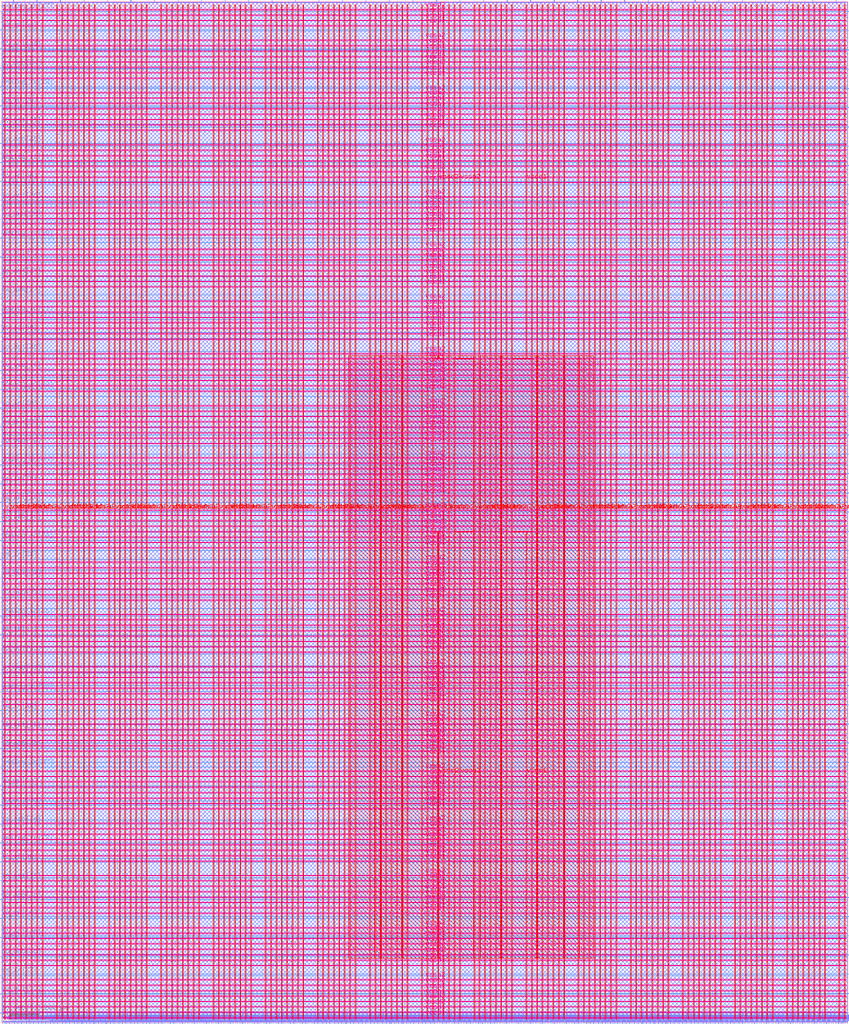
<source format=lef>
VERSION 5.7 ;
  NOWIREEXTENSIONATPIN ON ;
  DIVIDERCHAR "/" ;
  BUSBITCHARS "[]" ;
MACRO user_project_wrapper
  CLASS BLOCK ;
  FOREIGN user_project_wrapper ;
  ORIGIN 0.000 0.000 ;
  SIZE 2920.000 BY 3520.000 ;
  PIN analog_io[0]
    DIRECTION INOUT ;
    USE SIGNAL ;
    PORT
      LAYER met3 ;
        RECT 2917.600 1426.380 2924.800 1427.580 ;
    END
  END analog_io[0]
  PIN analog_io[10]
    DIRECTION INOUT ;
    USE SIGNAL ;
    PORT
      LAYER met2 ;
        RECT 2230.490 3517.600 2231.050 3524.800 ;
    END
  END analog_io[10]
  PIN analog_io[11]
    DIRECTION INOUT ;
    USE SIGNAL ;
    PORT
      LAYER met2 ;
        RECT 1905.730 3517.600 1906.290 3524.800 ;
    END
  END analog_io[11]
  PIN analog_io[12]
    DIRECTION INOUT ;
    USE SIGNAL ;
    PORT
      LAYER met2 ;
        RECT 1581.430 3517.600 1581.990 3524.800 ;
    END
  END analog_io[12]
  PIN analog_io[13]
    DIRECTION INOUT ;
    USE SIGNAL ;
    PORT
      LAYER met2 ;
        RECT 1257.130 3517.600 1257.690 3524.800 ;
    END
  END analog_io[13]
  PIN analog_io[14]
    DIRECTION INOUT ;
    USE SIGNAL ;
    PORT
      LAYER met2 ;
        RECT 932.370 3517.600 932.930 3524.800 ;
    END
  END analog_io[14]
  PIN analog_io[15]
    DIRECTION INOUT ;
    USE SIGNAL ;
    PORT
      LAYER met2 ;
        RECT 608.070 3517.600 608.630 3524.800 ;
    END
  END analog_io[15]
  PIN analog_io[16]
    DIRECTION INOUT ;
    USE SIGNAL ;
    PORT
      LAYER met2 ;
        RECT 283.770 3517.600 284.330 3524.800 ;
    END
  END analog_io[16]
  PIN analog_io[17]
    DIRECTION INOUT ;
    USE SIGNAL ;
    PORT
      LAYER met3 ;
        RECT -4.800 3486.100 2.400 3487.300 ;
    END
  END analog_io[17]
  PIN analog_io[18]
    DIRECTION INOUT ;
    USE SIGNAL ;
    PORT
      LAYER met3 ;
        RECT -4.800 3224.980 2.400 3226.180 ;
    END
  END analog_io[18]
  PIN analog_io[19]
    DIRECTION INOUT ;
    USE SIGNAL ;
    PORT
      LAYER met3 ;
        RECT -4.800 2964.540 2.400 2965.740 ;
    END
  END analog_io[19]
  PIN analog_io[1]
    DIRECTION INOUT ;
    USE SIGNAL ;
    PORT
      LAYER met3 ;
        RECT 2917.600 1692.260 2924.800 1693.460 ;
    END
  END analog_io[1]
  PIN analog_io[20]
    DIRECTION INOUT ;
    USE SIGNAL ;
    PORT
      LAYER met3 ;
        RECT -4.800 2703.420 2.400 2704.620 ;
    END
  END analog_io[20]
  PIN analog_io[21]
    DIRECTION INOUT ;
    USE SIGNAL ;
    PORT
      LAYER met3 ;
        RECT -4.800 2442.980 2.400 2444.180 ;
    END
  END analog_io[21]
  PIN analog_io[22]
    DIRECTION INOUT ;
    USE SIGNAL ;
    PORT
      LAYER met3 ;
        RECT -4.800 2182.540 2.400 2183.740 ;
    END
  END analog_io[22]
  PIN analog_io[23]
    DIRECTION INOUT ;
    USE SIGNAL ;
    PORT
      LAYER met3 ;
        RECT -4.800 1921.420 2.400 1922.620 ;
    END
  END analog_io[23]
  PIN analog_io[24]
    DIRECTION INOUT ;
    USE SIGNAL ;
    PORT
      LAYER met3 ;
        RECT -4.800 1660.980 2.400 1662.180 ;
    END
  END analog_io[24]
  PIN analog_io[25]
    DIRECTION INOUT ;
    USE SIGNAL ;
    PORT
      LAYER met3 ;
        RECT -4.800 1399.860 2.400 1401.060 ;
    END
  END analog_io[25]
  PIN analog_io[26]
    DIRECTION INOUT ;
    USE SIGNAL ;
    PORT
      LAYER met3 ;
        RECT -4.800 1139.420 2.400 1140.620 ;
    END
  END analog_io[26]
  PIN analog_io[27]
    DIRECTION INOUT ;
    USE SIGNAL ;
    PORT
      LAYER met3 ;
        RECT -4.800 878.980 2.400 880.180 ;
    END
  END analog_io[27]
  PIN analog_io[28]
    DIRECTION INOUT ;
    USE SIGNAL ;
    PORT
      LAYER met3 ;
        RECT -4.800 617.860 2.400 619.060 ;
    END
  END analog_io[28]
  PIN analog_io[2]
    DIRECTION INOUT ;
    USE SIGNAL ;
    PORT
      LAYER met3 ;
        RECT 2917.600 1958.140 2924.800 1959.340 ;
    END
  END analog_io[2]
  PIN analog_io[3]
    DIRECTION INOUT ;
    USE SIGNAL ;
    PORT
      LAYER met3 ;
        RECT 2917.600 2223.340 2924.800 2224.540 ;
    END
  END analog_io[3]
  PIN analog_io[4]
    DIRECTION INOUT ;
    USE SIGNAL ;
    PORT
      LAYER met3 ;
        RECT 2917.600 2489.220 2924.800 2490.420 ;
    END
  END analog_io[4]
  PIN analog_io[5]
    DIRECTION INOUT ;
    USE SIGNAL ;
    PORT
      LAYER met3 ;
        RECT 2917.600 2755.100 2924.800 2756.300 ;
    END
  END analog_io[5]
  PIN analog_io[6]
    DIRECTION INOUT ;
    USE SIGNAL ;
    PORT
      LAYER met3 ;
        RECT 2917.600 3020.300 2924.800 3021.500 ;
    END
  END analog_io[6]
  PIN analog_io[7]
    DIRECTION INOUT ;
    USE SIGNAL ;
    PORT
      LAYER met3 ;
        RECT 2917.600 3286.180 2924.800 3287.380 ;
    END
  END analog_io[7]
  PIN analog_io[8]
    DIRECTION INOUT ;
    USE SIGNAL ;
    PORT
      LAYER met2 ;
        RECT 2879.090 3517.600 2879.650 3524.800 ;
    END
  END analog_io[8]
  PIN analog_io[9]
    DIRECTION INOUT ;
    USE SIGNAL ;
    PORT
      LAYER met2 ;
        RECT 2554.790 3517.600 2555.350 3524.800 ;
    END
  END analog_io[9]
  PIN io_in[0]
    DIRECTION INPUT ;
    USE SIGNAL ;
    PORT
      LAYER met3 ;
        RECT 2917.600 32.380 2924.800 33.580 ;
    END
  END io_in[0]
  PIN io_in[10]
    DIRECTION INPUT ;
    USE SIGNAL ;
    PORT
      LAYER met3 ;
        RECT 2917.600 2289.980 2924.800 2291.180 ;
    END
  END io_in[10]
  PIN io_in[11]
    DIRECTION INPUT ;
    USE SIGNAL ;
    PORT
      LAYER met3 ;
        RECT 2917.600 2555.860 2924.800 2557.060 ;
    END
  END io_in[11]
  PIN io_in[12]
    DIRECTION INPUT ;
    USE SIGNAL ;
    PORT
      LAYER met3 ;
        RECT 2917.600 2821.060 2924.800 2822.260 ;
    END
  END io_in[12]
  PIN io_in[13]
    DIRECTION INPUT ;
    USE SIGNAL ;
    PORT
      LAYER met3 ;
        RECT 2917.600 3086.940 2924.800 3088.140 ;
    END
  END io_in[13]
  PIN io_in[14]
    DIRECTION INPUT ;
    USE SIGNAL ;
    PORT
      LAYER met3 ;
        RECT 2917.600 3352.820 2924.800 3354.020 ;
    END
  END io_in[14]
  PIN io_in[15]
    DIRECTION INPUT ;
    USE SIGNAL ;
    PORT
      LAYER met2 ;
        RECT 2798.130 3517.600 2798.690 3524.800 ;
    END
  END io_in[15]
  PIN io_in[16]
    DIRECTION INPUT ;
    USE SIGNAL ;
    PORT
      LAYER met2 ;
        RECT 2473.830 3517.600 2474.390 3524.800 ;
    END
  END io_in[16]
  PIN io_in[17]
    DIRECTION INPUT ;
    USE SIGNAL ;
    PORT
      LAYER met2 ;
        RECT 2149.070 3517.600 2149.630 3524.800 ;
    END
  END io_in[17]
  PIN io_in[18]
    DIRECTION INPUT ;
    USE SIGNAL ;
    PORT
      LAYER met2 ;
        RECT 1824.770 3517.600 1825.330 3524.800 ;
    END
  END io_in[18]
  PIN io_in[19]
    DIRECTION INPUT ;
    USE SIGNAL ;
    PORT
      LAYER met2 ;
        RECT 1500.470 3517.600 1501.030 3524.800 ;
    END
  END io_in[19]
  PIN io_in[1]
    DIRECTION INPUT ;
    USE SIGNAL ;
    PORT
      LAYER met3 ;
        RECT 2917.600 230.940 2924.800 232.140 ;
    END
  END io_in[1]
  PIN io_in[20]
    DIRECTION INPUT ;
    USE SIGNAL ;
    PORT
      LAYER met2 ;
        RECT 1175.710 3517.600 1176.270 3524.800 ;
    END
  END io_in[20]
  PIN io_in[21]
    DIRECTION INPUT ;
    USE SIGNAL ;
    PORT
      LAYER met2 ;
        RECT 851.410 3517.600 851.970 3524.800 ;
    END
  END io_in[21]
  PIN io_in[22]
    DIRECTION INPUT ;
    USE SIGNAL ;
    PORT
      LAYER met2 ;
        RECT 527.110 3517.600 527.670 3524.800 ;
    END
  END io_in[22]
  PIN io_in[23]
    DIRECTION INPUT ;
    USE SIGNAL ;
    PORT
      LAYER met2 ;
        RECT 202.350 3517.600 202.910 3524.800 ;
    END
  END io_in[23]
  PIN io_in[24]
    DIRECTION INPUT ;
    USE SIGNAL ;
    PORT
      LAYER met3 ;
        RECT -4.800 3420.820 2.400 3422.020 ;
    END
  END io_in[24]
  PIN io_in[25]
    DIRECTION INPUT ;
    USE SIGNAL ;
    PORT
      LAYER met3 ;
        RECT -4.800 3159.700 2.400 3160.900 ;
    END
  END io_in[25]
  PIN io_in[26]
    DIRECTION INPUT ;
    USE SIGNAL ;
    PORT
      LAYER met3 ;
        RECT -4.800 2899.260 2.400 2900.460 ;
    END
  END io_in[26]
  PIN io_in[27]
    DIRECTION INPUT ;
    USE SIGNAL ;
    PORT
      LAYER met3 ;
        RECT -4.800 2638.820 2.400 2640.020 ;
    END
  END io_in[27]
  PIN io_in[28]
    DIRECTION INPUT ;
    USE SIGNAL ;
    PORT
      LAYER met3 ;
        RECT -4.800 2377.700 2.400 2378.900 ;
    END
  END io_in[28]
  PIN io_in[29]
    DIRECTION INPUT ;
    USE SIGNAL ;
    PORT
      LAYER met3 ;
        RECT -4.800 2117.260 2.400 2118.460 ;
    END
  END io_in[29]
  PIN io_in[2]
    DIRECTION INPUT ;
    USE SIGNAL ;
    PORT
      LAYER met3 ;
        RECT 2917.600 430.180 2924.800 431.380 ;
    END
  END io_in[2]
  PIN io_in[30]
    DIRECTION INPUT ;
    USE SIGNAL ;
    PORT
      LAYER met3 ;
        RECT -4.800 1856.140 2.400 1857.340 ;
    END
  END io_in[30]
  PIN io_in[31]
    DIRECTION INPUT ;
    USE SIGNAL ;
    PORT
      LAYER met3 ;
        RECT -4.800 1595.700 2.400 1596.900 ;
    END
  END io_in[31]
  PIN io_in[32]
    DIRECTION INPUT ;
    USE SIGNAL ;
    PORT
      LAYER met3 ;
        RECT -4.800 1335.260 2.400 1336.460 ;
    END
  END io_in[32]
  PIN io_in[33]
    DIRECTION INPUT ;
    USE SIGNAL ;
    PORT
      LAYER met3 ;
        RECT -4.800 1074.140 2.400 1075.340 ;
    END
  END io_in[33]
  PIN io_in[34]
    DIRECTION INPUT ;
    USE SIGNAL ;
    PORT
      LAYER met3 ;
        RECT -4.800 813.700 2.400 814.900 ;
    END
  END io_in[34]
  PIN io_in[35]
    DIRECTION INPUT ;
    USE SIGNAL ;
    PORT
      LAYER met3 ;
        RECT -4.800 552.580 2.400 553.780 ;
    END
  END io_in[35]
  PIN io_in[36]
    DIRECTION INPUT ;
    USE SIGNAL ;
    PORT
      LAYER met3 ;
        RECT -4.800 357.420 2.400 358.620 ;
    END
  END io_in[36]
  PIN io_in[37]
    DIRECTION INPUT ;
    USE SIGNAL ;
    PORT
      LAYER met3 ;
        RECT -4.800 161.580 2.400 162.780 ;
    END
  END io_in[37]
  PIN io_in[3]
    DIRECTION INPUT ;
    USE SIGNAL ;
    PORT
      LAYER met3 ;
        RECT 2917.600 629.420 2924.800 630.620 ;
    END
  END io_in[3]
  PIN io_in[4]
    DIRECTION INPUT ;
    USE SIGNAL ;
    PORT
      LAYER met3 ;
        RECT 2917.600 828.660 2924.800 829.860 ;
    END
  END io_in[4]
  PIN io_in[5]
    DIRECTION INPUT ;
    USE SIGNAL ;
    PORT
      LAYER met3 ;
        RECT 2917.600 1027.900 2924.800 1029.100 ;
    END
  END io_in[5]
  PIN io_in[6]
    DIRECTION INPUT ;
    USE SIGNAL ;
    PORT
      LAYER met3 ;
        RECT 2917.600 1227.140 2924.800 1228.340 ;
    END
  END io_in[6]
  PIN io_in[7]
    DIRECTION INPUT ;
    USE SIGNAL ;
    PORT
      LAYER met3 ;
        RECT 2917.600 1493.020 2924.800 1494.220 ;
    END
  END io_in[7]
  PIN io_in[8]
    DIRECTION INPUT ;
    USE SIGNAL ;
    PORT
      LAYER met3 ;
        RECT 2917.600 1758.900 2924.800 1760.100 ;
    END
  END io_in[8]
  PIN io_in[9]
    DIRECTION INPUT ;
    USE SIGNAL ;
    PORT
      LAYER met3 ;
        RECT 2917.600 2024.100 2924.800 2025.300 ;
    END
  END io_in[9]
  PIN io_oeb[0]
    DIRECTION OUTPUT TRISTATE ;
    USE SIGNAL ;
    PORT
      LAYER met3 ;
        RECT 2917.600 164.980 2924.800 166.180 ;
    END
  END io_oeb[0]
  PIN io_oeb[10]
    DIRECTION OUTPUT TRISTATE ;
    USE SIGNAL ;
    PORT
      LAYER met3 ;
        RECT 2917.600 2422.580 2924.800 2423.780 ;
    END
  END io_oeb[10]
  PIN io_oeb[11]
    DIRECTION OUTPUT TRISTATE ;
    USE SIGNAL ;
    PORT
      LAYER met3 ;
        RECT 2917.600 2688.460 2924.800 2689.660 ;
    END
  END io_oeb[11]
  PIN io_oeb[12]
    DIRECTION OUTPUT TRISTATE ;
    USE SIGNAL ;
    PORT
      LAYER met3 ;
        RECT 2917.600 2954.340 2924.800 2955.540 ;
    END
  END io_oeb[12]
  PIN io_oeb[13]
    DIRECTION OUTPUT TRISTATE ;
    USE SIGNAL ;
    PORT
      LAYER met3 ;
        RECT 2917.600 3219.540 2924.800 3220.740 ;
    END
  END io_oeb[13]
  PIN io_oeb[14]
    DIRECTION OUTPUT TRISTATE ;
    USE SIGNAL ;
    PORT
      LAYER met3 ;
        RECT 2917.600 3485.420 2924.800 3486.620 ;
    END
  END io_oeb[14]
  PIN io_oeb[15]
    DIRECTION OUTPUT TRISTATE ;
    USE SIGNAL ;
    PORT
      LAYER met2 ;
        RECT 2635.750 3517.600 2636.310 3524.800 ;
    END
  END io_oeb[15]
  PIN io_oeb[16]
    DIRECTION OUTPUT TRISTATE ;
    USE SIGNAL ;
    PORT
      LAYER met2 ;
        RECT 2311.450 3517.600 2312.010 3524.800 ;
    END
  END io_oeb[16]
  PIN io_oeb[17]
    DIRECTION OUTPUT TRISTATE ;
    USE SIGNAL ;
    PORT
      LAYER met2 ;
        RECT 1987.150 3517.600 1987.710 3524.800 ;
    END
  END io_oeb[17]
  PIN io_oeb[18]
    DIRECTION OUTPUT TRISTATE ;
    USE SIGNAL ;
    PORT
      LAYER met2 ;
        RECT 1662.390 3517.600 1662.950 3524.800 ;
    END
  END io_oeb[18]
  PIN io_oeb[19]
    DIRECTION OUTPUT TRISTATE ;
    USE SIGNAL ;
    PORT
      LAYER met2 ;
        RECT 1338.090 3517.600 1338.650 3524.800 ;
    END
  END io_oeb[19]
  PIN io_oeb[1]
    DIRECTION OUTPUT TRISTATE ;
    USE SIGNAL ;
    PORT
      LAYER met3 ;
        RECT 2917.600 364.220 2924.800 365.420 ;
    END
  END io_oeb[1]
  PIN io_oeb[20]
    DIRECTION OUTPUT TRISTATE ;
    USE SIGNAL ;
    PORT
      LAYER met2 ;
        RECT 1013.790 3517.600 1014.350 3524.800 ;
    END
  END io_oeb[20]
  PIN io_oeb[21]
    DIRECTION OUTPUT TRISTATE ;
    USE SIGNAL ;
    PORT
      LAYER met2 ;
        RECT 689.030 3517.600 689.590 3524.800 ;
    END
  END io_oeb[21]
  PIN io_oeb[22]
    DIRECTION OUTPUT TRISTATE ;
    USE SIGNAL ;
    PORT
      LAYER met2 ;
        RECT 364.730 3517.600 365.290 3524.800 ;
    END
  END io_oeb[22]
  PIN io_oeb[23]
    DIRECTION OUTPUT TRISTATE ;
    USE SIGNAL ;
    PORT
      LAYER met2 ;
        RECT 40.430 3517.600 40.990 3524.800 ;
    END
  END io_oeb[23]
  PIN io_oeb[24]
    DIRECTION OUTPUT TRISTATE ;
    USE SIGNAL ;
    PORT
      LAYER met3 ;
        RECT -4.800 3290.260 2.400 3291.460 ;
    END
  END io_oeb[24]
  PIN io_oeb[25]
    DIRECTION OUTPUT TRISTATE ;
    USE SIGNAL ;
    PORT
      LAYER met3 ;
        RECT -4.800 3029.820 2.400 3031.020 ;
    END
  END io_oeb[25]
  PIN io_oeb[26]
    DIRECTION OUTPUT TRISTATE ;
    USE SIGNAL ;
    PORT
      LAYER met3 ;
        RECT -4.800 2768.700 2.400 2769.900 ;
    END
  END io_oeb[26]
  PIN io_oeb[27]
    DIRECTION OUTPUT TRISTATE ;
    USE SIGNAL ;
    PORT
      LAYER met3 ;
        RECT -4.800 2508.260 2.400 2509.460 ;
    END
  END io_oeb[27]
  PIN io_oeb[28]
    DIRECTION OUTPUT TRISTATE ;
    USE SIGNAL ;
    PORT
      LAYER met3 ;
        RECT -4.800 2247.140 2.400 2248.340 ;
    END
  END io_oeb[28]
  PIN io_oeb[29]
    DIRECTION OUTPUT TRISTATE ;
    USE SIGNAL ;
    PORT
      LAYER met3 ;
        RECT -4.800 1986.700 2.400 1987.900 ;
    END
  END io_oeb[29]
  PIN io_oeb[2]
    DIRECTION OUTPUT TRISTATE ;
    USE SIGNAL ;
    PORT
      LAYER met3 ;
        RECT 2917.600 563.460 2924.800 564.660 ;
    END
  END io_oeb[2]
  PIN io_oeb[30]
    DIRECTION OUTPUT TRISTATE ;
    USE SIGNAL ;
    PORT
      LAYER met3 ;
        RECT -4.800 1726.260 2.400 1727.460 ;
    END
  END io_oeb[30]
  PIN io_oeb[31]
    DIRECTION OUTPUT TRISTATE ;
    USE SIGNAL ;
    PORT
      LAYER met3 ;
        RECT -4.800 1465.140 2.400 1466.340 ;
    END
  END io_oeb[31]
  PIN io_oeb[32]
    DIRECTION OUTPUT TRISTATE ;
    USE SIGNAL ;
    PORT
      LAYER met3 ;
        RECT -4.800 1204.700 2.400 1205.900 ;
    END
  END io_oeb[32]
  PIN io_oeb[33]
    DIRECTION OUTPUT TRISTATE ;
    USE SIGNAL ;
    PORT
      LAYER met3 ;
        RECT -4.800 943.580 2.400 944.780 ;
    END
  END io_oeb[33]
  PIN io_oeb[34]
    DIRECTION OUTPUT TRISTATE ;
    USE SIGNAL ;
    PORT
      LAYER met3 ;
        RECT -4.800 683.140 2.400 684.340 ;
    END
  END io_oeb[34]
  PIN io_oeb[35]
    DIRECTION OUTPUT TRISTATE ;
    USE SIGNAL ;
    PORT
      LAYER met3 ;
        RECT -4.800 422.700 2.400 423.900 ;
    END
  END io_oeb[35]
  PIN io_oeb[36]
    DIRECTION OUTPUT TRISTATE ;
    USE SIGNAL ;
    PORT
      LAYER met3 ;
        RECT -4.800 226.860 2.400 228.060 ;
    END
  END io_oeb[36]
  PIN io_oeb[37]
    DIRECTION OUTPUT TRISTATE ;
    USE SIGNAL ;
    PORT
      LAYER met3 ;
        RECT -4.800 31.700 2.400 32.900 ;
    END
  END io_oeb[37]
  PIN io_oeb[3]
    DIRECTION OUTPUT TRISTATE ;
    USE SIGNAL ;
    PORT
      LAYER met3 ;
        RECT 2917.600 762.700 2924.800 763.900 ;
    END
  END io_oeb[3]
  PIN io_oeb[4]
    DIRECTION OUTPUT TRISTATE ;
    USE SIGNAL ;
    PORT
      LAYER met3 ;
        RECT 2917.600 961.940 2924.800 963.140 ;
    END
  END io_oeb[4]
  PIN io_oeb[5]
    DIRECTION OUTPUT TRISTATE ;
    USE SIGNAL ;
    PORT
      LAYER met3 ;
        RECT 2917.600 1161.180 2924.800 1162.380 ;
    END
  END io_oeb[5]
  PIN io_oeb[6]
    DIRECTION OUTPUT TRISTATE ;
    USE SIGNAL ;
    PORT
      LAYER met3 ;
        RECT 2917.600 1360.420 2924.800 1361.620 ;
    END
  END io_oeb[6]
  PIN io_oeb[7]
    DIRECTION OUTPUT TRISTATE ;
    USE SIGNAL ;
    PORT
      LAYER met3 ;
        RECT 2917.600 1625.620 2924.800 1626.820 ;
    END
  END io_oeb[7]
  PIN io_oeb[8]
    DIRECTION OUTPUT TRISTATE ;
    USE SIGNAL ;
    PORT
      LAYER met3 ;
        RECT 2917.600 1891.500 2924.800 1892.700 ;
    END
  END io_oeb[8]
  PIN io_oeb[9]
    DIRECTION OUTPUT TRISTATE ;
    USE SIGNAL ;
    PORT
      LAYER met3 ;
        RECT 2917.600 2157.380 2924.800 2158.580 ;
    END
  END io_oeb[9]
  PIN io_out[0]
    DIRECTION OUTPUT TRISTATE ;
    USE SIGNAL ;
    PORT
      LAYER met3 ;
        RECT 2917.600 98.340 2924.800 99.540 ;
    END
  END io_out[0]
  PIN io_out[10]
    DIRECTION OUTPUT TRISTATE ;
    USE SIGNAL ;
    PORT
      LAYER met3 ;
        RECT 2917.600 2356.620 2924.800 2357.820 ;
    END
  END io_out[10]
  PIN io_out[11]
    DIRECTION OUTPUT TRISTATE ;
    USE SIGNAL ;
    PORT
      LAYER met3 ;
        RECT 2917.600 2621.820 2924.800 2623.020 ;
    END
  END io_out[11]
  PIN io_out[12]
    DIRECTION OUTPUT TRISTATE ;
    USE SIGNAL ;
    PORT
      LAYER met3 ;
        RECT 2917.600 2887.700 2924.800 2888.900 ;
    END
  END io_out[12]
  PIN io_out[13]
    DIRECTION OUTPUT TRISTATE ;
    USE SIGNAL ;
    PORT
      LAYER met3 ;
        RECT 2917.600 3153.580 2924.800 3154.780 ;
    END
  END io_out[13]
  PIN io_out[14]
    DIRECTION OUTPUT TRISTATE ;
    USE SIGNAL ;
    PORT
      LAYER met3 ;
        RECT 2917.600 3418.780 2924.800 3419.980 ;
    END
  END io_out[14]
  PIN io_out[15]
    DIRECTION OUTPUT TRISTATE ;
    USE SIGNAL ;
    PORT
      LAYER met2 ;
        RECT 2717.170 3517.600 2717.730 3524.800 ;
    END
  END io_out[15]
  PIN io_out[16]
    DIRECTION OUTPUT TRISTATE ;
    USE SIGNAL ;
    PORT
      LAYER met2 ;
        RECT 2392.410 3517.600 2392.970 3524.800 ;
    END
  END io_out[16]
  PIN io_out[17]
    DIRECTION OUTPUT TRISTATE ;
    USE SIGNAL ;
    PORT
      LAYER met2 ;
        RECT 2068.110 3517.600 2068.670 3524.800 ;
    END
  END io_out[17]
  PIN io_out[18]
    DIRECTION OUTPUT TRISTATE ;
    USE SIGNAL ;
    PORT
      LAYER met2 ;
        RECT 1743.810 3517.600 1744.370 3524.800 ;
    END
  END io_out[18]
  PIN io_out[19]
    DIRECTION OUTPUT TRISTATE ;
    USE SIGNAL ;
    PORT
      LAYER met2 ;
        RECT 1419.050 3517.600 1419.610 3524.800 ;
    END
  END io_out[19]
  PIN io_out[1]
    DIRECTION OUTPUT TRISTATE ;
    USE SIGNAL ;
    PORT
      LAYER met3 ;
        RECT 2917.600 297.580 2924.800 298.780 ;
    END
  END io_out[1]
  PIN io_out[20]
    DIRECTION OUTPUT TRISTATE ;
    USE SIGNAL ;
    PORT
      LAYER met2 ;
        RECT 1094.750 3517.600 1095.310 3524.800 ;
    END
  END io_out[20]
  PIN io_out[21]
    DIRECTION OUTPUT TRISTATE ;
    USE SIGNAL ;
    PORT
      LAYER met2 ;
        RECT 770.450 3517.600 771.010 3524.800 ;
    END
  END io_out[21]
  PIN io_out[22]
    DIRECTION OUTPUT TRISTATE ;
    USE SIGNAL ;
    PORT
      LAYER met2 ;
        RECT 445.690 3517.600 446.250 3524.800 ;
    END
  END io_out[22]
  PIN io_out[23]
    DIRECTION OUTPUT TRISTATE ;
    USE SIGNAL ;
    PORT
      LAYER met2 ;
        RECT 121.390 3517.600 121.950 3524.800 ;
    END
  END io_out[23]
  PIN io_out[24]
    DIRECTION OUTPUT TRISTATE ;
    USE SIGNAL ;
    PORT
      LAYER met3 ;
        RECT -4.800 3355.540 2.400 3356.740 ;
    END
  END io_out[24]
  PIN io_out[25]
    DIRECTION OUTPUT TRISTATE ;
    USE SIGNAL ;
    PORT
      LAYER met3 ;
        RECT -4.800 3095.100 2.400 3096.300 ;
    END
  END io_out[25]
  PIN io_out[26]
    DIRECTION OUTPUT TRISTATE ;
    USE SIGNAL ;
    PORT
      LAYER met3 ;
        RECT -4.800 2833.980 2.400 2835.180 ;
    END
  END io_out[26]
  PIN io_out[27]
    DIRECTION OUTPUT TRISTATE ;
    USE SIGNAL ;
    PORT
      LAYER met3 ;
        RECT -4.800 2573.540 2.400 2574.740 ;
    END
  END io_out[27]
  PIN io_out[28]
    DIRECTION OUTPUT TRISTATE ;
    USE SIGNAL ;
    PORT
      LAYER met3 ;
        RECT -4.800 2312.420 2.400 2313.620 ;
    END
  END io_out[28]
  PIN io_out[29]
    DIRECTION OUTPUT TRISTATE ;
    USE SIGNAL ;
    PORT
      LAYER met3 ;
        RECT -4.800 2051.980 2.400 2053.180 ;
    END
  END io_out[29]
  PIN io_out[2]
    DIRECTION OUTPUT TRISTATE ;
    USE SIGNAL ;
    PORT
      LAYER met3 ;
        RECT 2917.600 496.820 2924.800 498.020 ;
    END
  END io_out[2]
  PIN io_out[30]
    DIRECTION OUTPUT TRISTATE ;
    USE SIGNAL ;
    PORT
      LAYER met3 ;
        RECT -4.800 1791.540 2.400 1792.740 ;
    END
  END io_out[30]
  PIN io_out[31]
    DIRECTION OUTPUT TRISTATE ;
    USE SIGNAL ;
    PORT
      LAYER met3 ;
        RECT -4.800 1530.420 2.400 1531.620 ;
    END
  END io_out[31]
  PIN io_out[32]
    DIRECTION OUTPUT TRISTATE ;
    USE SIGNAL ;
    PORT
      LAYER met3 ;
        RECT -4.800 1269.980 2.400 1271.180 ;
    END
  END io_out[32]
  PIN io_out[33]
    DIRECTION OUTPUT TRISTATE ;
    USE SIGNAL ;
    PORT
      LAYER met3 ;
        RECT -4.800 1008.860 2.400 1010.060 ;
    END
  END io_out[33]
  PIN io_out[34]
    DIRECTION OUTPUT TRISTATE ;
    USE SIGNAL ;
    PORT
      LAYER met3 ;
        RECT -4.800 748.420 2.400 749.620 ;
    END
  END io_out[34]
  PIN io_out[35]
    DIRECTION OUTPUT TRISTATE ;
    USE SIGNAL ;
    PORT
      LAYER met3 ;
        RECT -4.800 487.300 2.400 488.500 ;
    END
  END io_out[35]
  PIN io_out[36]
    DIRECTION OUTPUT TRISTATE ;
    USE SIGNAL ;
    PORT
      LAYER met3 ;
        RECT -4.800 292.140 2.400 293.340 ;
    END
  END io_out[36]
  PIN io_out[37]
    DIRECTION OUTPUT TRISTATE ;
    USE SIGNAL ;
    PORT
      LAYER met3 ;
        RECT -4.800 96.300 2.400 97.500 ;
    END
  END io_out[37]
  PIN io_out[3]
    DIRECTION OUTPUT TRISTATE ;
    USE SIGNAL ;
    PORT
      LAYER met3 ;
        RECT 2917.600 696.060 2924.800 697.260 ;
    END
  END io_out[3]
  PIN io_out[4]
    DIRECTION OUTPUT TRISTATE ;
    USE SIGNAL ;
    PORT
      LAYER met3 ;
        RECT 2917.600 895.300 2924.800 896.500 ;
    END
  END io_out[4]
  PIN io_out[5]
    DIRECTION OUTPUT TRISTATE ;
    USE SIGNAL ;
    PORT
      LAYER met3 ;
        RECT 2917.600 1094.540 2924.800 1095.740 ;
    END
  END io_out[5]
  PIN io_out[6]
    DIRECTION OUTPUT TRISTATE ;
    USE SIGNAL ;
    PORT
      LAYER met3 ;
        RECT 2917.600 1293.780 2924.800 1294.980 ;
    END
  END io_out[6]
  PIN io_out[7]
    DIRECTION OUTPUT TRISTATE ;
    USE SIGNAL ;
    PORT
      LAYER met3 ;
        RECT 2917.600 1559.660 2924.800 1560.860 ;
    END
  END io_out[7]
  PIN io_out[8]
    DIRECTION OUTPUT TRISTATE ;
    USE SIGNAL ;
    PORT
      LAYER met3 ;
        RECT 2917.600 1824.860 2924.800 1826.060 ;
    END
  END io_out[8]
  PIN io_out[9]
    DIRECTION OUTPUT TRISTATE ;
    USE SIGNAL ;
    PORT
      LAYER met3 ;
        RECT 2917.600 2090.740 2924.800 2091.940 ;
    END
  END io_out[9]
  PIN la_data_in[0]
    DIRECTION INPUT ;
    USE SIGNAL ;
    PORT
      LAYER met2 ;
        RECT 629.230 -4.800 629.790 2.400 ;
    END
  END la_data_in[0]
  PIN la_data_in[100]
    DIRECTION INPUT ;
    USE SIGNAL ;
    PORT
      LAYER met2 ;
        RECT 2402.530 -4.800 2403.090 2.400 ;
    END
  END la_data_in[100]
  PIN la_data_in[101]
    DIRECTION INPUT ;
    USE SIGNAL ;
    PORT
      LAYER met2 ;
        RECT 2420.010 -4.800 2420.570 2.400 ;
    END
  END la_data_in[101]
  PIN la_data_in[102]
    DIRECTION INPUT ;
    USE SIGNAL ;
    PORT
      LAYER met2 ;
        RECT 2437.950 -4.800 2438.510 2.400 ;
    END
  END la_data_in[102]
  PIN la_data_in[103]
    DIRECTION INPUT ;
    USE SIGNAL ;
    PORT
      LAYER met2 ;
        RECT 2455.430 -4.800 2455.990 2.400 ;
    END
  END la_data_in[103]
  PIN la_data_in[104]
    DIRECTION INPUT ;
    USE SIGNAL ;
    PORT
      LAYER met2 ;
        RECT 2473.370 -4.800 2473.930 2.400 ;
    END
  END la_data_in[104]
  PIN la_data_in[105]
    DIRECTION INPUT ;
    USE SIGNAL ;
    PORT
      LAYER met2 ;
        RECT 2490.850 -4.800 2491.410 2.400 ;
    END
  END la_data_in[105]
  PIN la_data_in[106]
    DIRECTION INPUT ;
    USE SIGNAL ;
    PORT
      LAYER met2 ;
        RECT 2508.790 -4.800 2509.350 2.400 ;
    END
  END la_data_in[106]
  PIN la_data_in[107]
    DIRECTION INPUT ;
    USE SIGNAL ;
    PORT
      LAYER met2 ;
        RECT 2526.730 -4.800 2527.290 2.400 ;
    END
  END la_data_in[107]
  PIN la_data_in[108]
    DIRECTION INPUT ;
    USE SIGNAL ;
    PORT
      LAYER met2 ;
        RECT 2544.210 -4.800 2544.770 2.400 ;
    END
  END la_data_in[108]
  PIN la_data_in[109]
    DIRECTION INPUT ;
    USE SIGNAL ;
    PORT
      LAYER met2 ;
        RECT 2562.150 -4.800 2562.710 2.400 ;
    END
  END la_data_in[109]
  PIN la_data_in[10]
    DIRECTION INPUT ;
    USE SIGNAL ;
    PORT
      LAYER met2 ;
        RECT 806.330 -4.800 806.890 2.400 ;
    END
  END la_data_in[10]
  PIN la_data_in[110]
    DIRECTION INPUT ;
    USE SIGNAL ;
    PORT
      LAYER met2 ;
        RECT 2579.630 -4.800 2580.190 2.400 ;
    END
  END la_data_in[110]
  PIN la_data_in[111]
    DIRECTION INPUT ;
    USE SIGNAL ;
    PORT
      LAYER met2 ;
        RECT 2597.570 -4.800 2598.130 2.400 ;
    END
  END la_data_in[111]
  PIN la_data_in[112]
    DIRECTION INPUT ;
    USE SIGNAL ;
    PORT
      LAYER met2 ;
        RECT 2615.050 -4.800 2615.610 2.400 ;
    END
  END la_data_in[112]
  PIN la_data_in[113]
    DIRECTION INPUT ;
    USE SIGNAL ;
    PORT
      LAYER met2 ;
        RECT 2632.990 -4.800 2633.550 2.400 ;
    END
  END la_data_in[113]
  PIN la_data_in[114]
    DIRECTION INPUT ;
    USE SIGNAL ;
    PORT
      LAYER met2 ;
        RECT 2650.470 -4.800 2651.030 2.400 ;
    END
  END la_data_in[114]
  PIN la_data_in[115]
    DIRECTION INPUT ;
    USE SIGNAL ;
    PORT
      LAYER met2 ;
        RECT 2668.410 -4.800 2668.970 2.400 ;
    END
  END la_data_in[115]
  PIN la_data_in[116]
    DIRECTION INPUT ;
    USE SIGNAL ;
    PORT
      LAYER met2 ;
        RECT 2685.890 -4.800 2686.450 2.400 ;
    END
  END la_data_in[116]
  PIN la_data_in[117]
    DIRECTION INPUT ;
    USE SIGNAL ;
    PORT
      LAYER met2 ;
        RECT 2703.830 -4.800 2704.390 2.400 ;
    END
  END la_data_in[117]
  PIN la_data_in[118]
    DIRECTION INPUT ;
    USE SIGNAL ;
    PORT
      LAYER met2 ;
        RECT 2721.770 -4.800 2722.330 2.400 ;
    END
  END la_data_in[118]
  PIN la_data_in[119]
    DIRECTION INPUT ;
    USE SIGNAL ;
    PORT
      LAYER met2 ;
        RECT 2739.250 -4.800 2739.810 2.400 ;
    END
  END la_data_in[119]
  PIN la_data_in[11]
    DIRECTION INPUT ;
    USE SIGNAL ;
    PORT
      LAYER met2 ;
        RECT 824.270 -4.800 824.830 2.400 ;
    END
  END la_data_in[11]
  PIN la_data_in[120]
    DIRECTION INPUT ;
    USE SIGNAL ;
    PORT
      LAYER met2 ;
        RECT 2757.190 -4.800 2757.750 2.400 ;
    END
  END la_data_in[120]
  PIN la_data_in[121]
    DIRECTION INPUT ;
    USE SIGNAL ;
    PORT
      LAYER met2 ;
        RECT 2774.670 -4.800 2775.230 2.400 ;
    END
  END la_data_in[121]
  PIN la_data_in[122]
    DIRECTION INPUT ;
    USE SIGNAL ;
    PORT
      LAYER met2 ;
        RECT 2792.610 -4.800 2793.170 2.400 ;
    END
  END la_data_in[122]
  PIN la_data_in[123]
    DIRECTION INPUT ;
    USE SIGNAL ;
    PORT
      LAYER met2 ;
        RECT 2810.090 -4.800 2810.650 2.400 ;
    END
  END la_data_in[123]
  PIN la_data_in[124]
    DIRECTION INPUT ;
    USE SIGNAL ;
    PORT
      LAYER met2 ;
        RECT 2828.030 -4.800 2828.590 2.400 ;
    END
  END la_data_in[124]
  PIN la_data_in[125]
    DIRECTION INPUT ;
    USE SIGNAL ;
    PORT
      LAYER met2 ;
        RECT 2845.510 -4.800 2846.070 2.400 ;
    END
  END la_data_in[125]
  PIN la_data_in[126]
    DIRECTION INPUT ;
    USE SIGNAL ;
    PORT
      LAYER met2 ;
        RECT 2863.450 -4.800 2864.010 2.400 ;
    END
  END la_data_in[126]
  PIN la_data_in[127]
    DIRECTION INPUT ;
    USE SIGNAL ;
    PORT
      LAYER met2 ;
        RECT 2881.390 -4.800 2881.950 2.400 ;
    END
  END la_data_in[127]
  PIN la_data_in[12]
    DIRECTION INPUT ;
    USE SIGNAL ;
    PORT
      LAYER met2 ;
        RECT 841.750 -4.800 842.310 2.400 ;
    END
  END la_data_in[12]
  PIN la_data_in[13]
    DIRECTION INPUT ;
    USE SIGNAL ;
    PORT
      LAYER met2 ;
        RECT 859.690 -4.800 860.250 2.400 ;
    END
  END la_data_in[13]
  PIN la_data_in[14]
    DIRECTION INPUT ;
    USE SIGNAL ;
    PORT
      LAYER met2 ;
        RECT 877.170 -4.800 877.730 2.400 ;
    END
  END la_data_in[14]
  PIN la_data_in[15]
    DIRECTION INPUT ;
    USE SIGNAL ;
    PORT
      LAYER met2 ;
        RECT 895.110 -4.800 895.670 2.400 ;
    END
  END la_data_in[15]
  PIN la_data_in[16]
    DIRECTION INPUT ;
    USE SIGNAL ;
    PORT
      LAYER met2 ;
        RECT 912.590 -4.800 913.150 2.400 ;
    END
  END la_data_in[16]
  PIN la_data_in[17]
    DIRECTION INPUT ;
    USE SIGNAL ;
    PORT
      LAYER met2 ;
        RECT 930.530 -4.800 931.090 2.400 ;
    END
  END la_data_in[17]
  PIN la_data_in[18]
    DIRECTION INPUT ;
    USE SIGNAL ;
    PORT
      LAYER met2 ;
        RECT 948.470 -4.800 949.030 2.400 ;
    END
  END la_data_in[18]
  PIN la_data_in[19]
    DIRECTION INPUT ;
    USE SIGNAL ;
    PORT
      LAYER met2 ;
        RECT 965.950 -4.800 966.510 2.400 ;
    END
  END la_data_in[19]
  PIN la_data_in[1]
    DIRECTION INPUT ;
    USE SIGNAL ;
    PORT
      LAYER met2 ;
        RECT 646.710 -4.800 647.270 2.400 ;
    END
  END la_data_in[1]
  PIN la_data_in[20]
    DIRECTION INPUT ;
    USE SIGNAL ;
    PORT
      LAYER met2 ;
        RECT 983.890 -4.800 984.450 2.400 ;
    END
  END la_data_in[20]
  PIN la_data_in[21]
    DIRECTION INPUT ;
    USE SIGNAL ;
    PORT
      LAYER met2 ;
        RECT 1001.370 -4.800 1001.930 2.400 ;
    END
  END la_data_in[21]
  PIN la_data_in[22]
    DIRECTION INPUT ;
    USE SIGNAL ;
    PORT
      LAYER met2 ;
        RECT 1019.310 -4.800 1019.870 2.400 ;
    END
  END la_data_in[22]
  PIN la_data_in[23]
    DIRECTION INPUT ;
    USE SIGNAL ;
    PORT
      LAYER met2 ;
        RECT 1036.790 -4.800 1037.350 2.400 ;
    END
  END la_data_in[23]
  PIN la_data_in[24]
    DIRECTION INPUT ;
    USE SIGNAL ;
    PORT
      LAYER met2 ;
        RECT 1054.730 -4.800 1055.290 2.400 ;
    END
  END la_data_in[24]
  PIN la_data_in[25]
    DIRECTION INPUT ;
    USE SIGNAL ;
    PORT
      LAYER met2 ;
        RECT 1072.210 -4.800 1072.770 2.400 ;
    END
  END la_data_in[25]
  PIN la_data_in[26]
    DIRECTION INPUT ;
    USE SIGNAL ;
    PORT
      LAYER met2 ;
        RECT 1090.150 -4.800 1090.710 2.400 ;
    END
  END la_data_in[26]
  PIN la_data_in[27]
    DIRECTION INPUT ;
    USE SIGNAL ;
    PORT
      LAYER met2 ;
        RECT 1107.630 -4.800 1108.190 2.400 ;
    END
  END la_data_in[27]
  PIN la_data_in[28]
    DIRECTION INPUT ;
    USE SIGNAL ;
    PORT
      LAYER met2 ;
        RECT 1125.570 -4.800 1126.130 2.400 ;
    END
  END la_data_in[28]
  PIN la_data_in[29]
    DIRECTION INPUT ;
    USE SIGNAL ;
    PORT
      LAYER met2 ;
        RECT 1143.510 -4.800 1144.070 2.400 ;
    END
  END la_data_in[29]
  PIN la_data_in[2]
    DIRECTION INPUT ;
    USE SIGNAL ;
    PORT
      LAYER met2 ;
        RECT 664.650 -4.800 665.210 2.400 ;
    END
  END la_data_in[2]
  PIN la_data_in[30]
    DIRECTION INPUT ;
    USE SIGNAL ;
    PORT
      LAYER met2 ;
        RECT 1160.990 -4.800 1161.550 2.400 ;
    END
  END la_data_in[30]
  PIN la_data_in[31]
    DIRECTION INPUT ;
    USE SIGNAL ;
    PORT
      LAYER met2 ;
        RECT 1178.930 -4.800 1179.490 2.400 ;
    END
  END la_data_in[31]
  PIN la_data_in[32]
    DIRECTION INPUT ;
    USE SIGNAL ;
    PORT
      LAYER met2 ;
        RECT 1196.410 -4.800 1196.970 2.400 ;
    END
  END la_data_in[32]
  PIN la_data_in[33]
    DIRECTION INPUT ;
    USE SIGNAL ;
    PORT
      LAYER met2 ;
        RECT 1214.350 -4.800 1214.910 2.400 ;
    END
  END la_data_in[33]
  PIN la_data_in[34]
    DIRECTION INPUT ;
    USE SIGNAL ;
    PORT
      LAYER met2 ;
        RECT 1231.830 -4.800 1232.390 2.400 ;
    END
  END la_data_in[34]
  PIN la_data_in[35]
    DIRECTION INPUT ;
    USE SIGNAL ;
    PORT
      LAYER met2 ;
        RECT 1249.770 -4.800 1250.330 2.400 ;
    END
  END la_data_in[35]
  PIN la_data_in[36]
    DIRECTION INPUT ;
    USE SIGNAL ;
    PORT
      LAYER met2 ;
        RECT 1267.250 -4.800 1267.810 2.400 ;
    END
  END la_data_in[36]
  PIN la_data_in[37]
    DIRECTION INPUT ;
    USE SIGNAL ;
    PORT
      LAYER met2 ;
        RECT 1285.190 -4.800 1285.750 2.400 ;
    END
  END la_data_in[37]
  PIN la_data_in[38]
    DIRECTION INPUT ;
    USE SIGNAL ;
    PORT
      LAYER met2 ;
        RECT 1303.130 -4.800 1303.690 2.400 ;
    END
  END la_data_in[38]
  PIN la_data_in[39]
    DIRECTION INPUT ;
    USE SIGNAL ;
    PORT
      LAYER met2 ;
        RECT 1320.610 -4.800 1321.170 2.400 ;
    END
  END la_data_in[39]
  PIN la_data_in[3]
    DIRECTION INPUT ;
    USE SIGNAL ;
    PORT
      LAYER met2 ;
        RECT 682.130 -4.800 682.690 2.400 ;
    END
  END la_data_in[3]
  PIN la_data_in[40]
    DIRECTION INPUT ;
    USE SIGNAL ;
    PORT
      LAYER met2 ;
        RECT 1338.550 -4.800 1339.110 2.400 ;
    END
  END la_data_in[40]
  PIN la_data_in[41]
    DIRECTION INPUT ;
    USE SIGNAL ;
    PORT
      LAYER met2 ;
        RECT 1356.030 -4.800 1356.590 2.400 ;
    END
  END la_data_in[41]
  PIN la_data_in[42]
    DIRECTION INPUT ;
    USE SIGNAL ;
    PORT
      LAYER met2 ;
        RECT 1373.970 -4.800 1374.530 2.400 ;
    END
  END la_data_in[42]
  PIN la_data_in[43]
    DIRECTION INPUT ;
    USE SIGNAL ;
    PORT
      LAYER met2 ;
        RECT 1391.450 -4.800 1392.010 2.400 ;
    END
  END la_data_in[43]
  PIN la_data_in[44]
    DIRECTION INPUT ;
    USE SIGNAL ;
    PORT
      LAYER met2 ;
        RECT 1409.390 -4.800 1409.950 2.400 ;
    END
  END la_data_in[44]
  PIN la_data_in[45]
    DIRECTION INPUT ;
    USE SIGNAL ;
    PORT
      LAYER met2 ;
        RECT 1426.870 -4.800 1427.430 2.400 ;
    END
  END la_data_in[45]
  PIN la_data_in[46]
    DIRECTION INPUT ;
    USE SIGNAL ;
    PORT
      LAYER met2 ;
        RECT 1444.810 -4.800 1445.370 2.400 ;
    END
  END la_data_in[46]
  PIN la_data_in[47]
    DIRECTION INPUT ;
    USE SIGNAL ;
    PORT
      LAYER met2 ;
        RECT 1462.750 -4.800 1463.310 2.400 ;
    END
  END la_data_in[47]
  PIN la_data_in[48]
    DIRECTION INPUT ;
    USE SIGNAL ;
    PORT
      LAYER met2 ;
        RECT 1480.230 -4.800 1480.790 2.400 ;
    END
  END la_data_in[48]
  PIN la_data_in[49]
    DIRECTION INPUT ;
    USE SIGNAL ;
    PORT
      LAYER met2 ;
        RECT 1498.170 -4.800 1498.730 2.400 ;
    END
  END la_data_in[49]
  PIN la_data_in[4]
    DIRECTION INPUT ;
    USE SIGNAL ;
    PORT
      LAYER met2 ;
        RECT 700.070 -4.800 700.630 2.400 ;
    END
  END la_data_in[4]
  PIN la_data_in[50]
    DIRECTION INPUT ;
    USE SIGNAL ;
    PORT
      LAYER met2 ;
        RECT 1515.650 -4.800 1516.210 2.400 ;
    END
  END la_data_in[50]
  PIN la_data_in[51]
    DIRECTION INPUT ;
    USE SIGNAL ;
    PORT
      LAYER met2 ;
        RECT 1533.590 -4.800 1534.150 2.400 ;
    END
  END la_data_in[51]
  PIN la_data_in[52]
    DIRECTION INPUT ;
    USE SIGNAL ;
    PORT
      LAYER met2 ;
        RECT 1551.070 -4.800 1551.630 2.400 ;
    END
  END la_data_in[52]
  PIN la_data_in[53]
    DIRECTION INPUT ;
    USE SIGNAL ;
    PORT
      LAYER met2 ;
        RECT 1569.010 -4.800 1569.570 2.400 ;
    END
  END la_data_in[53]
  PIN la_data_in[54]
    DIRECTION INPUT ;
    USE SIGNAL ;
    PORT
      LAYER met2 ;
        RECT 1586.490 -4.800 1587.050 2.400 ;
    END
  END la_data_in[54]
  PIN la_data_in[55]
    DIRECTION INPUT ;
    USE SIGNAL ;
    PORT
      LAYER met2 ;
        RECT 1604.430 -4.800 1604.990 2.400 ;
    END
  END la_data_in[55]
  PIN la_data_in[56]
    DIRECTION INPUT ;
    USE SIGNAL ;
    PORT
      LAYER met2 ;
        RECT 1621.910 -4.800 1622.470 2.400 ;
    END
  END la_data_in[56]
  PIN la_data_in[57]
    DIRECTION INPUT ;
    USE SIGNAL ;
    PORT
      LAYER met2 ;
        RECT 1639.850 -4.800 1640.410 2.400 ;
    END
  END la_data_in[57]
  PIN la_data_in[58]
    DIRECTION INPUT ;
    USE SIGNAL ;
    PORT
      LAYER met2 ;
        RECT 1657.790 -4.800 1658.350 2.400 ;
    END
  END la_data_in[58]
  PIN la_data_in[59]
    DIRECTION INPUT ;
    USE SIGNAL ;
    PORT
      LAYER met2 ;
        RECT 1675.270 -4.800 1675.830 2.400 ;
    END
  END la_data_in[59]
  PIN la_data_in[5]
    DIRECTION INPUT ;
    USE SIGNAL ;
    PORT
      LAYER met2 ;
        RECT 717.550 -4.800 718.110 2.400 ;
    END
  END la_data_in[5]
  PIN la_data_in[60]
    DIRECTION INPUT ;
    USE SIGNAL ;
    PORT
      LAYER met2 ;
        RECT 1693.210 -4.800 1693.770 2.400 ;
    END
  END la_data_in[60]
  PIN la_data_in[61]
    DIRECTION INPUT ;
    USE SIGNAL ;
    PORT
      LAYER met2 ;
        RECT 1710.690 -4.800 1711.250 2.400 ;
    END
  END la_data_in[61]
  PIN la_data_in[62]
    DIRECTION INPUT ;
    USE SIGNAL ;
    PORT
      LAYER met2 ;
        RECT 1728.630 -4.800 1729.190 2.400 ;
    END
  END la_data_in[62]
  PIN la_data_in[63]
    DIRECTION INPUT ;
    USE SIGNAL ;
    PORT
      LAYER met2 ;
        RECT 1746.110 -4.800 1746.670 2.400 ;
    END
  END la_data_in[63]
  PIN la_data_in[64]
    DIRECTION INPUT ;
    USE SIGNAL ;
    PORT
      LAYER met2 ;
        RECT 1764.050 -4.800 1764.610 2.400 ;
    END
  END la_data_in[64]
  PIN la_data_in[65]
    DIRECTION INPUT ;
    USE SIGNAL ;
    PORT
      LAYER met2 ;
        RECT 1781.530 -4.800 1782.090 2.400 ;
    END
  END la_data_in[65]
  PIN la_data_in[66]
    DIRECTION INPUT ;
    USE SIGNAL ;
    PORT
      LAYER met2 ;
        RECT 1799.470 -4.800 1800.030 2.400 ;
    END
  END la_data_in[66]
  PIN la_data_in[67]
    DIRECTION INPUT ;
    USE SIGNAL ;
    PORT
      LAYER met2 ;
        RECT 1817.410 -4.800 1817.970 2.400 ;
    END
  END la_data_in[67]
  PIN la_data_in[68]
    DIRECTION INPUT ;
    USE SIGNAL ;
    PORT
      LAYER met2 ;
        RECT 1834.890 -4.800 1835.450 2.400 ;
    END
  END la_data_in[68]
  PIN la_data_in[69]
    DIRECTION INPUT ;
    USE SIGNAL ;
    PORT
      LAYER met2 ;
        RECT 1852.830 -4.800 1853.390 2.400 ;
    END
  END la_data_in[69]
  PIN la_data_in[6]
    DIRECTION INPUT ;
    USE SIGNAL ;
    PORT
      LAYER met2 ;
        RECT 735.490 -4.800 736.050 2.400 ;
    END
  END la_data_in[6]
  PIN la_data_in[70]
    DIRECTION INPUT ;
    USE SIGNAL ;
    PORT
      LAYER met2 ;
        RECT 1870.310 -4.800 1870.870 2.400 ;
    END
  END la_data_in[70]
  PIN la_data_in[71]
    DIRECTION INPUT ;
    USE SIGNAL ;
    PORT
      LAYER met2 ;
        RECT 1888.250 -4.800 1888.810 2.400 ;
    END
  END la_data_in[71]
  PIN la_data_in[72]
    DIRECTION INPUT ;
    USE SIGNAL ;
    PORT
      LAYER met2 ;
        RECT 1905.730 -4.800 1906.290 2.400 ;
    END
  END la_data_in[72]
  PIN la_data_in[73]
    DIRECTION INPUT ;
    USE SIGNAL ;
    PORT
      LAYER met2 ;
        RECT 1923.670 -4.800 1924.230 2.400 ;
    END
  END la_data_in[73]
  PIN la_data_in[74]
    DIRECTION INPUT ;
    USE SIGNAL ;
    PORT
      LAYER met2 ;
        RECT 1941.150 -4.800 1941.710 2.400 ;
    END
  END la_data_in[74]
  PIN la_data_in[75]
    DIRECTION INPUT ;
    USE SIGNAL ;
    PORT
      LAYER met2 ;
        RECT 1959.090 -4.800 1959.650 2.400 ;
    END
  END la_data_in[75]
  PIN la_data_in[76]
    DIRECTION INPUT ;
    USE SIGNAL ;
    PORT
      LAYER met2 ;
        RECT 1976.570 -4.800 1977.130 2.400 ;
    END
  END la_data_in[76]
  PIN la_data_in[77]
    DIRECTION INPUT ;
    USE SIGNAL ;
    PORT
      LAYER met2 ;
        RECT 1994.510 -4.800 1995.070 2.400 ;
    END
  END la_data_in[77]
  PIN la_data_in[78]
    DIRECTION INPUT ;
    USE SIGNAL ;
    PORT
      LAYER met2 ;
        RECT 2012.450 -4.800 2013.010 2.400 ;
    END
  END la_data_in[78]
  PIN la_data_in[79]
    DIRECTION INPUT ;
    USE SIGNAL ;
    PORT
      LAYER met2 ;
        RECT 2029.930 -4.800 2030.490 2.400 ;
    END
  END la_data_in[79]
  PIN la_data_in[7]
    DIRECTION INPUT ;
    USE SIGNAL ;
    PORT
      LAYER met2 ;
        RECT 752.970 -4.800 753.530 2.400 ;
    END
  END la_data_in[7]
  PIN la_data_in[80]
    DIRECTION INPUT ;
    USE SIGNAL ;
    PORT
      LAYER met2 ;
        RECT 2047.870 -4.800 2048.430 2.400 ;
    END
  END la_data_in[80]
  PIN la_data_in[81]
    DIRECTION INPUT ;
    USE SIGNAL ;
    PORT
      LAYER met2 ;
        RECT 2065.350 -4.800 2065.910 2.400 ;
    END
  END la_data_in[81]
  PIN la_data_in[82]
    DIRECTION INPUT ;
    USE SIGNAL ;
    PORT
      LAYER met2 ;
        RECT 2083.290 -4.800 2083.850 2.400 ;
    END
  END la_data_in[82]
  PIN la_data_in[83]
    DIRECTION INPUT ;
    USE SIGNAL ;
    PORT
      LAYER met2 ;
        RECT 2100.770 -4.800 2101.330 2.400 ;
    END
  END la_data_in[83]
  PIN la_data_in[84]
    DIRECTION INPUT ;
    USE SIGNAL ;
    PORT
      LAYER met2 ;
        RECT 2118.710 -4.800 2119.270 2.400 ;
    END
  END la_data_in[84]
  PIN la_data_in[85]
    DIRECTION INPUT ;
    USE SIGNAL ;
    PORT
      LAYER met2 ;
        RECT 2136.190 -4.800 2136.750 2.400 ;
    END
  END la_data_in[85]
  PIN la_data_in[86]
    DIRECTION INPUT ;
    USE SIGNAL ;
    PORT
      LAYER met2 ;
        RECT 2154.130 -4.800 2154.690 2.400 ;
    END
  END la_data_in[86]
  PIN la_data_in[87]
    DIRECTION INPUT ;
    USE SIGNAL ;
    PORT
      LAYER met2 ;
        RECT 2172.070 -4.800 2172.630 2.400 ;
    END
  END la_data_in[87]
  PIN la_data_in[88]
    DIRECTION INPUT ;
    USE SIGNAL ;
    PORT
      LAYER met2 ;
        RECT 2189.550 -4.800 2190.110 2.400 ;
    END
  END la_data_in[88]
  PIN la_data_in[89]
    DIRECTION INPUT ;
    USE SIGNAL ;
    PORT
      LAYER met2 ;
        RECT 2207.490 -4.800 2208.050 2.400 ;
    END
  END la_data_in[89]
  PIN la_data_in[8]
    DIRECTION INPUT ;
    USE SIGNAL ;
    PORT
      LAYER met2 ;
        RECT 770.910 -4.800 771.470 2.400 ;
    END
  END la_data_in[8]
  PIN la_data_in[90]
    DIRECTION INPUT ;
    USE SIGNAL ;
    PORT
      LAYER met2 ;
        RECT 2224.970 -4.800 2225.530 2.400 ;
    END
  END la_data_in[90]
  PIN la_data_in[91]
    DIRECTION INPUT ;
    USE SIGNAL ;
    PORT
      LAYER met2 ;
        RECT 2242.910 -4.800 2243.470 2.400 ;
    END
  END la_data_in[91]
  PIN la_data_in[92]
    DIRECTION INPUT ;
    USE SIGNAL ;
    PORT
      LAYER met2 ;
        RECT 2260.390 -4.800 2260.950 2.400 ;
    END
  END la_data_in[92]
  PIN la_data_in[93]
    DIRECTION INPUT ;
    USE SIGNAL ;
    PORT
      LAYER met2 ;
        RECT 2278.330 -4.800 2278.890 2.400 ;
    END
  END la_data_in[93]
  PIN la_data_in[94]
    DIRECTION INPUT ;
    USE SIGNAL ;
    PORT
      LAYER met2 ;
        RECT 2295.810 -4.800 2296.370 2.400 ;
    END
  END la_data_in[94]
  PIN la_data_in[95]
    DIRECTION INPUT ;
    USE SIGNAL ;
    PORT
      LAYER met2 ;
        RECT 2313.750 -4.800 2314.310 2.400 ;
    END
  END la_data_in[95]
  PIN la_data_in[96]
    DIRECTION INPUT ;
    USE SIGNAL ;
    PORT
      LAYER met2 ;
        RECT 2331.230 -4.800 2331.790 2.400 ;
    END
  END la_data_in[96]
  PIN la_data_in[97]
    DIRECTION INPUT ;
    USE SIGNAL ;
    PORT
      LAYER met2 ;
        RECT 2349.170 -4.800 2349.730 2.400 ;
    END
  END la_data_in[97]
  PIN la_data_in[98]
    DIRECTION INPUT ;
    USE SIGNAL ;
    PORT
      LAYER met2 ;
        RECT 2367.110 -4.800 2367.670 2.400 ;
    END
  END la_data_in[98]
  PIN la_data_in[99]
    DIRECTION INPUT ;
    USE SIGNAL ;
    PORT
      LAYER met2 ;
        RECT 2384.590 -4.800 2385.150 2.400 ;
    END
  END la_data_in[99]
  PIN la_data_in[9]
    DIRECTION INPUT ;
    USE SIGNAL ;
    PORT
      LAYER met2 ;
        RECT 788.850 -4.800 789.410 2.400 ;
    END
  END la_data_in[9]
  PIN la_data_out[0]
    DIRECTION OUTPUT TRISTATE ;
    USE SIGNAL ;
    PORT
      LAYER met2 ;
        RECT 634.750 -4.800 635.310 2.400 ;
    END
  END la_data_out[0]
  PIN la_data_out[100]
    DIRECTION OUTPUT TRISTATE ;
    USE SIGNAL ;
    PORT
      LAYER met2 ;
        RECT 2408.510 -4.800 2409.070 2.400 ;
    END
  END la_data_out[100]
  PIN la_data_out[101]
    DIRECTION OUTPUT TRISTATE ;
    USE SIGNAL ;
    PORT
      LAYER met2 ;
        RECT 2425.990 -4.800 2426.550 2.400 ;
    END
  END la_data_out[101]
  PIN la_data_out[102]
    DIRECTION OUTPUT TRISTATE ;
    USE SIGNAL ;
    PORT
      LAYER met2 ;
        RECT 2443.930 -4.800 2444.490 2.400 ;
    END
  END la_data_out[102]
  PIN la_data_out[103]
    DIRECTION OUTPUT TRISTATE ;
    USE SIGNAL ;
    PORT
      LAYER met2 ;
        RECT 2461.410 -4.800 2461.970 2.400 ;
    END
  END la_data_out[103]
  PIN la_data_out[104]
    DIRECTION OUTPUT TRISTATE ;
    USE SIGNAL ;
    PORT
      LAYER met2 ;
        RECT 2479.350 -4.800 2479.910 2.400 ;
    END
  END la_data_out[104]
  PIN la_data_out[105]
    DIRECTION OUTPUT TRISTATE ;
    USE SIGNAL ;
    PORT
      LAYER met2 ;
        RECT 2496.830 -4.800 2497.390 2.400 ;
    END
  END la_data_out[105]
  PIN la_data_out[106]
    DIRECTION OUTPUT TRISTATE ;
    USE SIGNAL ;
    PORT
      LAYER met2 ;
        RECT 2514.770 -4.800 2515.330 2.400 ;
    END
  END la_data_out[106]
  PIN la_data_out[107]
    DIRECTION OUTPUT TRISTATE ;
    USE SIGNAL ;
    PORT
      LAYER met2 ;
        RECT 2532.250 -4.800 2532.810 2.400 ;
    END
  END la_data_out[107]
  PIN la_data_out[108]
    DIRECTION OUTPUT TRISTATE ;
    USE SIGNAL ;
    PORT
      LAYER met2 ;
        RECT 2550.190 -4.800 2550.750 2.400 ;
    END
  END la_data_out[108]
  PIN la_data_out[109]
    DIRECTION OUTPUT TRISTATE ;
    USE SIGNAL ;
    PORT
      LAYER met2 ;
        RECT 2567.670 -4.800 2568.230 2.400 ;
    END
  END la_data_out[109]
  PIN la_data_out[10]
    DIRECTION OUTPUT TRISTATE ;
    USE SIGNAL ;
    PORT
      LAYER met2 ;
        RECT 812.310 -4.800 812.870 2.400 ;
    END
  END la_data_out[10]
  PIN la_data_out[110]
    DIRECTION OUTPUT TRISTATE ;
    USE SIGNAL ;
    PORT
      LAYER met2 ;
        RECT 2585.610 -4.800 2586.170 2.400 ;
    END
  END la_data_out[110]
  PIN la_data_out[111]
    DIRECTION OUTPUT TRISTATE ;
    USE SIGNAL ;
    PORT
      LAYER met2 ;
        RECT 2603.550 -4.800 2604.110 2.400 ;
    END
  END la_data_out[111]
  PIN la_data_out[112]
    DIRECTION OUTPUT TRISTATE ;
    USE SIGNAL ;
    PORT
      LAYER met2 ;
        RECT 2621.030 -4.800 2621.590 2.400 ;
    END
  END la_data_out[112]
  PIN la_data_out[113]
    DIRECTION OUTPUT TRISTATE ;
    USE SIGNAL ;
    PORT
      LAYER met2 ;
        RECT 2638.970 -4.800 2639.530 2.400 ;
    END
  END la_data_out[113]
  PIN la_data_out[114]
    DIRECTION OUTPUT TRISTATE ;
    USE SIGNAL ;
    PORT
      LAYER met2 ;
        RECT 2656.450 -4.800 2657.010 2.400 ;
    END
  END la_data_out[114]
  PIN la_data_out[115]
    DIRECTION OUTPUT TRISTATE ;
    USE SIGNAL ;
    PORT
      LAYER met2 ;
        RECT 2674.390 -4.800 2674.950 2.400 ;
    END
  END la_data_out[115]
  PIN la_data_out[116]
    DIRECTION OUTPUT TRISTATE ;
    USE SIGNAL ;
    PORT
      LAYER met2 ;
        RECT 2691.870 -4.800 2692.430 2.400 ;
    END
  END la_data_out[116]
  PIN la_data_out[117]
    DIRECTION OUTPUT TRISTATE ;
    USE SIGNAL ;
    PORT
      LAYER met2 ;
        RECT 2709.810 -4.800 2710.370 2.400 ;
    END
  END la_data_out[117]
  PIN la_data_out[118]
    DIRECTION OUTPUT TRISTATE ;
    USE SIGNAL ;
    PORT
      LAYER met2 ;
        RECT 2727.290 -4.800 2727.850 2.400 ;
    END
  END la_data_out[118]
  PIN la_data_out[119]
    DIRECTION OUTPUT TRISTATE ;
    USE SIGNAL ;
    PORT
      LAYER met2 ;
        RECT 2745.230 -4.800 2745.790 2.400 ;
    END
  END la_data_out[119]
  PIN la_data_out[11]
    DIRECTION OUTPUT TRISTATE ;
    USE SIGNAL ;
    PORT
      LAYER met2 ;
        RECT 830.250 -4.800 830.810 2.400 ;
    END
  END la_data_out[11]
  PIN la_data_out[120]
    DIRECTION OUTPUT TRISTATE ;
    USE SIGNAL ;
    PORT
      LAYER met2 ;
        RECT 2763.170 -4.800 2763.730 2.400 ;
    END
  END la_data_out[120]
  PIN la_data_out[121]
    DIRECTION OUTPUT TRISTATE ;
    USE SIGNAL ;
    PORT
      LAYER met2 ;
        RECT 2780.650 -4.800 2781.210 2.400 ;
    END
  END la_data_out[121]
  PIN la_data_out[122]
    DIRECTION OUTPUT TRISTATE ;
    USE SIGNAL ;
    PORT
      LAYER met2 ;
        RECT 2798.590 -4.800 2799.150 2.400 ;
    END
  END la_data_out[122]
  PIN la_data_out[123]
    DIRECTION OUTPUT TRISTATE ;
    USE SIGNAL ;
    PORT
      LAYER met2 ;
        RECT 2816.070 -4.800 2816.630 2.400 ;
    END
  END la_data_out[123]
  PIN la_data_out[124]
    DIRECTION OUTPUT TRISTATE ;
    USE SIGNAL ;
    PORT
      LAYER met2 ;
        RECT 2834.010 -4.800 2834.570 2.400 ;
    END
  END la_data_out[124]
  PIN la_data_out[125]
    DIRECTION OUTPUT TRISTATE ;
    USE SIGNAL ;
    PORT
      LAYER met2 ;
        RECT 2851.490 -4.800 2852.050 2.400 ;
    END
  END la_data_out[125]
  PIN la_data_out[126]
    DIRECTION OUTPUT TRISTATE ;
    USE SIGNAL ;
    PORT
      LAYER met2 ;
        RECT 2869.430 -4.800 2869.990 2.400 ;
    END
  END la_data_out[126]
  PIN la_data_out[127]
    DIRECTION OUTPUT TRISTATE ;
    USE SIGNAL ;
    PORT
      LAYER met2 ;
        RECT 2886.910 -4.800 2887.470 2.400 ;
    END
  END la_data_out[127]
  PIN la_data_out[12]
    DIRECTION OUTPUT TRISTATE ;
    USE SIGNAL ;
    PORT
      LAYER met2 ;
        RECT 847.730 -4.800 848.290 2.400 ;
    END
  END la_data_out[12]
  PIN la_data_out[13]
    DIRECTION OUTPUT TRISTATE ;
    USE SIGNAL ;
    PORT
      LAYER met2 ;
        RECT 865.670 -4.800 866.230 2.400 ;
    END
  END la_data_out[13]
  PIN la_data_out[14]
    DIRECTION OUTPUT TRISTATE ;
    USE SIGNAL ;
    PORT
      LAYER met2 ;
        RECT 883.150 -4.800 883.710 2.400 ;
    END
  END la_data_out[14]
  PIN la_data_out[15]
    DIRECTION OUTPUT TRISTATE ;
    USE SIGNAL ;
    PORT
      LAYER met2 ;
        RECT 901.090 -4.800 901.650 2.400 ;
    END
  END la_data_out[15]
  PIN la_data_out[16]
    DIRECTION OUTPUT TRISTATE ;
    USE SIGNAL ;
    PORT
      LAYER met2 ;
        RECT 918.570 -4.800 919.130 2.400 ;
    END
  END la_data_out[16]
  PIN la_data_out[17]
    DIRECTION OUTPUT TRISTATE ;
    USE SIGNAL ;
    PORT
      LAYER met2 ;
        RECT 936.510 -4.800 937.070 2.400 ;
    END
  END la_data_out[17]
  PIN la_data_out[18]
    DIRECTION OUTPUT TRISTATE ;
    USE SIGNAL ;
    PORT
      LAYER met2 ;
        RECT 953.990 -4.800 954.550 2.400 ;
    END
  END la_data_out[18]
  PIN la_data_out[19]
    DIRECTION OUTPUT TRISTATE ;
    USE SIGNAL ;
    PORT
      LAYER met2 ;
        RECT 971.930 -4.800 972.490 2.400 ;
    END
  END la_data_out[19]
  PIN la_data_out[1]
    DIRECTION OUTPUT TRISTATE ;
    USE SIGNAL ;
    PORT
      LAYER met2 ;
        RECT 652.690 -4.800 653.250 2.400 ;
    END
  END la_data_out[1]
  PIN la_data_out[20]
    DIRECTION OUTPUT TRISTATE ;
    USE SIGNAL ;
    PORT
      LAYER met2 ;
        RECT 989.410 -4.800 989.970 2.400 ;
    END
  END la_data_out[20]
  PIN la_data_out[21]
    DIRECTION OUTPUT TRISTATE ;
    USE SIGNAL ;
    PORT
      LAYER met2 ;
        RECT 1007.350 -4.800 1007.910 2.400 ;
    END
  END la_data_out[21]
  PIN la_data_out[22]
    DIRECTION OUTPUT TRISTATE ;
    USE SIGNAL ;
    PORT
      LAYER met2 ;
        RECT 1025.290 -4.800 1025.850 2.400 ;
    END
  END la_data_out[22]
  PIN la_data_out[23]
    DIRECTION OUTPUT TRISTATE ;
    USE SIGNAL ;
    PORT
      LAYER met2 ;
        RECT 1042.770 -4.800 1043.330 2.400 ;
    END
  END la_data_out[23]
  PIN la_data_out[24]
    DIRECTION OUTPUT TRISTATE ;
    USE SIGNAL ;
    PORT
      LAYER met2 ;
        RECT 1060.710 -4.800 1061.270 2.400 ;
    END
  END la_data_out[24]
  PIN la_data_out[25]
    DIRECTION OUTPUT TRISTATE ;
    USE SIGNAL ;
    PORT
      LAYER met2 ;
        RECT 1078.190 -4.800 1078.750 2.400 ;
    END
  END la_data_out[25]
  PIN la_data_out[26]
    DIRECTION OUTPUT TRISTATE ;
    USE SIGNAL ;
    PORT
      LAYER met2 ;
        RECT 1096.130 -4.800 1096.690 2.400 ;
    END
  END la_data_out[26]
  PIN la_data_out[27]
    DIRECTION OUTPUT TRISTATE ;
    USE SIGNAL ;
    PORT
      LAYER met2 ;
        RECT 1113.610 -4.800 1114.170 2.400 ;
    END
  END la_data_out[27]
  PIN la_data_out[28]
    DIRECTION OUTPUT TRISTATE ;
    USE SIGNAL ;
    PORT
      LAYER met2 ;
        RECT 1131.550 -4.800 1132.110 2.400 ;
    END
  END la_data_out[28]
  PIN la_data_out[29]
    DIRECTION OUTPUT TRISTATE ;
    USE SIGNAL ;
    PORT
      LAYER met2 ;
        RECT 1149.030 -4.800 1149.590 2.400 ;
    END
  END la_data_out[29]
  PIN la_data_out[2]
    DIRECTION OUTPUT TRISTATE ;
    USE SIGNAL ;
    PORT
      LAYER met2 ;
        RECT 670.630 -4.800 671.190 2.400 ;
    END
  END la_data_out[2]
  PIN la_data_out[30]
    DIRECTION OUTPUT TRISTATE ;
    USE SIGNAL ;
    PORT
      LAYER met2 ;
        RECT 1166.970 -4.800 1167.530 2.400 ;
    END
  END la_data_out[30]
  PIN la_data_out[31]
    DIRECTION OUTPUT TRISTATE ;
    USE SIGNAL ;
    PORT
      LAYER met2 ;
        RECT 1184.910 -4.800 1185.470 2.400 ;
    END
  END la_data_out[31]
  PIN la_data_out[32]
    DIRECTION OUTPUT TRISTATE ;
    USE SIGNAL ;
    PORT
      LAYER met2 ;
        RECT 1202.390 -4.800 1202.950 2.400 ;
    END
  END la_data_out[32]
  PIN la_data_out[33]
    DIRECTION OUTPUT TRISTATE ;
    USE SIGNAL ;
    PORT
      LAYER met2 ;
        RECT 1220.330 -4.800 1220.890 2.400 ;
    END
  END la_data_out[33]
  PIN la_data_out[34]
    DIRECTION OUTPUT TRISTATE ;
    USE SIGNAL ;
    PORT
      LAYER met2 ;
        RECT 1237.810 -4.800 1238.370 2.400 ;
    END
  END la_data_out[34]
  PIN la_data_out[35]
    DIRECTION OUTPUT TRISTATE ;
    USE SIGNAL ;
    PORT
      LAYER met2 ;
        RECT 1255.750 -4.800 1256.310 2.400 ;
    END
  END la_data_out[35]
  PIN la_data_out[36]
    DIRECTION OUTPUT TRISTATE ;
    USE SIGNAL ;
    PORT
      LAYER met2 ;
        RECT 1273.230 -4.800 1273.790 2.400 ;
    END
  END la_data_out[36]
  PIN la_data_out[37]
    DIRECTION OUTPUT TRISTATE ;
    USE SIGNAL ;
    PORT
      LAYER met2 ;
        RECT 1291.170 -4.800 1291.730 2.400 ;
    END
  END la_data_out[37]
  PIN la_data_out[38]
    DIRECTION OUTPUT TRISTATE ;
    USE SIGNAL ;
    PORT
      LAYER met2 ;
        RECT 1308.650 -4.800 1309.210 2.400 ;
    END
  END la_data_out[38]
  PIN la_data_out[39]
    DIRECTION OUTPUT TRISTATE ;
    USE SIGNAL ;
    PORT
      LAYER met2 ;
        RECT 1326.590 -4.800 1327.150 2.400 ;
    END
  END la_data_out[39]
  PIN la_data_out[3]
    DIRECTION OUTPUT TRISTATE ;
    USE SIGNAL ;
    PORT
      LAYER met2 ;
        RECT 688.110 -4.800 688.670 2.400 ;
    END
  END la_data_out[3]
  PIN la_data_out[40]
    DIRECTION OUTPUT TRISTATE ;
    USE SIGNAL ;
    PORT
      LAYER met2 ;
        RECT 1344.070 -4.800 1344.630 2.400 ;
    END
  END la_data_out[40]
  PIN la_data_out[41]
    DIRECTION OUTPUT TRISTATE ;
    USE SIGNAL ;
    PORT
      LAYER met2 ;
        RECT 1362.010 -4.800 1362.570 2.400 ;
    END
  END la_data_out[41]
  PIN la_data_out[42]
    DIRECTION OUTPUT TRISTATE ;
    USE SIGNAL ;
    PORT
      LAYER met2 ;
        RECT 1379.950 -4.800 1380.510 2.400 ;
    END
  END la_data_out[42]
  PIN la_data_out[43]
    DIRECTION OUTPUT TRISTATE ;
    USE SIGNAL ;
    PORT
      LAYER met2 ;
        RECT 1397.430 -4.800 1397.990 2.400 ;
    END
  END la_data_out[43]
  PIN la_data_out[44]
    DIRECTION OUTPUT TRISTATE ;
    USE SIGNAL ;
    PORT
      LAYER met2 ;
        RECT 1415.370 -4.800 1415.930 2.400 ;
    END
  END la_data_out[44]
  PIN la_data_out[45]
    DIRECTION OUTPUT TRISTATE ;
    USE SIGNAL ;
    PORT
      LAYER met2 ;
        RECT 1432.850 -4.800 1433.410 2.400 ;
    END
  END la_data_out[45]
  PIN la_data_out[46]
    DIRECTION OUTPUT TRISTATE ;
    USE SIGNAL ;
    PORT
      LAYER met2 ;
        RECT 1450.790 -4.800 1451.350 2.400 ;
    END
  END la_data_out[46]
  PIN la_data_out[47]
    DIRECTION OUTPUT TRISTATE ;
    USE SIGNAL ;
    PORT
      LAYER met2 ;
        RECT 1468.270 -4.800 1468.830 2.400 ;
    END
  END la_data_out[47]
  PIN la_data_out[48]
    DIRECTION OUTPUT TRISTATE ;
    USE SIGNAL ;
    PORT
      LAYER met2 ;
        RECT 1486.210 -4.800 1486.770 2.400 ;
    END
  END la_data_out[48]
  PIN la_data_out[49]
    DIRECTION OUTPUT TRISTATE ;
    USE SIGNAL ;
    PORT
      LAYER met2 ;
        RECT 1503.690 -4.800 1504.250 2.400 ;
    END
  END la_data_out[49]
  PIN la_data_out[4]
    DIRECTION OUTPUT TRISTATE ;
    USE SIGNAL ;
    PORT
      LAYER met2 ;
        RECT 706.050 -4.800 706.610 2.400 ;
    END
  END la_data_out[4]
  PIN la_data_out[50]
    DIRECTION OUTPUT TRISTATE ;
    USE SIGNAL ;
    PORT
      LAYER met2 ;
        RECT 1521.630 -4.800 1522.190 2.400 ;
    END
  END la_data_out[50]
  PIN la_data_out[51]
    DIRECTION OUTPUT TRISTATE ;
    USE SIGNAL ;
    PORT
      LAYER met2 ;
        RECT 1539.570 -4.800 1540.130 2.400 ;
    END
  END la_data_out[51]
  PIN la_data_out[52]
    DIRECTION OUTPUT TRISTATE ;
    USE SIGNAL ;
    PORT
      LAYER met2 ;
        RECT 1557.050 -4.800 1557.610 2.400 ;
    END
  END la_data_out[52]
  PIN la_data_out[53]
    DIRECTION OUTPUT TRISTATE ;
    USE SIGNAL ;
    PORT
      LAYER met2 ;
        RECT 1574.990 -4.800 1575.550 2.400 ;
    END
  END la_data_out[53]
  PIN la_data_out[54]
    DIRECTION OUTPUT TRISTATE ;
    USE SIGNAL ;
    PORT
      LAYER met2 ;
        RECT 1592.470 -4.800 1593.030 2.400 ;
    END
  END la_data_out[54]
  PIN la_data_out[55]
    DIRECTION OUTPUT TRISTATE ;
    USE SIGNAL ;
    PORT
      LAYER met2 ;
        RECT 1610.410 -4.800 1610.970 2.400 ;
    END
  END la_data_out[55]
  PIN la_data_out[56]
    DIRECTION OUTPUT TRISTATE ;
    USE SIGNAL ;
    PORT
      LAYER met2 ;
        RECT 1627.890 -4.800 1628.450 2.400 ;
    END
  END la_data_out[56]
  PIN la_data_out[57]
    DIRECTION OUTPUT TRISTATE ;
    USE SIGNAL ;
    PORT
      LAYER met2 ;
        RECT 1645.830 -4.800 1646.390 2.400 ;
    END
  END la_data_out[57]
  PIN la_data_out[58]
    DIRECTION OUTPUT TRISTATE ;
    USE SIGNAL ;
    PORT
      LAYER met2 ;
        RECT 1663.310 -4.800 1663.870 2.400 ;
    END
  END la_data_out[58]
  PIN la_data_out[59]
    DIRECTION OUTPUT TRISTATE ;
    USE SIGNAL ;
    PORT
      LAYER met2 ;
        RECT 1681.250 -4.800 1681.810 2.400 ;
    END
  END la_data_out[59]
  PIN la_data_out[5]
    DIRECTION OUTPUT TRISTATE ;
    USE SIGNAL ;
    PORT
      LAYER met2 ;
        RECT 723.530 -4.800 724.090 2.400 ;
    END
  END la_data_out[5]
  PIN la_data_out[60]
    DIRECTION OUTPUT TRISTATE ;
    USE SIGNAL ;
    PORT
      LAYER met2 ;
        RECT 1699.190 -4.800 1699.750 2.400 ;
    END
  END la_data_out[60]
  PIN la_data_out[61]
    DIRECTION OUTPUT TRISTATE ;
    USE SIGNAL ;
    PORT
      LAYER met2 ;
        RECT 1716.670 -4.800 1717.230 2.400 ;
    END
  END la_data_out[61]
  PIN la_data_out[62]
    DIRECTION OUTPUT TRISTATE ;
    USE SIGNAL ;
    PORT
      LAYER met2 ;
        RECT 1734.610 -4.800 1735.170 2.400 ;
    END
  END la_data_out[62]
  PIN la_data_out[63]
    DIRECTION OUTPUT TRISTATE ;
    USE SIGNAL ;
    PORT
      LAYER met2 ;
        RECT 1752.090 -4.800 1752.650 2.400 ;
    END
  END la_data_out[63]
  PIN la_data_out[64]
    DIRECTION OUTPUT TRISTATE ;
    USE SIGNAL ;
    PORT
      LAYER met2 ;
        RECT 1770.030 -4.800 1770.590 2.400 ;
    END
  END la_data_out[64]
  PIN la_data_out[65]
    DIRECTION OUTPUT TRISTATE ;
    USE SIGNAL ;
    PORT
      LAYER met2 ;
        RECT 1787.510 -4.800 1788.070 2.400 ;
    END
  END la_data_out[65]
  PIN la_data_out[66]
    DIRECTION OUTPUT TRISTATE ;
    USE SIGNAL ;
    PORT
      LAYER met2 ;
        RECT 1805.450 -4.800 1806.010 2.400 ;
    END
  END la_data_out[66]
  PIN la_data_out[67]
    DIRECTION OUTPUT TRISTATE ;
    USE SIGNAL ;
    PORT
      LAYER met2 ;
        RECT 1822.930 -4.800 1823.490 2.400 ;
    END
  END la_data_out[67]
  PIN la_data_out[68]
    DIRECTION OUTPUT TRISTATE ;
    USE SIGNAL ;
    PORT
      LAYER met2 ;
        RECT 1840.870 -4.800 1841.430 2.400 ;
    END
  END la_data_out[68]
  PIN la_data_out[69]
    DIRECTION OUTPUT TRISTATE ;
    USE SIGNAL ;
    PORT
      LAYER met2 ;
        RECT 1858.350 -4.800 1858.910 2.400 ;
    END
  END la_data_out[69]
  PIN la_data_out[6]
    DIRECTION OUTPUT TRISTATE ;
    USE SIGNAL ;
    PORT
      LAYER met2 ;
        RECT 741.470 -4.800 742.030 2.400 ;
    END
  END la_data_out[6]
  PIN la_data_out[70]
    DIRECTION OUTPUT TRISTATE ;
    USE SIGNAL ;
    PORT
      LAYER met2 ;
        RECT 1876.290 -4.800 1876.850 2.400 ;
    END
  END la_data_out[70]
  PIN la_data_out[71]
    DIRECTION OUTPUT TRISTATE ;
    USE SIGNAL ;
    PORT
      LAYER met2 ;
        RECT 1894.230 -4.800 1894.790 2.400 ;
    END
  END la_data_out[71]
  PIN la_data_out[72]
    DIRECTION OUTPUT TRISTATE ;
    USE SIGNAL ;
    PORT
      LAYER met2 ;
        RECT 1911.710 -4.800 1912.270 2.400 ;
    END
  END la_data_out[72]
  PIN la_data_out[73]
    DIRECTION OUTPUT TRISTATE ;
    USE SIGNAL ;
    PORT
      LAYER met2 ;
        RECT 1929.650 -4.800 1930.210 2.400 ;
    END
  END la_data_out[73]
  PIN la_data_out[74]
    DIRECTION OUTPUT TRISTATE ;
    USE SIGNAL ;
    PORT
      LAYER met2 ;
        RECT 1947.130 -4.800 1947.690 2.400 ;
    END
  END la_data_out[74]
  PIN la_data_out[75]
    DIRECTION OUTPUT TRISTATE ;
    USE SIGNAL ;
    PORT
      LAYER met2 ;
        RECT 1965.070 -4.800 1965.630 2.400 ;
    END
  END la_data_out[75]
  PIN la_data_out[76]
    DIRECTION OUTPUT TRISTATE ;
    USE SIGNAL ;
    PORT
      LAYER met2 ;
        RECT 1982.550 -4.800 1983.110 2.400 ;
    END
  END la_data_out[76]
  PIN la_data_out[77]
    DIRECTION OUTPUT TRISTATE ;
    USE SIGNAL ;
    PORT
      LAYER met2 ;
        RECT 2000.490 -4.800 2001.050 2.400 ;
    END
  END la_data_out[77]
  PIN la_data_out[78]
    DIRECTION OUTPUT TRISTATE ;
    USE SIGNAL ;
    PORT
      LAYER met2 ;
        RECT 2017.970 -4.800 2018.530 2.400 ;
    END
  END la_data_out[78]
  PIN la_data_out[79]
    DIRECTION OUTPUT TRISTATE ;
    USE SIGNAL ;
    PORT
      LAYER met2 ;
        RECT 2035.910 -4.800 2036.470 2.400 ;
    END
  END la_data_out[79]
  PIN la_data_out[7]
    DIRECTION OUTPUT TRISTATE ;
    USE SIGNAL ;
    PORT
      LAYER met2 ;
        RECT 758.950 -4.800 759.510 2.400 ;
    END
  END la_data_out[7]
  PIN la_data_out[80]
    DIRECTION OUTPUT TRISTATE ;
    USE SIGNAL ;
    PORT
      LAYER met2 ;
        RECT 2053.850 -4.800 2054.410 2.400 ;
    END
  END la_data_out[80]
  PIN la_data_out[81]
    DIRECTION OUTPUT TRISTATE ;
    USE SIGNAL ;
    PORT
      LAYER met2 ;
        RECT 2071.330 -4.800 2071.890 2.400 ;
    END
  END la_data_out[81]
  PIN la_data_out[82]
    DIRECTION OUTPUT TRISTATE ;
    USE SIGNAL ;
    PORT
      LAYER met2 ;
        RECT 2089.270 -4.800 2089.830 2.400 ;
    END
  END la_data_out[82]
  PIN la_data_out[83]
    DIRECTION OUTPUT TRISTATE ;
    USE SIGNAL ;
    PORT
      LAYER met2 ;
        RECT 2106.750 -4.800 2107.310 2.400 ;
    END
  END la_data_out[83]
  PIN la_data_out[84]
    DIRECTION OUTPUT TRISTATE ;
    USE SIGNAL ;
    PORT
      LAYER met2 ;
        RECT 2124.690 -4.800 2125.250 2.400 ;
    END
  END la_data_out[84]
  PIN la_data_out[85]
    DIRECTION OUTPUT TRISTATE ;
    USE SIGNAL ;
    PORT
      LAYER met2 ;
        RECT 2142.170 -4.800 2142.730 2.400 ;
    END
  END la_data_out[85]
  PIN la_data_out[86]
    DIRECTION OUTPUT TRISTATE ;
    USE SIGNAL ;
    PORT
      LAYER met2 ;
        RECT 2160.110 -4.800 2160.670 2.400 ;
    END
  END la_data_out[86]
  PIN la_data_out[87]
    DIRECTION OUTPUT TRISTATE ;
    USE SIGNAL ;
    PORT
      LAYER met2 ;
        RECT 2177.590 -4.800 2178.150 2.400 ;
    END
  END la_data_out[87]
  PIN la_data_out[88]
    DIRECTION OUTPUT TRISTATE ;
    USE SIGNAL ;
    PORT
      LAYER met2 ;
        RECT 2195.530 -4.800 2196.090 2.400 ;
    END
  END la_data_out[88]
  PIN la_data_out[89]
    DIRECTION OUTPUT TRISTATE ;
    USE SIGNAL ;
    PORT
      LAYER met2 ;
        RECT 2213.010 -4.800 2213.570 2.400 ;
    END
  END la_data_out[89]
  PIN la_data_out[8]
    DIRECTION OUTPUT TRISTATE ;
    USE SIGNAL ;
    PORT
      LAYER met2 ;
        RECT 776.890 -4.800 777.450 2.400 ;
    END
  END la_data_out[8]
  PIN la_data_out[90]
    DIRECTION OUTPUT TRISTATE ;
    USE SIGNAL ;
    PORT
      LAYER met2 ;
        RECT 2230.950 -4.800 2231.510 2.400 ;
    END
  END la_data_out[90]
  PIN la_data_out[91]
    DIRECTION OUTPUT TRISTATE ;
    USE SIGNAL ;
    PORT
      LAYER met2 ;
        RECT 2248.890 -4.800 2249.450 2.400 ;
    END
  END la_data_out[91]
  PIN la_data_out[92]
    DIRECTION OUTPUT TRISTATE ;
    USE SIGNAL ;
    PORT
      LAYER met2 ;
        RECT 2266.370 -4.800 2266.930 2.400 ;
    END
  END la_data_out[92]
  PIN la_data_out[93]
    DIRECTION OUTPUT TRISTATE ;
    USE SIGNAL ;
    PORT
      LAYER met2 ;
        RECT 2284.310 -4.800 2284.870 2.400 ;
    END
  END la_data_out[93]
  PIN la_data_out[94]
    DIRECTION OUTPUT TRISTATE ;
    USE SIGNAL ;
    PORT
      LAYER met2 ;
        RECT 2301.790 -4.800 2302.350 2.400 ;
    END
  END la_data_out[94]
  PIN la_data_out[95]
    DIRECTION OUTPUT TRISTATE ;
    USE SIGNAL ;
    PORT
      LAYER met2 ;
        RECT 2319.730 -4.800 2320.290 2.400 ;
    END
  END la_data_out[95]
  PIN la_data_out[96]
    DIRECTION OUTPUT TRISTATE ;
    USE SIGNAL ;
    PORT
      LAYER met2 ;
        RECT 2337.210 -4.800 2337.770 2.400 ;
    END
  END la_data_out[96]
  PIN la_data_out[97]
    DIRECTION OUTPUT TRISTATE ;
    USE SIGNAL ;
    PORT
      LAYER met2 ;
        RECT 2355.150 -4.800 2355.710 2.400 ;
    END
  END la_data_out[97]
  PIN la_data_out[98]
    DIRECTION OUTPUT TRISTATE ;
    USE SIGNAL ;
    PORT
      LAYER met2 ;
        RECT 2372.630 -4.800 2373.190 2.400 ;
    END
  END la_data_out[98]
  PIN la_data_out[99]
    DIRECTION OUTPUT TRISTATE ;
    USE SIGNAL ;
    PORT
      LAYER met2 ;
        RECT 2390.570 -4.800 2391.130 2.400 ;
    END
  END la_data_out[99]
  PIN la_data_out[9]
    DIRECTION OUTPUT TRISTATE ;
    USE SIGNAL ;
    PORT
      LAYER met2 ;
        RECT 794.370 -4.800 794.930 2.400 ;
    END
  END la_data_out[9]
  PIN la_oenb[0]
    DIRECTION INPUT ;
    USE SIGNAL ;
    PORT
      LAYER met2 ;
        RECT 640.730 -4.800 641.290 2.400 ;
    END
  END la_oenb[0]
  PIN la_oenb[100]
    DIRECTION INPUT ;
    USE SIGNAL ;
    PORT
      LAYER met2 ;
        RECT 2414.030 -4.800 2414.590 2.400 ;
    END
  END la_oenb[100]
  PIN la_oenb[101]
    DIRECTION INPUT ;
    USE SIGNAL ;
    PORT
      LAYER met2 ;
        RECT 2431.970 -4.800 2432.530 2.400 ;
    END
  END la_oenb[101]
  PIN la_oenb[102]
    DIRECTION INPUT ;
    USE SIGNAL ;
    PORT
      LAYER met2 ;
        RECT 2449.450 -4.800 2450.010 2.400 ;
    END
  END la_oenb[102]
  PIN la_oenb[103]
    DIRECTION INPUT ;
    USE SIGNAL ;
    PORT
      LAYER met2 ;
        RECT 2467.390 -4.800 2467.950 2.400 ;
    END
  END la_oenb[103]
  PIN la_oenb[104]
    DIRECTION INPUT ;
    USE SIGNAL ;
    PORT
      LAYER met2 ;
        RECT 2485.330 -4.800 2485.890 2.400 ;
    END
  END la_oenb[104]
  PIN la_oenb[105]
    DIRECTION INPUT ;
    USE SIGNAL ;
    PORT
      LAYER met2 ;
        RECT 2502.810 -4.800 2503.370 2.400 ;
    END
  END la_oenb[105]
  PIN la_oenb[106]
    DIRECTION INPUT ;
    USE SIGNAL ;
    PORT
      LAYER met2 ;
        RECT 2520.750 -4.800 2521.310 2.400 ;
    END
  END la_oenb[106]
  PIN la_oenb[107]
    DIRECTION INPUT ;
    USE SIGNAL ;
    PORT
      LAYER met2 ;
        RECT 2538.230 -4.800 2538.790 2.400 ;
    END
  END la_oenb[107]
  PIN la_oenb[108]
    DIRECTION INPUT ;
    USE SIGNAL ;
    PORT
      LAYER met2 ;
        RECT 2556.170 -4.800 2556.730 2.400 ;
    END
  END la_oenb[108]
  PIN la_oenb[109]
    DIRECTION INPUT ;
    USE SIGNAL ;
    PORT
      LAYER met2 ;
        RECT 2573.650 -4.800 2574.210 2.400 ;
    END
  END la_oenb[109]
  PIN la_oenb[10]
    DIRECTION INPUT ;
    USE SIGNAL ;
    PORT
      LAYER met2 ;
        RECT 818.290 -4.800 818.850 2.400 ;
    END
  END la_oenb[10]
  PIN la_oenb[110]
    DIRECTION INPUT ;
    USE SIGNAL ;
    PORT
      LAYER met2 ;
        RECT 2591.590 -4.800 2592.150 2.400 ;
    END
  END la_oenb[110]
  PIN la_oenb[111]
    DIRECTION INPUT ;
    USE SIGNAL ;
    PORT
      LAYER met2 ;
        RECT 2609.070 -4.800 2609.630 2.400 ;
    END
  END la_oenb[111]
  PIN la_oenb[112]
    DIRECTION INPUT ;
    USE SIGNAL ;
    PORT
      LAYER met2 ;
        RECT 2627.010 -4.800 2627.570 2.400 ;
    END
  END la_oenb[112]
  PIN la_oenb[113]
    DIRECTION INPUT ;
    USE SIGNAL ;
    PORT
      LAYER met2 ;
        RECT 2644.950 -4.800 2645.510 2.400 ;
    END
  END la_oenb[113]
  PIN la_oenb[114]
    DIRECTION INPUT ;
    USE SIGNAL ;
    PORT
      LAYER met2 ;
        RECT 2662.430 -4.800 2662.990 2.400 ;
    END
  END la_oenb[114]
  PIN la_oenb[115]
    DIRECTION INPUT ;
    USE SIGNAL ;
    PORT
      LAYER met2 ;
        RECT 2680.370 -4.800 2680.930 2.400 ;
    END
  END la_oenb[115]
  PIN la_oenb[116]
    DIRECTION INPUT ;
    USE SIGNAL ;
    PORT
      LAYER met2 ;
        RECT 2697.850 -4.800 2698.410 2.400 ;
    END
  END la_oenb[116]
  PIN la_oenb[117]
    DIRECTION INPUT ;
    USE SIGNAL ;
    PORT
      LAYER met2 ;
        RECT 2715.790 -4.800 2716.350 2.400 ;
    END
  END la_oenb[117]
  PIN la_oenb[118]
    DIRECTION INPUT ;
    USE SIGNAL ;
    PORT
      LAYER met2 ;
        RECT 2733.270 -4.800 2733.830 2.400 ;
    END
  END la_oenb[118]
  PIN la_oenb[119]
    DIRECTION INPUT ;
    USE SIGNAL ;
    PORT
      LAYER met2 ;
        RECT 2751.210 -4.800 2751.770 2.400 ;
    END
  END la_oenb[119]
  PIN la_oenb[11]
    DIRECTION INPUT ;
    USE SIGNAL ;
    PORT
      LAYER met2 ;
        RECT 835.770 -4.800 836.330 2.400 ;
    END
  END la_oenb[11]
  PIN la_oenb[120]
    DIRECTION INPUT ;
    USE SIGNAL ;
    PORT
      LAYER met2 ;
        RECT 2768.690 -4.800 2769.250 2.400 ;
    END
  END la_oenb[120]
  PIN la_oenb[121]
    DIRECTION INPUT ;
    USE SIGNAL ;
    PORT
      LAYER met2 ;
        RECT 2786.630 -4.800 2787.190 2.400 ;
    END
  END la_oenb[121]
  PIN la_oenb[122]
    DIRECTION INPUT ;
    USE SIGNAL ;
    PORT
      LAYER met2 ;
        RECT 2804.110 -4.800 2804.670 2.400 ;
    END
  END la_oenb[122]
  PIN la_oenb[123]
    DIRECTION INPUT ;
    USE SIGNAL ;
    PORT
      LAYER met2 ;
        RECT 2822.050 -4.800 2822.610 2.400 ;
    END
  END la_oenb[123]
  PIN la_oenb[124]
    DIRECTION INPUT ;
    USE SIGNAL ;
    PORT
      LAYER met2 ;
        RECT 2839.990 -4.800 2840.550 2.400 ;
    END
  END la_oenb[124]
  PIN la_oenb[125]
    DIRECTION INPUT ;
    USE SIGNAL ;
    PORT
      LAYER met2 ;
        RECT 2857.470 -4.800 2858.030 2.400 ;
    END
  END la_oenb[125]
  PIN la_oenb[126]
    DIRECTION INPUT ;
    USE SIGNAL ;
    PORT
      LAYER met2 ;
        RECT 2875.410 -4.800 2875.970 2.400 ;
    END
  END la_oenb[126]
  PIN la_oenb[127]
    DIRECTION INPUT ;
    USE SIGNAL ;
    PORT
      LAYER met2 ;
        RECT 2892.890 -4.800 2893.450 2.400 ;
    END
  END la_oenb[127]
  PIN la_oenb[12]
    DIRECTION INPUT ;
    USE SIGNAL ;
    PORT
      LAYER met2 ;
        RECT 853.710 -4.800 854.270 2.400 ;
    END
  END la_oenb[12]
  PIN la_oenb[13]
    DIRECTION INPUT ;
    USE SIGNAL ;
    PORT
      LAYER met2 ;
        RECT 871.190 -4.800 871.750 2.400 ;
    END
  END la_oenb[13]
  PIN la_oenb[14]
    DIRECTION INPUT ;
    USE SIGNAL ;
    PORT
      LAYER met2 ;
        RECT 889.130 -4.800 889.690 2.400 ;
    END
  END la_oenb[14]
  PIN la_oenb[15]
    DIRECTION INPUT ;
    USE SIGNAL ;
    PORT
      LAYER met2 ;
        RECT 907.070 -4.800 907.630 2.400 ;
    END
  END la_oenb[15]
  PIN la_oenb[16]
    DIRECTION INPUT ;
    USE SIGNAL ;
    PORT
      LAYER met2 ;
        RECT 924.550 -4.800 925.110 2.400 ;
    END
  END la_oenb[16]
  PIN la_oenb[17]
    DIRECTION INPUT ;
    USE SIGNAL ;
    PORT
      LAYER met2 ;
        RECT 942.490 -4.800 943.050 2.400 ;
    END
  END la_oenb[17]
  PIN la_oenb[18]
    DIRECTION INPUT ;
    USE SIGNAL ;
    PORT
      LAYER met2 ;
        RECT 959.970 -4.800 960.530 2.400 ;
    END
  END la_oenb[18]
  PIN la_oenb[19]
    DIRECTION INPUT ;
    USE SIGNAL ;
    PORT
      LAYER met2 ;
        RECT 977.910 -4.800 978.470 2.400 ;
    END
  END la_oenb[19]
  PIN la_oenb[1]
    DIRECTION INPUT ;
    USE SIGNAL ;
    PORT
      LAYER met2 ;
        RECT 658.670 -4.800 659.230 2.400 ;
    END
  END la_oenb[1]
  PIN la_oenb[20]
    DIRECTION INPUT ;
    USE SIGNAL ;
    PORT
      LAYER met2 ;
        RECT 995.390 -4.800 995.950 2.400 ;
    END
  END la_oenb[20]
  PIN la_oenb[21]
    DIRECTION INPUT ;
    USE SIGNAL ;
    PORT
      LAYER met2 ;
        RECT 1013.330 -4.800 1013.890 2.400 ;
    END
  END la_oenb[21]
  PIN la_oenb[22]
    DIRECTION INPUT ;
    USE SIGNAL ;
    PORT
      LAYER met2 ;
        RECT 1030.810 -4.800 1031.370 2.400 ;
    END
  END la_oenb[22]
  PIN la_oenb[23]
    DIRECTION INPUT ;
    USE SIGNAL ;
    PORT
      LAYER met2 ;
        RECT 1048.750 -4.800 1049.310 2.400 ;
    END
  END la_oenb[23]
  PIN la_oenb[24]
    DIRECTION INPUT ;
    USE SIGNAL ;
    PORT
      LAYER met2 ;
        RECT 1066.690 -4.800 1067.250 2.400 ;
    END
  END la_oenb[24]
  PIN la_oenb[25]
    DIRECTION INPUT ;
    USE SIGNAL ;
    PORT
      LAYER met2 ;
        RECT 1084.170 -4.800 1084.730 2.400 ;
    END
  END la_oenb[25]
  PIN la_oenb[26]
    DIRECTION INPUT ;
    USE SIGNAL ;
    PORT
      LAYER met2 ;
        RECT 1102.110 -4.800 1102.670 2.400 ;
    END
  END la_oenb[26]
  PIN la_oenb[27]
    DIRECTION INPUT ;
    USE SIGNAL ;
    PORT
      LAYER met2 ;
        RECT 1119.590 -4.800 1120.150 2.400 ;
    END
  END la_oenb[27]
  PIN la_oenb[28]
    DIRECTION INPUT ;
    USE SIGNAL ;
    PORT
      LAYER met2 ;
        RECT 1137.530 -4.800 1138.090 2.400 ;
    END
  END la_oenb[28]
  PIN la_oenb[29]
    DIRECTION INPUT ;
    USE SIGNAL ;
    PORT
      LAYER met2 ;
        RECT 1155.010 -4.800 1155.570 2.400 ;
    END
  END la_oenb[29]
  PIN la_oenb[2]
    DIRECTION INPUT ;
    USE SIGNAL ;
    PORT
      LAYER met2 ;
        RECT 676.150 -4.800 676.710 2.400 ;
    END
  END la_oenb[2]
  PIN la_oenb[30]
    DIRECTION INPUT ;
    USE SIGNAL ;
    PORT
      LAYER met2 ;
        RECT 1172.950 -4.800 1173.510 2.400 ;
    END
  END la_oenb[30]
  PIN la_oenb[31]
    DIRECTION INPUT ;
    USE SIGNAL ;
    PORT
      LAYER met2 ;
        RECT 1190.430 -4.800 1190.990 2.400 ;
    END
  END la_oenb[31]
  PIN la_oenb[32]
    DIRECTION INPUT ;
    USE SIGNAL ;
    PORT
      LAYER met2 ;
        RECT 1208.370 -4.800 1208.930 2.400 ;
    END
  END la_oenb[32]
  PIN la_oenb[33]
    DIRECTION INPUT ;
    USE SIGNAL ;
    PORT
      LAYER met2 ;
        RECT 1225.850 -4.800 1226.410 2.400 ;
    END
  END la_oenb[33]
  PIN la_oenb[34]
    DIRECTION INPUT ;
    USE SIGNAL ;
    PORT
      LAYER met2 ;
        RECT 1243.790 -4.800 1244.350 2.400 ;
    END
  END la_oenb[34]
  PIN la_oenb[35]
    DIRECTION INPUT ;
    USE SIGNAL ;
    PORT
      LAYER met2 ;
        RECT 1261.730 -4.800 1262.290 2.400 ;
    END
  END la_oenb[35]
  PIN la_oenb[36]
    DIRECTION INPUT ;
    USE SIGNAL ;
    PORT
      LAYER met2 ;
        RECT 1279.210 -4.800 1279.770 2.400 ;
    END
  END la_oenb[36]
  PIN la_oenb[37]
    DIRECTION INPUT ;
    USE SIGNAL ;
    PORT
      LAYER met2 ;
        RECT 1297.150 -4.800 1297.710 2.400 ;
    END
  END la_oenb[37]
  PIN la_oenb[38]
    DIRECTION INPUT ;
    USE SIGNAL ;
    PORT
      LAYER met2 ;
        RECT 1314.630 -4.800 1315.190 2.400 ;
    END
  END la_oenb[38]
  PIN la_oenb[39]
    DIRECTION INPUT ;
    USE SIGNAL ;
    PORT
      LAYER met2 ;
        RECT 1332.570 -4.800 1333.130 2.400 ;
    END
  END la_oenb[39]
  PIN la_oenb[3]
    DIRECTION INPUT ;
    USE SIGNAL ;
    PORT
      LAYER met2 ;
        RECT 694.090 -4.800 694.650 2.400 ;
    END
  END la_oenb[3]
  PIN la_oenb[40]
    DIRECTION INPUT ;
    USE SIGNAL ;
    PORT
      LAYER met2 ;
        RECT 1350.050 -4.800 1350.610 2.400 ;
    END
  END la_oenb[40]
  PIN la_oenb[41]
    DIRECTION INPUT ;
    USE SIGNAL ;
    PORT
      LAYER met2 ;
        RECT 1367.990 -4.800 1368.550 2.400 ;
    END
  END la_oenb[41]
  PIN la_oenb[42]
    DIRECTION INPUT ;
    USE SIGNAL ;
    PORT
      LAYER met2 ;
        RECT 1385.470 -4.800 1386.030 2.400 ;
    END
  END la_oenb[42]
  PIN la_oenb[43]
    DIRECTION INPUT ;
    USE SIGNAL ;
    PORT
      LAYER met2 ;
        RECT 1403.410 -4.800 1403.970 2.400 ;
    END
  END la_oenb[43]
  PIN la_oenb[44]
    DIRECTION INPUT ;
    USE SIGNAL ;
    PORT
      LAYER met2 ;
        RECT 1421.350 -4.800 1421.910 2.400 ;
    END
  END la_oenb[44]
  PIN la_oenb[45]
    DIRECTION INPUT ;
    USE SIGNAL ;
    PORT
      LAYER met2 ;
        RECT 1438.830 -4.800 1439.390 2.400 ;
    END
  END la_oenb[45]
  PIN la_oenb[46]
    DIRECTION INPUT ;
    USE SIGNAL ;
    PORT
      LAYER met2 ;
        RECT 1456.770 -4.800 1457.330 2.400 ;
    END
  END la_oenb[46]
  PIN la_oenb[47]
    DIRECTION INPUT ;
    USE SIGNAL ;
    PORT
      LAYER met2 ;
        RECT 1474.250 -4.800 1474.810 2.400 ;
    END
  END la_oenb[47]
  PIN la_oenb[48]
    DIRECTION INPUT ;
    USE SIGNAL ;
    PORT
      LAYER met2 ;
        RECT 1492.190 -4.800 1492.750 2.400 ;
    END
  END la_oenb[48]
  PIN la_oenb[49]
    DIRECTION INPUT ;
    USE SIGNAL ;
    PORT
      LAYER met2 ;
        RECT 1509.670 -4.800 1510.230 2.400 ;
    END
  END la_oenb[49]
  PIN la_oenb[4]
    DIRECTION INPUT ;
    USE SIGNAL ;
    PORT
      LAYER met2 ;
        RECT 712.030 -4.800 712.590 2.400 ;
    END
  END la_oenb[4]
  PIN la_oenb[50]
    DIRECTION INPUT ;
    USE SIGNAL ;
    PORT
      LAYER met2 ;
        RECT 1527.610 -4.800 1528.170 2.400 ;
    END
  END la_oenb[50]
  PIN la_oenb[51]
    DIRECTION INPUT ;
    USE SIGNAL ;
    PORT
      LAYER met2 ;
        RECT 1545.090 -4.800 1545.650 2.400 ;
    END
  END la_oenb[51]
  PIN la_oenb[52]
    DIRECTION INPUT ;
    USE SIGNAL ;
    PORT
      LAYER met2 ;
        RECT 1563.030 -4.800 1563.590 2.400 ;
    END
  END la_oenb[52]
  PIN la_oenb[53]
    DIRECTION INPUT ;
    USE SIGNAL ;
    PORT
      LAYER met2 ;
        RECT 1580.970 -4.800 1581.530 2.400 ;
    END
  END la_oenb[53]
  PIN la_oenb[54]
    DIRECTION INPUT ;
    USE SIGNAL ;
    PORT
      LAYER met2 ;
        RECT 1598.450 -4.800 1599.010 2.400 ;
    END
  END la_oenb[54]
  PIN la_oenb[55]
    DIRECTION INPUT ;
    USE SIGNAL ;
    PORT
      LAYER met2 ;
        RECT 1616.390 -4.800 1616.950 2.400 ;
    END
  END la_oenb[55]
  PIN la_oenb[56]
    DIRECTION INPUT ;
    USE SIGNAL ;
    PORT
      LAYER met2 ;
        RECT 1633.870 -4.800 1634.430 2.400 ;
    END
  END la_oenb[56]
  PIN la_oenb[57]
    DIRECTION INPUT ;
    USE SIGNAL ;
    PORT
      LAYER met2 ;
        RECT 1651.810 -4.800 1652.370 2.400 ;
    END
  END la_oenb[57]
  PIN la_oenb[58]
    DIRECTION INPUT ;
    USE SIGNAL ;
    PORT
      LAYER met2 ;
        RECT 1669.290 -4.800 1669.850 2.400 ;
    END
  END la_oenb[58]
  PIN la_oenb[59]
    DIRECTION INPUT ;
    USE SIGNAL ;
    PORT
      LAYER met2 ;
        RECT 1687.230 -4.800 1687.790 2.400 ;
    END
  END la_oenb[59]
  PIN la_oenb[5]
    DIRECTION INPUT ;
    USE SIGNAL ;
    PORT
      LAYER met2 ;
        RECT 729.510 -4.800 730.070 2.400 ;
    END
  END la_oenb[5]
  PIN la_oenb[60]
    DIRECTION INPUT ;
    USE SIGNAL ;
    PORT
      LAYER met2 ;
        RECT 1704.710 -4.800 1705.270 2.400 ;
    END
  END la_oenb[60]
  PIN la_oenb[61]
    DIRECTION INPUT ;
    USE SIGNAL ;
    PORT
      LAYER met2 ;
        RECT 1722.650 -4.800 1723.210 2.400 ;
    END
  END la_oenb[61]
  PIN la_oenb[62]
    DIRECTION INPUT ;
    USE SIGNAL ;
    PORT
      LAYER met2 ;
        RECT 1740.130 -4.800 1740.690 2.400 ;
    END
  END la_oenb[62]
  PIN la_oenb[63]
    DIRECTION INPUT ;
    USE SIGNAL ;
    PORT
      LAYER met2 ;
        RECT 1758.070 -4.800 1758.630 2.400 ;
    END
  END la_oenb[63]
  PIN la_oenb[64]
    DIRECTION INPUT ;
    USE SIGNAL ;
    PORT
      LAYER met2 ;
        RECT 1776.010 -4.800 1776.570 2.400 ;
    END
  END la_oenb[64]
  PIN la_oenb[65]
    DIRECTION INPUT ;
    USE SIGNAL ;
    PORT
      LAYER met2 ;
        RECT 1793.490 -4.800 1794.050 2.400 ;
    END
  END la_oenb[65]
  PIN la_oenb[66]
    DIRECTION INPUT ;
    USE SIGNAL ;
    PORT
      LAYER met2 ;
        RECT 1811.430 -4.800 1811.990 2.400 ;
    END
  END la_oenb[66]
  PIN la_oenb[67]
    DIRECTION INPUT ;
    USE SIGNAL ;
    PORT
      LAYER met2 ;
        RECT 1828.910 -4.800 1829.470 2.400 ;
    END
  END la_oenb[67]
  PIN la_oenb[68]
    DIRECTION INPUT ;
    USE SIGNAL ;
    PORT
      LAYER met2 ;
        RECT 1846.850 -4.800 1847.410 2.400 ;
    END
  END la_oenb[68]
  PIN la_oenb[69]
    DIRECTION INPUT ;
    USE SIGNAL ;
    PORT
      LAYER met2 ;
        RECT 1864.330 -4.800 1864.890 2.400 ;
    END
  END la_oenb[69]
  PIN la_oenb[6]
    DIRECTION INPUT ;
    USE SIGNAL ;
    PORT
      LAYER met2 ;
        RECT 747.450 -4.800 748.010 2.400 ;
    END
  END la_oenb[6]
  PIN la_oenb[70]
    DIRECTION INPUT ;
    USE SIGNAL ;
    PORT
      LAYER met2 ;
        RECT 1882.270 -4.800 1882.830 2.400 ;
    END
  END la_oenb[70]
  PIN la_oenb[71]
    DIRECTION INPUT ;
    USE SIGNAL ;
    PORT
      LAYER met2 ;
        RECT 1899.750 -4.800 1900.310 2.400 ;
    END
  END la_oenb[71]
  PIN la_oenb[72]
    DIRECTION INPUT ;
    USE SIGNAL ;
    PORT
      LAYER met2 ;
        RECT 1917.690 -4.800 1918.250 2.400 ;
    END
  END la_oenb[72]
  PIN la_oenb[73]
    DIRECTION INPUT ;
    USE SIGNAL ;
    PORT
      LAYER met2 ;
        RECT 1935.630 -4.800 1936.190 2.400 ;
    END
  END la_oenb[73]
  PIN la_oenb[74]
    DIRECTION INPUT ;
    USE SIGNAL ;
    PORT
      LAYER met2 ;
        RECT 1953.110 -4.800 1953.670 2.400 ;
    END
  END la_oenb[74]
  PIN la_oenb[75]
    DIRECTION INPUT ;
    USE SIGNAL ;
    PORT
      LAYER met2 ;
        RECT 1971.050 -4.800 1971.610 2.400 ;
    END
  END la_oenb[75]
  PIN la_oenb[76]
    DIRECTION INPUT ;
    USE SIGNAL ;
    PORT
      LAYER met2 ;
        RECT 1988.530 -4.800 1989.090 2.400 ;
    END
  END la_oenb[76]
  PIN la_oenb[77]
    DIRECTION INPUT ;
    USE SIGNAL ;
    PORT
      LAYER met2 ;
        RECT 2006.470 -4.800 2007.030 2.400 ;
    END
  END la_oenb[77]
  PIN la_oenb[78]
    DIRECTION INPUT ;
    USE SIGNAL ;
    PORT
      LAYER met2 ;
        RECT 2023.950 -4.800 2024.510 2.400 ;
    END
  END la_oenb[78]
  PIN la_oenb[79]
    DIRECTION INPUT ;
    USE SIGNAL ;
    PORT
      LAYER met2 ;
        RECT 2041.890 -4.800 2042.450 2.400 ;
    END
  END la_oenb[79]
  PIN la_oenb[7]
    DIRECTION INPUT ;
    USE SIGNAL ;
    PORT
      LAYER met2 ;
        RECT 764.930 -4.800 765.490 2.400 ;
    END
  END la_oenb[7]
  PIN la_oenb[80]
    DIRECTION INPUT ;
    USE SIGNAL ;
    PORT
      LAYER met2 ;
        RECT 2059.370 -4.800 2059.930 2.400 ;
    END
  END la_oenb[80]
  PIN la_oenb[81]
    DIRECTION INPUT ;
    USE SIGNAL ;
    PORT
      LAYER met2 ;
        RECT 2077.310 -4.800 2077.870 2.400 ;
    END
  END la_oenb[81]
  PIN la_oenb[82]
    DIRECTION INPUT ;
    USE SIGNAL ;
    PORT
      LAYER met2 ;
        RECT 2094.790 -4.800 2095.350 2.400 ;
    END
  END la_oenb[82]
  PIN la_oenb[83]
    DIRECTION INPUT ;
    USE SIGNAL ;
    PORT
      LAYER met2 ;
        RECT 2112.730 -4.800 2113.290 2.400 ;
    END
  END la_oenb[83]
  PIN la_oenb[84]
    DIRECTION INPUT ;
    USE SIGNAL ;
    PORT
      LAYER met2 ;
        RECT 2130.670 -4.800 2131.230 2.400 ;
    END
  END la_oenb[84]
  PIN la_oenb[85]
    DIRECTION INPUT ;
    USE SIGNAL ;
    PORT
      LAYER met2 ;
        RECT 2148.150 -4.800 2148.710 2.400 ;
    END
  END la_oenb[85]
  PIN la_oenb[86]
    DIRECTION INPUT ;
    USE SIGNAL ;
    PORT
      LAYER met2 ;
        RECT 2166.090 -4.800 2166.650 2.400 ;
    END
  END la_oenb[86]
  PIN la_oenb[87]
    DIRECTION INPUT ;
    USE SIGNAL ;
    PORT
      LAYER met2 ;
        RECT 2183.570 -4.800 2184.130 2.400 ;
    END
  END la_oenb[87]
  PIN la_oenb[88]
    DIRECTION INPUT ;
    USE SIGNAL ;
    PORT
      LAYER met2 ;
        RECT 2201.510 -4.800 2202.070 2.400 ;
    END
  END la_oenb[88]
  PIN la_oenb[89]
    DIRECTION INPUT ;
    USE SIGNAL ;
    PORT
      LAYER met2 ;
        RECT 2218.990 -4.800 2219.550 2.400 ;
    END
  END la_oenb[89]
  PIN la_oenb[8]
    DIRECTION INPUT ;
    USE SIGNAL ;
    PORT
      LAYER met2 ;
        RECT 782.870 -4.800 783.430 2.400 ;
    END
  END la_oenb[8]
  PIN la_oenb[90]
    DIRECTION INPUT ;
    USE SIGNAL ;
    PORT
      LAYER met2 ;
        RECT 2236.930 -4.800 2237.490 2.400 ;
    END
  END la_oenb[90]
  PIN la_oenb[91]
    DIRECTION INPUT ;
    USE SIGNAL ;
    PORT
      LAYER met2 ;
        RECT 2254.410 -4.800 2254.970 2.400 ;
    END
  END la_oenb[91]
  PIN la_oenb[92]
    DIRECTION INPUT ;
    USE SIGNAL ;
    PORT
      LAYER met2 ;
        RECT 2272.350 -4.800 2272.910 2.400 ;
    END
  END la_oenb[92]
  PIN la_oenb[93]
    DIRECTION INPUT ;
    USE SIGNAL ;
    PORT
      LAYER met2 ;
        RECT 2290.290 -4.800 2290.850 2.400 ;
    END
  END la_oenb[93]
  PIN la_oenb[94]
    DIRECTION INPUT ;
    USE SIGNAL ;
    PORT
      LAYER met2 ;
        RECT 2307.770 -4.800 2308.330 2.400 ;
    END
  END la_oenb[94]
  PIN la_oenb[95]
    DIRECTION INPUT ;
    USE SIGNAL ;
    PORT
      LAYER met2 ;
        RECT 2325.710 -4.800 2326.270 2.400 ;
    END
  END la_oenb[95]
  PIN la_oenb[96]
    DIRECTION INPUT ;
    USE SIGNAL ;
    PORT
      LAYER met2 ;
        RECT 2343.190 -4.800 2343.750 2.400 ;
    END
  END la_oenb[96]
  PIN la_oenb[97]
    DIRECTION INPUT ;
    USE SIGNAL ;
    PORT
      LAYER met2 ;
        RECT 2361.130 -4.800 2361.690 2.400 ;
    END
  END la_oenb[97]
  PIN la_oenb[98]
    DIRECTION INPUT ;
    USE SIGNAL ;
    PORT
      LAYER met2 ;
        RECT 2378.610 -4.800 2379.170 2.400 ;
    END
  END la_oenb[98]
  PIN la_oenb[99]
    DIRECTION INPUT ;
    USE SIGNAL ;
    PORT
      LAYER met2 ;
        RECT 2396.550 -4.800 2397.110 2.400 ;
    END
  END la_oenb[99]
  PIN la_oenb[9]
    DIRECTION INPUT ;
    USE SIGNAL ;
    PORT
      LAYER met2 ;
        RECT 800.350 -4.800 800.910 2.400 ;
    END
  END la_oenb[9]
  PIN user_clock2
    DIRECTION INPUT ;
    USE SIGNAL ;
    PORT
      LAYER met2 ;
        RECT 2898.870 -4.800 2899.430 2.400 ;
    END
  END user_clock2
  PIN user_irq[0]
    DIRECTION OUTPUT TRISTATE ;
    USE SIGNAL ;
    PORT
      LAYER met2 ;
        RECT 2904.850 -4.800 2905.410 2.400 ;
    END
  END user_irq[0]
  PIN user_irq[1]
    DIRECTION OUTPUT TRISTATE ;
    USE SIGNAL ;
    PORT
      LAYER met2 ;
        RECT 2910.830 -4.800 2911.390 2.400 ;
    END
  END user_irq[1]
  PIN user_irq[2]
    DIRECTION OUTPUT TRISTATE ;
    USE SIGNAL ;
    PORT
      LAYER met2 ;
        RECT 2916.810 -4.800 2917.370 2.400 ;
    END
  END user_irq[2]
  PIN vccd1
    DIRECTION INOUT ;
    USE POWER ;
    PORT
      LAYER met4 ;
        RECT 8.970 10.880 12.070 3508.800 ;
    END
    PORT
      LAYER met4 ;
        RECT 188.970 10.880 192.070 3508.800 ;
    END
    PORT
      LAYER met4 ;
        RECT 368.970 10.880 372.070 3508.800 ;
    END
    PORT
      LAYER met4 ;
        RECT 548.970 10.880 552.070 3508.800 ;
    END
    PORT
      LAYER met4 ;
        RECT 728.970 10.880 732.070 3508.800 ;
    END
    PORT
      LAYER met4 ;
        RECT 908.970 10.880 912.070 3508.800 ;
    END
    PORT
      LAYER met4 ;
        RECT 1088.970 10.880 1092.070 3508.800 ;
    END
    PORT
      LAYER met4 ;
        RECT 1268.970 10.880 1272.070 3508.800 ;
    END
    PORT
      LAYER met4 ;
        RECT 1448.970 10.880 1452.070 3508.800 ;
    END
    PORT
      LAYER met4 ;
        RECT 1628.970 10.880 1632.070 3508.800 ;
    END
    PORT
      LAYER met4 ;
        RECT 1808.970 10.880 1812.070 1690.340 ;
    END
    PORT
      LAYER met4 ;
        RECT 1808.970 2288.060 1812.070 3508.800 ;
    END
    PORT
      LAYER met4 ;
        RECT 1988.970 10.880 1992.070 3508.800 ;
    END
    PORT
      LAYER met4 ;
        RECT 2168.970 10.880 2172.070 3508.800 ;
    END
    PORT
      LAYER met4 ;
        RECT 2348.970 10.880 2352.070 3508.800 ;
    END
    PORT
      LAYER met4 ;
        RECT 2528.970 10.880 2532.070 3508.800 ;
    END
    PORT
      LAYER met4 ;
        RECT 2708.970 10.880 2712.070 3508.800 ;
    END
    PORT
      LAYER met4 ;
        RECT 2888.970 10.880 2892.070 3508.800 ;
    END
    PORT
      LAYER met5 ;
        RECT 5.520 14.330 2914.100 17.430 ;
    END
    PORT
      LAYER met5 ;
        RECT 5.520 194.330 2914.100 197.430 ;
    END
    PORT
      LAYER met5 ;
        RECT 5.520 374.330 2914.100 377.430 ;
    END
    PORT
      LAYER met5 ;
        RECT 5.520 554.330 2914.100 557.430 ;
    END
    PORT
      LAYER met5 ;
        RECT 5.520 734.330 2914.100 737.430 ;
    END
    PORT
      LAYER met5 ;
        RECT 5.520 914.330 2914.100 917.430 ;
    END
    PORT
      LAYER met5 ;
        RECT 5.520 1094.330 2914.100 1097.430 ;
    END
    PORT
      LAYER met5 ;
        RECT 5.520 1274.330 2914.100 1277.430 ;
    END
    PORT
      LAYER met5 ;
        RECT 5.520 1454.330 2914.100 1457.430 ;
    END
    PORT
      LAYER met5 ;
        RECT 5.520 1634.330 2914.100 1637.430 ;
    END
    PORT
      LAYER met5 ;
        RECT 5.520 1814.330 2914.100 1817.430 ;
    END
    PORT
      LAYER met5 ;
        RECT 5.520 1994.330 2914.100 1997.430 ;
    END
    PORT
      LAYER met5 ;
        RECT 5.520 2174.330 2914.100 2177.430 ;
    END
    PORT
      LAYER met5 ;
        RECT 5.520 2354.330 2914.100 2357.430 ;
    END
    PORT
      LAYER met5 ;
        RECT 5.520 2534.330 2914.100 2537.430 ;
    END
    PORT
      LAYER met5 ;
        RECT 5.520 2714.330 2914.100 2717.430 ;
    END
    PORT
      LAYER met5 ;
        RECT 5.520 2894.330 2914.100 2897.430 ;
    END
    PORT
      LAYER met5 ;
        RECT 5.520 3074.330 2914.100 3077.430 ;
    END
    PORT
      LAYER met5 ;
        RECT 5.520 3254.330 2914.100 3257.430 ;
    END
    PORT
      LAYER met5 ;
        RECT 5.520 3434.330 2914.100 3437.430 ;
    END
  END vccd1
  PIN vccd2
    DIRECTION INOUT ;
    USE POWER ;
    PORT
      LAYER met4 ;
        RECT 46.170 10.880 49.270 3508.800 ;
    END
    PORT
      LAYER met4 ;
        RECT 226.170 10.880 229.270 3508.800 ;
    END
    PORT
      LAYER met4 ;
        RECT 406.170 10.880 409.270 3508.800 ;
    END
    PORT
      LAYER met4 ;
        RECT 586.170 10.880 589.270 3508.800 ;
    END
    PORT
      LAYER met4 ;
        RECT 766.170 10.880 769.270 3508.800 ;
    END
    PORT
      LAYER met4 ;
        RECT 946.170 10.880 949.270 3508.800 ;
    END
    PORT
      LAYER met4 ;
        RECT 1126.170 10.880 1129.270 3508.800 ;
    END
    PORT
      LAYER met4 ;
        RECT 1306.170 10.880 1309.270 3508.800 ;
    END
    PORT
      LAYER met4 ;
        RECT 1486.170 10.880 1489.270 3508.800 ;
    END
    PORT
      LAYER met4 ;
        RECT 1666.170 10.880 1669.270 3508.800 ;
    END
    PORT
      LAYER met4 ;
        RECT 1846.170 10.880 1849.270 3508.800 ;
    END
    PORT
      LAYER met4 ;
        RECT 2026.170 10.880 2029.270 3508.800 ;
    END
    PORT
      LAYER met4 ;
        RECT 2206.170 10.880 2209.270 3508.800 ;
    END
    PORT
      LAYER met4 ;
        RECT 2386.170 10.880 2389.270 3508.800 ;
    END
    PORT
      LAYER met4 ;
        RECT 2566.170 10.880 2569.270 3508.800 ;
    END
    PORT
      LAYER met4 ;
        RECT 2746.170 10.880 2749.270 3508.800 ;
    END
    PORT
      LAYER met5 ;
        RECT 5.520 51.530 2914.100 54.630 ;
    END
    PORT
      LAYER met5 ;
        RECT 5.520 231.530 2914.100 234.630 ;
    END
    PORT
      LAYER met5 ;
        RECT 5.520 411.530 2914.100 414.630 ;
    END
    PORT
      LAYER met5 ;
        RECT 5.520 591.530 2914.100 594.630 ;
    END
    PORT
      LAYER met5 ;
        RECT 5.520 771.530 2914.100 774.630 ;
    END
    PORT
      LAYER met5 ;
        RECT 5.520 951.530 2914.100 954.630 ;
    END
    PORT
      LAYER met5 ;
        RECT 5.520 1131.530 2914.100 1134.630 ;
    END
    PORT
      LAYER met5 ;
        RECT 5.520 1311.530 2914.100 1314.630 ;
    END
    PORT
      LAYER met5 ;
        RECT 5.520 1491.530 2914.100 1494.630 ;
    END
    PORT
      LAYER met5 ;
        RECT 5.520 1671.530 2914.100 1674.630 ;
    END
    PORT
      LAYER met5 ;
        RECT 5.520 1851.530 2914.100 1854.630 ;
    END
    PORT
      LAYER met5 ;
        RECT 5.520 2031.530 2914.100 2034.630 ;
    END
    PORT
      LAYER met5 ;
        RECT 5.520 2211.530 2914.100 2214.630 ;
    END
    PORT
      LAYER met5 ;
        RECT 5.520 2391.530 2914.100 2394.630 ;
    END
    PORT
      LAYER met5 ;
        RECT 5.520 2571.530 2914.100 2574.630 ;
    END
    PORT
      LAYER met5 ;
        RECT 5.520 2751.530 2914.100 2754.630 ;
    END
    PORT
      LAYER met5 ;
        RECT 5.520 2931.530 2914.100 2934.630 ;
    END
    PORT
      LAYER met5 ;
        RECT 5.520 3111.530 2914.100 3114.630 ;
    END
    PORT
      LAYER met5 ;
        RECT 5.520 3291.530 2914.100 3294.630 ;
    END
    PORT
      LAYER met5 ;
        RECT 5.520 3471.530 2914.100 3474.630 ;
    END
  END vccd2
  PIN vdda1
    DIRECTION INOUT ;
    USE POWER ;
    PORT
      LAYER met4 ;
        RECT 83.370 10.880 86.470 3508.800 ;
    END
    PORT
      LAYER met4 ;
        RECT 263.370 10.880 266.470 3508.800 ;
    END
    PORT
      LAYER met4 ;
        RECT 443.370 10.880 446.470 3508.800 ;
    END
    PORT
      LAYER met4 ;
        RECT 623.370 10.880 626.470 3508.800 ;
    END
    PORT
      LAYER met4 ;
        RECT 803.370 10.880 806.470 3508.800 ;
    END
    PORT
      LAYER met4 ;
        RECT 983.370 10.880 986.470 3508.800 ;
    END
    PORT
      LAYER met4 ;
        RECT 1163.370 10.880 1166.470 3508.800 ;
    END
    PORT
      LAYER met4 ;
        RECT 1343.370 10.880 1346.470 3508.800 ;
    END
    PORT
      LAYER met4 ;
        RECT 1523.370 10.880 1526.470 3508.800 ;
    END
    PORT
      LAYER met4 ;
        RECT 1703.370 10.880 1706.470 3508.800 ;
    END
    PORT
      LAYER met4 ;
        RECT 1883.370 10.880 1886.470 3508.800 ;
    END
    PORT
      LAYER met4 ;
        RECT 2063.370 10.880 2066.470 3508.800 ;
    END
    PORT
      LAYER met4 ;
        RECT 2243.370 10.880 2246.470 3508.800 ;
    END
    PORT
      LAYER met4 ;
        RECT 2423.370 10.880 2426.470 3508.800 ;
    END
    PORT
      LAYER met4 ;
        RECT 2603.370 10.880 2606.470 3508.800 ;
    END
    PORT
      LAYER met4 ;
        RECT 2783.370 10.880 2786.470 3508.800 ;
    END
    PORT
      LAYER met5 ;
        RECT 5.520 88.730 2914.100 91.830 ;
    END
    PORT
      LAYER met5 ;
        RECT 5.520 268.730 2914.100 271.830 ;
    END
    PORT
      LAYER met5 ;
        RECT 5.520 448.730 2914.100 451.830 ;
    END
    PORT
      LAYER met5 ;
        RECT 5.520 628.730 2914.100 631.830 ;
    END
    PORT
      LAYER met5 ;
        RECT 5.520 808.730 2914.100 811.830 ;
    END
    PORT
      LAYER met5 ;
        RECT 5.520 988.730 2914.100 991.830 ;
    END
    PORT
      LAYER met5 ;
        RECT 5.520 1168.730 2914.100 1171.830 ;
    END
    PORT
      LAYER met5 ;
        RECT 5.520 1348.730 2914.100 1351.830 ;
    END
    PORT
      LAYER met5 ;
        RECT 5.520 1528.730 2914.100 1531.830 ;
    END
    PORT
      LAYER met5 ;
        RECT 5.520 1708.730 2914.100 1711.830 ;
    END
    PORT
      LAYER met5 ;
        RECT 5.520 1888.730 2914.100 1891.830 ;
    END
    PORT
      LAYER met5 ;
        RECT 5.520 2068.730 2914.100 2071.830 ;
    END
    PORT
      LAYER met5 ;
        RECT 5.520 2248.730 2914.100 2251.830 ;
    END
    PORT
      LAYER met5 ;
        RECT 5.520 2428.730 2914.100 2431.830 ;
    END
    PORT
      LAYER met5 ;
        RECT 5.520 2608.730 2914.100 2611.830 ;
    END
    PORT
      LAYER met5 ;
        RECT 5.520 2788.730 2914.100 2791.830 ;
    END
    PORT
      LAYER met5 ;
        RECT 5.520 2968.730 2914.100 2971.830 ;
    END
    PORT
      LAYER met5 ;
        RECT 5.520 3148.730 2914.100 3151.830 ;
    END
    PORT
      LAYER met5 ;
        RECT 5.520 3328.730 2914.100 3331.830 ;
    END
  END vdda1
  PIN vdda2
    DIRECTION INOUT ;
    USE POWER ;
    PORT
      LAYER met4 ;
        RECT 120.570 10.880 123.670 3508.800 ;
    END
    PORT
      LAYER met4 ;
        RECT 300.570 10.880 303.670 3508.800 ;
    END
    PORT
      LAYER met4 ;
        RECT 480.570 10.880 483.670 3508.800 ;
    END
    PORT
      LAYER met4 ;
        RECT 660.570 10.880 663.670 3508.800 ;
    END
    PORT
      LAYER met4 ;
        RECT 840.570 10.880 843.670 3508.800 ;
    END
    PORT
      LAYER met4 ;
        RECT 1020.570 10.880 1023.670 3508.800 ;
    END
    PORT
      LAYER met4 ;
        RECT 1200.570 10.880 1203.670 3508.800 ;
    END
    PORT
      LAYER met4 ;
        RECT 1380.570 10.880 1383.670 3508.800 ;
    END
    PORT
      LAYER met4 ;
        RECT 1560.570 10.880 1563.670 3508.800 ;
    END
    PORT
      LAYER met4 ;
        RECT 1740.570 10.880 1743.670 3508.800 ;
    END
    PORT
      LAYER met4 ;
        RECT 1920.570 10.880 1923.670 3508.800 ;
    END
    PORT
      LAYER met4 ;
        RECT 2100.570 10.880 2103.670 3508.800 ;
    END
    PORT
      LAYER met4 ;
        RECT 2280.570 10.880 2283.670 3508.800 ;
    END
    PORT
      LAYER met4 ;
        RECT 2460.570 10.880 2463.670 3508.800 ;
    END
    PORT
      LAYER met4 ;
        RECT 2640.570 10.880 2643.670 3508.800 ;
    END
    PORT
      LAYER met4 ;
        RECT 2820.570 10.880 2823.670 3508.800 ;
    END
    PORT
      LAYER met5 ;
        RECT 5.520 125.930 2914.100 129.030 ;
    END
    PORT
      LAYER met5 ;
        RECT 5.520 305.930 2914.100 309.030 ;
    END
    PORT
      LAYER met5 ;
        RECT 5.520 485.930 2914.100 489.030 ;
    END
    PORT
      LAYER met5 ;
        RECT 5.520 665.930 2914.100 669.030 ;
    END
    PORT
      LAYER met5 ;
        RECT 5.520 845.930 2914.100 849.030 ;
    END
    PORT
      LAYER met5 ;
        RECT 5.520 1025.930 2914.100 1029.030 ;
    END
    PORT
      LAYER met5 ;
        RECT 5.520 1205.930 2914.100 1209.030 ;
    END
    PORT
      LAYER met5 ;
        RECT 5.520 1385.930 2914.100 1389.030 ;
    END
    PORT
      LAYER met5 ;
        RECT 5.520 1565.930 2914.100 1569.030 ;
    END
    PORT
      LAYER met5 ;
        RECT 5.520 1745.930 2914.100 1749.030 ;
    END
    PORT
      LAYER met5 ;
        RECT 5.520 1925.930 2914.100 1929.030 ;
    END
    PORT
      LAYER met5 ;
        RECT 5.520 2105.930 2914.100 2109.030 ;
    END
    PORT
      LAYER met5 ;
        RECT 5.520 2285.930 2914.100 2289.030 ;
    END
    PORT
      LAYER met5 ;
        RECT 5.520 2465.930 2914.100 2469.030 ;
    END
    PORT
      LAYER met5 ;
        RECT 5.520 2645.930 2914.100 2649.030 ;
    END
    PORT
      LAYER met5 ;
        RECT 5.520 2825.930 2914.100 2829.030 ;
    END
    PORT
      LAYER met5 ;
        RECT 5.520 3005.930 2914.100 3009.030 ;
    END
    PORT
      LAYER met5 ;
        RECT 5.520 3185.930 2914.100 3189.030 ;
    END
    PORT
      LAYER met5 ;
        RECT 5.520 3365.930 2914.100 3369.030 ;
    END
  END vdda2
  PIN vssa1
    DIRECTION INOUT ;
    USE GROUND ;
    PORT
      LAYER met4 ;
        RECT 101.970 10.880 105.070 3508.800 ;
    END
    PORT
      LAYER met4 ;
        RECT 281.970 10.880 285.070 3508.800 ;
    END
    PORT
      LAYER met4 ;
        RECT 461.970 10.880 465.070 3508.800 ;
    END
    PORT
      LAYER met4 ;
        RECT 641.970 10.880 645.070 3508.800 ;
    END
    PORT
      LAYER met4 ;
        RECT 821.970 10.880 825.070 3508.800 ;
    END
    PORT
      LAYER met4 ;
        RECT 1001.970 10.880 1005.070 3508.800 ;
    END
    PORT
      LAYER met4 ;
        RECT 1181.970 10.880 1185.070 3508.800 ;
    END
    PORT
      LAYER met4 ;
        RECT 1361.970 10.880 1365.070 3508.800 ;
    END
    PORT
      LAYER met4 ;
        RECT 1541.970 10.880 1545.070 3508.800 ;
    END
    PORT
      LAYER met4 ;
        RECT 1721.970 10.880 1725.070 3508.800 ;
    END
    PORT
      LAYER met4 ;
        RECT 1901.970 10.880 1905.070 3508.800 ;
    END
    PORT
      LAYER met4 ;
        RECT 2081.970 10.880 2085.070 3508.800 ;
    END
    PORT
      LAYER met4 ;
        RECT 2261.970 10.880 2265.070 3508.800 ;
    END
    PORT
      LAYER met4 ;
        RECT 2441.970 10.880 2445.070 3508.800 ;
    END
    PORT
      LAYER met4 ;
        RECT 2621.970 10.880 2625.070 3508.800 ;
    END
    PORT
      LAYER met4 ;
        RECT 2801.970 10.880 2805.070 3508.800 ;
    END
    PORT
      LAYER met5 ;
        RECT 5.520 107.330 2914.100 110.430 ;
    END
    PORT
      LAYER met5 ;
        RECT 5.520 287.330 2914.100 290.430 ;
    END
    PORT
      LAYER met5 ;
        RECT 5.520 467.330 2914.100 470.430 ;
    END
    PORT
      LAYER met5 ;
        RECT 5.520 647.330 2914.100 650.430 ;
    END
    PORT
      LAYER met5 ;
        RECT 5.520 827.330 2914.100 830.430 ;
    END
    PORT
      LAYER met5 ;
        RECT 5.520 1007.330 2914.100 1010.430 ;
    END
    PORT
      LAYER met5 ;
        RECT 5.520 1187.330 2914.100 1190.430 ;
    END
    PORT
      LAYER met5 ;
        RECT 5.520 1367.330 2914.100 1370.430 ;
    END
    PORT
      LAYER met5 ;
        RECT 5.520 1547.330 2914.100 1550.430 ;
    END
    PORT
      LAYER met5 ;
        RECT 5.520 1727.330 2914.100 1730.430 ;
    END
    PORT
      LAYER met5 ;
        RECT 5.520 1907.330 2914.100 1910.430 ;
    END
    PORT
      LAYER met5 ;
        RECT 5.520 2087.330 2914.100 2090.430 ;
    END
    PORT
      LAYER met5 ;
        RECT 5.520 2267.330 2914.100 2270.430 ;
    END
    PORT
      LAYER met5 ;
        RECT 5.520 2447.330 2914.100 2450.430 ;
    END
    PORT
      LAYER met5 ;
        RECT 5.520 2627.330 2914.100 2630.430 ;
    END
    PORT
      LAYER met5 ;
        RECT 5.520 2807.330 2914.100 2810.430 ;
    END
    PORT
      LAYER met5 ;
        RECT 5.520 2987.330 2914.100 2990.430 ;
    END
    PORT
      LAYER met5 ;
        RECT 5.520 3167.330 2914.100 3170.430 ;
    END
    PORT
      LAYER met5 ;
        RECT 5.520 3347.330 2914.100 3350.430 ;
    END
  END vssa1
  PIN vssa2
    DIRECTION INOUT ;
    USE GROUND ;
    PORT
      LAYER met4 ;
        RECT 139.170 10.880 142.270 3508.800 ;
    END
    PORT
      LAYER met4 ;
        RECT 319.170 10.880 322.270 3508.800 ;
    END
    PORT
      LAYER met4 ;
        RECT 499.170 10.880 502.270 3508.800 ;
    END
    PORT
      LAYER met4 ;
        RECT 679.170 10.880 682.270 3508.800 ;
    END
    PORT
      LAYER met4 ;
        RECT 859.170 10.880 862.270 3508.800 ;
    END
    PORT
      LAYER met4 ;
        RECT 1039.170 10.880 1042.270 3508.800 ;
    END
    PORT
      LAYER met4 ;
        RECT 1219.170 10.880 1222.270 3508.800 ;
    END
    PORT
      LAYER met4 ;
        RECT 1399.170 10.880 1402.270 3508.800 ;
    END
    PORT
      LAYER met4 ;
        RECT 1579.170 10.880 1582.270 1690.340 ;
    END
    PORT
      LAYER met4 ;
        RECT 1579.170 2288.060 1582.270 3508.800 ;
    END
    PORT
      LAYER met4 ;
        RECT 1759.170 10.880 1762.270 3508.800 ;
    END
    PORT
      LAYER met4 ;
        RECT 1939.170 10.880 1942.270 3508.800 ;
    END
    PORT
      LAYER met4 ;
        RECT 2119.170 10.880 2122.270 3508.800 ;
    END
    PORT
      LAYER met4 ;
        RECT 2299.170 10.880 2302.270 3508.800 ;
    END
    PORT
      LAYER met4 ;
        RECT 2479.170 10.880 2482.270 3508.800 ;
    END
    PORT
      LAYER met4 ;
        RECT 2659.170 10.880 2662.270 3508.800 ;
    END
    PORT
      LAYER met4 ;
        RECT 2839.170 10.880 2842.270 3508.800 ;
    END
    PORT
      LAYER met5 ;
        RECT 5.520 144.530 2914.100 147.630 ;
    END
    PORT
      LAYER met5 ;
        RECT 5.520 324.530 2914.100 327.630 ;
    END
    PORT
      LAYER met5 ;
        RECT 5.520 504.530 2914.100 507.630 ;
    END
    PORT
      LAYER met5 ;
        RECT 5.520 684.530 2914.100 687.630 ;
    END
    PORT
      LAYER met5 ;
        RECT 5.520 864.530 2914.100 867.630 ;
    END
    PORT
      LAYER met5 ;
        RECT 5.520 1044.530 2914.100 1047.630 ;
    END
    PORT
      LAYER met5 ;
        RECT 5.520 1224.530 2914.100 1227.630 ;
    END
    PORT
      LAYER met5 ;
        RECT 5.520 1404.530 2914.100 1407.630 ;
    END
    PORT
      LAYER met5 ;
        RECT 5.520 1584.530 2914.100 1587.630 ;
    END
    PORT
      LAYER met5 ;
        RECT 5.520 1764.530 2914.100 1767.630 ;
    END
    PORT
      LAYER met5 ;
        RECT 5.520 1944.530 2914.100 1947.630 ;
    END
    PORT
      LAYER met5 ;
        RECT 5.520 2124.530 2914.100 2127.630 ;
    END
    PORT
      LAYER met5 ;
        RECT 5.520 2304.530 2914.100 2307.630 ;
    END
    PORT
      LAYER met5 ;
        RECT 5.520 2484.530 2914.100 2487.630 ;
    END
    PORT
      LAYER met5 ;
        RECT 5.520 2664.530 2914.100 2667.630 ;
    END
    PORT
      LAYER met5 ;
        RECT 5.520 2844.530 2914.100 2847.630 ;
    END
    PORT
      LAYER met5 ;
        RECT 5.520 3024.530 2914.100 3027.630 ;
    END
    PORT
      LAYER met5 ;
        RECT 5.520 3204.530 2914.100 3207.630 ;
    END
    PORT
      LAYER met5 ;
        RECT 5.520 3384.530 2914.100 3387.630 ;
    END
  END vssa2
  PIN vssd1
    DIRECTION INOUT ;
    USE GROUND ;
    PORT
      LAYER met4 ;
        RECT 27.570 10.880 30.670 3508.800 ;
    END
    PORT
      LAYER met4 ;
        RECT 207.570 10.880 210.670 3508.800 ;
    END
    PORT
      LAYER met4 ;
        RECT 387.570 10.880 390.670 3508.800 ;
    END
    PORT
      LAYER met4 ;
        RECT 567.570 10.880 570.670 3508.800 ;
    END
    PORT
      LAYER met4 ;
        RECT 747.570 10.880 750.670 3508.800 ;
    END
    PORT
      LAYER met4 ;
        RECT 927.570 10.880 930.670 3508.800 ;
    END
    PORT
      LAYER met4 ;
        RECT 1107.570 10.880 1110.670 3508.800 ;
    END
    PORT
      LAYER met4 ;
        RECT 1287.570 10.880 1290.670 3508.800 ;
    END
    PORT
      LAYER met4 ;
        RECT 1467.570 10.880 1470.670 3508.800 ;
    END
    PORT
      LAYER met4 ;
        RECT 1647.570 10.880 1650.670 3508.800 ;
    END
    PORT
      LAYER met4 ;
        RECT 1827.570 10.880 1830.670 3508.800 ;
    END
    PORT
      LAYER met4 ;
        RECT 2007.570 10.880 2010.670 3508.800 ;
    END
    PORT
      LAYER met4 ;
        RECT 2187.570 10.880 2190.670 3508.800 ;
    END
    PORT
      LAYER met4 ;
        RECT 2367.570 10.880 2370.670 3508.800 ;
    END
    PORT
      LAYER met4 ;
        RECT 2547.570 10.880 2550.670 3508.800 ;
    END
    PORT
      LAYER met4 ;
        RECT 2727.570 10.880 2730.670 3508.800 ;
    END
    PORT
      LAYER met4 ;
        RECT 2907.570 10.880 2910.670 3508.800 ;
    END
    PORT
      LAYER met5 ;
        RECT 5.520 32.930 2914.100 36.030 ;
    END
    PORT
      LAYER met5 ;
        RECT 5.520 212.930 2914.100 216.030 ;
    END
    PORT
      LAYER met5 ;
        RECT 5.520 392.930 2914.100 396.030 ;
    END
    PORT
      LAYER met5 ;
        RECT 5.520 572.930 2914.100 576.030 ;
    END
    PORT
      LAYER met5 ;
        RECT 5.520 752.930 2914.100 756.030 ;
    END
    PORT
      LAYER met5 ;
        RECT 5.520 932.930 2914.100 936.030 ;
    END
    PORT
      LAYER met5 ;
        RECT 5.520 1112.930 2914.100 1116.030 ;
    END
    PORT
      LAYER met5 ;
        RECT 5.520 1292.930 2914.100 1296.030 ;
    END
    PORT
      LAYER met5 ;
        RECT 5.520 1472.930 2914.100 1476.030 ;
    END
    PORT
      LAYER met5 ;
        RECT 5.520 1652.930 2914.100 1656.030 ;
    END
    PORT
      LAYER met5 ;
        RECT 5.520 1832.930 2914.100 1836.030 ;
    END
    PORT
      LAYER met5 ;
        RECT 5.520 2012.930 2914.100 2016.030 ;
    END
    PORT
      LAYER met5 ;
        RECT 5.520 2192.930 2914.100 2196.030 ;
    END
    PORT
      LAYER met5 ;
        RECT 5.520 2372.930 2914.100 2376.030 ;
    END
    PORT
      LAYER met5 ;
        RECT 5.520 2552.930 2914.100 2556.030 ;
    END
    PORT
      LAYER met5 ;
        RECT 5.520 2732.930 2914.100 2736.030 ;
    END
    PORT
      LAYER met5 ;
        RECT 5.520 2912.930 2914.100 2916.030 ;
    END
    PORT
      LAYER met5 ;
        RECT 5.520 3092.930 2914.100 3096.030 ;
    END
    PORT
      LAYER met5 ;
        RECT 5.520 3272.930 2914.100 3276.030 ;
    END
    PORT
      LAYER met5 ;
        RECT 5.520 3452.930 2914.100 3456.030 ;
    END
  END vssd1
  PIN vssd2
    DIRECTION INOUT ;
    USE GROUND ;
    PORT
      LAYER met4 ;
        RECT 64.770 10.880 67.870 3508.800 ;
    END
    PORT
      LAYER met4 ;
        RECT 244.770 10.880 247.870 3508.800 ;
    END
    PORT
      LAYER met4 ;
        RECT 424.770 10.880 427.870 3508.800 ;
    END
    PORT
      LAYER met4 ;
        RECT 604.770 10.880 607.870 3508.800 ;
    END
    PORT
      LAYER met4 ;
        RECT 784.770 10.880 787.870 3508.800 ;
    END
    PORT
      LAYER met4 ;
        RECT 964.770 10.880 967.870 3508.800 ;
    END
    PORT
      LAYER met4 ;
        RECT 1144.770 10.880 1147.870 3508.800 ;
    END
    PORT
      LAYER met4 ;
        RECT 1324.770 10.880 1327.870 3508.800 ;
    END
    PORT
      LAYER met4 ;
        RECT 1504.770 10.880 1507.870 1690.340 ;
    END
    PORT
      LAYER met4 ;
        RECT 1504.770 2288.060 1507.870 3508.800 ;
    END
    PORT
      LAYER met4 ;
        RECT 1684.770 10.880 1687.870 3508.800 ;
    END
    PORT
      LAYER met4 ;
        RECT 1864.770 10.880 1867.870 3508.800 ;
    END
    PORT
      LAYER met4 ;
        RECT 2044.770 10.880 2047.870 3508.800 ;
    END
    PORT
      LAYER met4 ;
        RECT 2224.770 10.880 2227.870 3508.800 ;
    END
    PORT
      LAYER met4 ;
        RECT 2404.770 10.880 2407.870 3508.800 ;
    END
    PORT
      LAYER met4 ;
        RECT 2584.770 10.880 2587.870 3508.800 ;
    END
    PORT
      LAYER met4 ;
        RECT 2764.770 10.880 2767.870 3508.800 ;
    END
    PORT
      LAYER met5 ;
        RECT 5.520 70.130 2914.100 73.230 ;
    END
    PORT
      LAYER met5 ;
        RECT 5.520 250.130 2914.100 253.230 ;
    END
    PORT
      LAYER met5 ;
        RECT 5.520 430.130 2914.100 433.230 ;
    END
    PORT
      LAYER met5 ;
        RECT 5.520 610.130 2914.100 613.230 ;
    END
    PORT
      LAYER met5 ;
        RECT 5.520 790.130 2914.100 793.230 ;
    END
    PORT
      LAYER met5 ;
        RECT 5.520 970.130 2914.100 973.230 ;
    END
    PORT
      LAYER met5 ;
        RECT 5.520 1150.130 2914.100 1153.230 ;
    END
    PORT
      LAYER met5 ;
        RECT 5.520 1330.130 2914.100 1333.230 ;
    END
    PORT
      LAYER met5 ;
        RECT 5.520 1510.130 2914.100 1513.230 ;
    END
    PORT
      LAYER met5 ;
        RECT 5.520 1690.130 2914.100 1693.230 ;
    END
    PORT
      LAYER met5 ;
        RECT 5.520 1870.130 2914.100 1873.230 ;
    END
    PORT
      LAYER met5 ;
        RECT 5.520 2050.130 2914.100 2053.230 ;
    END
    PORT
      LAYER met5 ;
        RECT 5.520 2230.130 2914.100 2233.230 ;
    END
    PORT
      LAYER met5 ;
        RECT 5.520 2410.130 2914.100 2413.230 ;
    END
    PORT
      LAYER met5 ;
        RECT 5.520 2590.130 2914.100 2593.230 ;
    END
    PORT
      LAYER met5 ;
        RECT 5.520 2770.130 2914.100 2773.230 ;
    END
    PORT
      LAYER met5 ;
        RECT 5.520 2950.130 2914.100 2953.230 ;
    END
    PORT
      LAYER met5 ;
        RECT 5.520 3130.130 2914.100 3133.230 ;
    END
    PORT
      LAYER met5 ;
        RECT 5.520 3310.130 2914.100 3313.230 ;
    END
    PORT
      LAYER met5 ;
        RECT 5.520 3490.130 2914.100 3493.230 ;
    END
  END vssd2
  PIN wb_clk_i
    DIRECTION INPUT ;
    USE SIGNAL ;
    PORT
      LAYER met2 ;
        RECT 2.710 -4.800 3.270 2.400 ;
    END
  END wb_clk_i
  PIN wb_rst_i
    DIRECTION INPUT ;
    USE SIGNAL ;
    PORT
      LAYER met2 ;
        RECT 8.230 -4.800 8.790 2.400 ;
    END
  END wb_rst_i
  PIN wbs_ack_o
    DIRECTION OUTPUT TRISTATE ;
    USE SIGNAL ;
    PORT
      LAYER met2 ;
        RECT 14.210 -4.800 14.770 2.400 ;
    END
  END wbs_ack_o
  PIN wbs_adr_i[0]
    DIRECTION INPUT ;
    USE SIGNAL ;
    PORT
      LAYER met2 ;
        RECT 38.130 -4.800 38.690 2.400 ;
    END
  END wbs_adr_i[0]
  PIN wbs_adr_i[10]
    DIRECTION INPUT ;
    USE SIGNAL ;
    PORT
      LAYER met2 ;
        RECT 239.150 -4.800 239.710 2.400 ;
    END
  END wbs_adr_i[10]
  PIN wbs_adr_i[11]
    DIRECTION INPUT ;
    USE SIGNAL ;
    PORT
      LAYER met2 ;
        RECT 256.630 -4.800 257.190 2.400 ;
    END
  END wbs_adr_i[11]
  PIN wbs_adr_i[12]
    DIRECTION INPUT ;
    USE SIGNAL ;
    PORT
      LAYER met2 ;
        RECT 274.570 -4.800 275.130 2.400 ;
    END
  END wbs_adr_i[12]
  PIN wbs_adr_i[13]
    DIRECTION INPUT ;
    USE SIGNAL ;
    PORT
      LAYER met2 ;
        RECT 292.050 -4.800 292.610 2.400 ;
    END
  END wbs_adr_i[13]
  PIN wbs_adr_i[14]
    DIRECTION INPUT ;
    USE SIGNAL ;
    PORT
      LAYER met2 ;
        RECT 309.990 -4.800 310.550 2.400 ;
    END
  END wbs_adr_i[14]
  PIN wbs_adr_i[15]
    DIRECTION INPUT ;
    USE SIGNAL ;
    PORT
      LAYER met2 ;
        RECT 327.470 -4.800 328.030 2.400 ;
    END
  END wbs_adr_i[15]
  PIN wbs_adr_i[16]
    DIRECTION INPUT ;
    USE SIGNAL ;
    PORT
      LAYER met2 ;
        RECT 345.410 -4.800 345.970 2.400 ;
    END
  END wbs_adr_i[16]
  PIN wbs_adr_i[17]
    DIRECTION INPUT ;
    USE SIGNAL ;
    PORT
      LAYER met2 ;
        RECT 362.890 -4.800 363.450 2.400 ;
    END
  END wbs_adr_i[17]
  PIN wbs_adr_i[18]
    DIRECTION INPUT ;
    USE SIGNAL ;
    PORT
      LAYER met2 ;
        RECT 380.830 -4.800 381.390 2.400 ;
    END
  END wbs_adr_i[18]
  PIN wbs_adr_i[19]
    DIRECTION INPUT ;
    USE SIGNAL ;
    PORT
      LAYER met2 ;
        RECT 398.310 -4.800 398.870 2.400 ;
    END
  END wbs_adr_i[19]
  PIN wbs_adr_i[1]
    DIRECTION INPUT ;
    USE SIGNAL ;
    PORT
      LAYER met2 ;
        RECT 61.590 -4.800 62.150 2.400 ;
    END
  END wbs_adr_i[1]
  PIN wbs_adr_i[20]
    DIRECTION INPUT ;
    USE SIGNAL ;
    PORT
      LAYER met2 ;
        RECT 416.250 -4.800 416.810 2.400 ;
    END
  END wbs_adr_i[20]
  PIN wbs_adr_i[21]
    DIRECTION INPUT ;
    USE SIGNAL ;
    PORT
      LAYER met2 ;
        RECT 434.190 -4.800 434.750 2.400 ;
    END
  END wbs_adr_i[21]
  PIN wbs_adr_i[22]
    DIRECTION INPUT ;
    USE SIGNAL ;
    PORT
      LAYER met2 ;
        RECT 451.670 -4.800 452.230 2.400 ;
    END
  END wbs_adr_i[22]
  PIN wbs_adr_i[23]
    DIRECTION INPUT ;
    USE SIGNAL ;
    PORT
      LAYER met2 ;
        RECT 469.610 -4.800 470.170 2.400 ;
    END
  END wbs_adr_i[23]
  PIN wbs_adr_i[24]
    DIRECTION INPUT ;
    USE SIGNAL ;
    PORT
      LAYER met2 ;
        RECT 487.090 -4.800 487.650 2.400 ;
    END
  END wbs_adr_i[24]
  PIN wbs_adr_i[25]
    DIRECTION INPUT ;
    USE SIGNAL ;
    PORT
      LAYER met2 ;
        RECT 505.030 -4.800 505.590 2.400 ;
    END
  END wbs_adr_i[25]
  PIN wbs_adr_i[26]
    DIRECTION INPUT ;
    USE SIGNAL ;
    PORT
      LAYER met2 ;
        RECT 522.510 -4.800 523.070 2.400 ;
    END
  END wbs_adr_i[26]
  PIN wbs_adr_i[27]
    DIRECTION INPUT ;
    USE SIGNAL ;
    PORT
      LAYER met2 ;
        RECT 540.450 -4.800 541.010 2.400 ;
    END
  END wbs_adr_i[27]
  PIN wbs_adr_i[28]
    DIRECTION INPUT ;
    USE SIGNAL ;
    PORT
      LAYER met2 ;
        RECT 557.930 -4.800 558.490 2.400 ;
    END
  END wbs_adr_i[28]
  PIN wbs_adr_i[29]
    DIRECTION INPUT ;
    USE SIGNAL ;
    PORT
      LAYER met2 ;
        RECT 575.870 -4.800 576.430 2.400 ;
    END
  END wbs_adr_i[29]
  PIN wbs_adr_i[2]
    DIRECTION INPUT ;
    USE SIGNAL ;
    PORT
      LAYER met2 ;
        RECT 85.050 -4.800 85.610 2.400 ;
    END
  END wbs_adr_i[2]
  PIN wbs_adr_i[30]
    DIRECTION INPUT ;
    USE SIGNAL ;
    PORT
      LAYER met2 ;
        RECT 593.810 -4.800 594.370 2.400 ;
    END
  END wbs_adr_i[30]
  PIN wbs_adr_i[31]
    DIRECTION INPUT ;
    USE SIGNAL ;
    PORT
      LAYER met2 ;
        RECT 611.290 -4.800 611.850 2.400 ;
    END
  END wbs_adr_i[31]
  PIN wbs_adr_i[3]
    DIRECTION INPUT ;
    USE SIGNAL ;
    PORT
      LAYER met2 ;
        RECT 108.970 -4.800 109.530 2.400 ;
    END
  END wbs_adr_i[3]
  PIN wbs_adr_i[4]
    DIRECTION INPUT ;
    USE SIGNAL ;
    PORT
      LAYER met2 ;
        RECT 132.430 -4.800 132.990 2.400 ;
    END
  END wbs_adr_i[4]
  PIN wbs_adr_i[5]
    DIRECTION INPUT ;
    USE SIGNAL ;
    PORT
      LAYER met2 ;
        RECT 150.370 -4.800 150.930 2.400 ;
    END
  END wbs_adr_i[5]
  PIN wbs_adr_i[6]
    DIRECTION INPUT ;
    USE SIGNAL ;
    PORT
      LAYER met2 ;
        RECT 167.850 -4.800 168.410 2.400 ;
    END
  END wbs_adr_i[6]
  PIN wbs_adr_i[7]
    DIRECTION INPUT ;
    USE SIGNAL ;
    PORT
      LAYER met2 ;
        RECT 185.790 -4.800 186.350 2.400 ;
    END
  END wbs_adr_i[7]
  PIN wbs_adr_i[8]
    DIRECTION INPUT ;
    USE SIGNAL ;
    PORT
      LAYER met2 ;
        RECT 203.270 -4.800 203.830 2.400 ;
    END
  END wbs_adr_i[8]
  PIN wbs_adr_i[9]
    DIRECTION INPUT ;
    USE SIGNAL ;
    PORT
      LAYER met2 ;
        RECT 221.210 -4.800 221.770 2.400 ;
    END
  END wbs_adr_i[9]
  PIN wbs_cyc_i
    DIRECTION INPUT ;
    USE SIGNAL ;
    PORT
      LAYER met2 ;
        RECT 20.190 -4.800 20.750 2.400 ;
    END
  END wbs_cyc_i
  PIN wbs_dat_i[0]
    DIRECTION INPUT ;
    USE SIGNAL ;
    PORT
      LAYER met2 ;
        RECT 43.650 -4.800 44.210 2.400 ;
    END
  END wbs_dat_i[0]
  PIN wbs_dat_i[10]
    DIRECTION INPUT ;
    USE SIGNAL ;
    PORT
      LAYER met2 ;
        RECT 244.670 -4.800 245.230 2.400 ;
    END
  END wbs_dat_i[10]
  PIN wbs_dat_i[11]
    DIRECTION INPUT ;
    USE SIGNAL ;
    PORT
      LAYER met2 ;
        RECT 262.610 -4.800 263.170 2.400 ;
    END
  END wbs_dat_i[11]
  PIN wbs_dat_i[12]
    DIRECTION INPUT ;
    USE SIGNAL ;
    PORT
      LAYER met2 ;
        RECT 280.090 -4.800 280.650 2.400 ;
    END
  END wbs_dat_i[12]
  PIN wbs_dat_i[13]
    DIRECTION INPUT ;
    USE SIGNAL ;
    PORT
      LAYER met2 ;
        RECT 298.030 -4.800 298.590 2.400 ;
    END
  END wbs_dat_i[13]
  PIN wbs_dat_i[14]
    DIRECTION INPUT ;
    USE SIGNAL ;
    PORT
      LAYER met2 ;
        RECT 315.970 -4.800 316.530 2.400 ;
    END
  END wbs_dat_i[14]
  PIN wbs_dat_i[15]
    DIRECTION INPUT ;
    USE SIGNAL ;
    PORT
      LAYER met2 ;
        RECT 333.450 -4.800 334.010 2.400 ;
    END
  END wbs_dat_i[15]
  PIN wbs_dat_i[16]
    DIRECTION INPUT ;
    USE SIGNAL ;
    PORT
      LAYER met2 ;
        RECT 351.390 -4.800 351.950 2.400 ;
    END
  END wbs_dat_i[16]
  PIN wbs_dat_i[17]
    DIRECTION INPUT ;
    USE SIGNAL ;
    PORT
      LAYER met2 ;
        RECT 368.870 -4.800 369.430 2.400 ;
    END
  END wbs_dat_i[17]
  PIN wbs_dat_i[18]
    DIRECTION INPUT ;
    USE SIGNAL ;
    PORT
      LAYER met2 ;
        RECT 386.810 -4.800 387.370 2.400 ;
    END
  END wbs_dat_i[18]
  PIN wbs_dat_i[19]
    DIRECTION INPUT ;
    USE SIGNAL ;
    PORT
      LAYER met2 ;
        RECT 404.290 -4.800 404.850 2.400 ;
    END
  END wbs_dat_i[19]
  PIN wbs_dat_i[1]
    DIRECTION INPUT ;
    USE SIGNAL ;
    PORT
      LAYER met2 ;
        RECT 67.570 -4.800 68.130 2.400 ;
    END
  END wbs_dat_i[1]
  PIN wbs_dat_i[20]
    DIRECTION INPUT ;
    USE SIGNAL ;
    PORT
      LAYER met2 ;
        RECT 422.230 -4.800 422.790 2.400 ;
    END
  END wbs_dat_i[20]
  PIN wbs_dat_i[21]
    DIRECTION INPUT ;
    USE SIGNAL ;
    PORT
      LAYER met2 ;
        RECT 439.710 -4.800 440.270 2.400 ;
    END
  END wbs_dat_i[21]
  PIN wbs_dat_i[22]
    DIRECTION INPUT ;
    USE SIGNAL ;
    PORT
      LAYER met2 ;
        RECT 457.650 -4.800 458.210 2.400 ;
    END
  END wbs_dat_i[22]
  PIN wbs_dat_i[23]
    DIRECTION INPUT ;
    USE SIGNAL ;
    PORT
      LAYER met2 ;
        RECT 475.590 -4.800 476.150 2.400 ;
    END
  END wbs_dat_i[23]
  PIN wbs_dat_i[24]
    DIRECTION INPUT ;
    USE SIGNAL ;
    PORT
      LAYER met2 ;
        RECT 493.070 -4.800 493.630 2.400 ;
    END
  END wbs_dat_i[24]
  PIN wbs_dat_i[25]
    DIRECTION INPUT ;
    USE SIGNAL ;
    PORT
      LAYER met2 ;
        RECT 511.010 -4.800 511.570 2.400 ;
    END
  END wbs_dat_i[25]
  PIN wbs_dat_i[26]
    DIRECTION INPUT ;
    USE SIGNAL ;
    PORT
      LAYER met2 ;
        RECT 528.490 -4.800 529.050 2.400 ;
    END
  END wbs_dat_i[26]
  PIN wbs_dat_i[27]
    DIRECTION INPUT ;
    USE SIGNAL ;
    PORT
      LAYER met2 ;
        RECT 546.430 -4.800 546.990 2.400 ;
    END
  END wbs_dat_i[27]
  PIN wbs_dat_i[28]
    DIRECTION INPUT ;
    USE SIGNAL ;
    PORT
      LAYER met2 ;
        RECT 563.910 -4.800 564.470 2.400 ;
    END
  END wbs_dat_i[28]
  PIN wbs_dat_i[29]
    DIRECTION INPUT ;
    USE SIGNAL ;
    PORT
      LAYER met2 ;
        RECT 581.850 -4.800 582.410 2.400 ;
    END
  END wbs_dat_i[29]
  PIN wbs_dat_i[2]
    DIRECTION INPUT ;
    USE SIGNAL ;
    PORT
      LAYER met2 ;
        RECT 91.030 -4.800 91.590 2.400 ;
    END
  END wbs_dat_i[2]
  PIN wbs_dat_i[30]
    DIRECTION INPUT ;
    USE SIGNAL ;
    PORT
      LAYER met2 ;
        RECT 599.330 -4.800 599.890 2.400 ;
    END
  END wbs_dat_i[30]
  PIN wbs_dat_i[31]
    DIRECTION INPUT ;
    USE SIGNAL ;
    PORT
      LAYER met2 ;
        RECT 617.270 -4.800 617.830 2.400 ;
    END
  END wbs_dat_i[31]
  PIN wbs_dat_i[3]
    DIRECTION INPUT ;
    USE SIGNAL ;
    PORT
      LAYER met2 ;
        RECT 114.950 -4.800 115.510 2.400 ;
    END
  END wbs_dat_i[3]
  PIN wbs_dat_i[4]
    DIRECTION INPUT ;
    USE SIGNAL ;
    PORT
      LAYER met2 ;
        RECT 138.410 -4.800 138.970 2.400 ;
    END
  END wbs_dat_i[4]
  PIN wbs_dat_i[5]
    DIRECTION INPUT ;
    USE SIGNAL ;
    PORT
      LAYER met2 ;
        RECT 156.350 -4.800 156.910 2.400 ;
    END
  END wbs_dat_i[5]
  PIN wbs_dat_i[6]
    DIRECTION INPUT ;
    USE SIGNAL ;
    PORT
      LAYER met2 ;
        RECT 173.830 -4.800 174.390 2.400 ;
    END
  END wbs_dat_i[6]
  PIN wbs_dat_i[7]
    DIRECTION INPUT ;
    USE SIGNAL ;
    PORT
      LAYER met2 ;
        RECT 191.770 -4.800 192.330 2.400 ;
    END
  END wbs_dat_i[7]
  PIN wbs_dat_i[8]
    DIRECTION INPUT ;
    USE SIGNAL ;
    PORT
      LAYER met2 ;
        RECT 209.250 -4.800 209.810 2.400 ;
    END
  END wbs_dat_i[8]
  PIN wbs_dat_i[9]
    DIRECTION INPUT ;
    USE SIGNAL ;
    PORT
      LAYER met2 ;
        RECT 227.190 -4.800 227.750 2.400 ;
    END
  END wbs_dat_i[9]
  PIN wbs_dat_o[0]
    DIRECTION OUTPUT TRISTATE ;
    USE SIGNAL ;
    PORT
      LAYER met2 ;
        RECT 49.630 -4.800 50.190 2.400 ;
    END
  END wbs_dat_o[0]
  PIN wbs_dat_o[10]
    DIRECTION OUTPUT TRISTATE ;
    USE SIGNAL ;
    PORT
      LAYER met2 ;
        RECT 250.650 -4.800 251.210 2.400 ;
    END
  END wbs_dat_o[10]
  PIN wbs_dat_o[11]
    DIRECTION OUTPUT TRISTATE ;
    USE SIGNAL ;
    PORT
      LAYER met2 ;
        RECT 268.590 -4.800 269.150 2.400 ;
    END
  END wbs_dat_o[11]
  PIN wbs_dat_o[12]
    DIRECTION OUTPUT TRISTATE ;
    USE SIGNAL ;
    PORT
      LAYER met2 ;
        RECT 286.070 -4.800 286.630 2.400 ;
    END
  END wbs_dat_o[12]
  PIN wbs_dat_o[13]
    DIRECTION OUTPUT TRISTATE ;
    USE SIGNAL ;
    PORT
      LAYER met2 ;
        RECT 304.010 -4.800 304.570 2.400 ;
    END
  END wbs_dat_o[13]
  PIN wbs_dat_o[14]
    DIRECTION OUTPUT TRISTATE ;
    USE SIGNAL ;
    PORT
      LAYER met2 ;
        RECT 321.490 -4.800 322.050 2.400 ;
    END
  END wbs_dat_o[14]
  PIN wbs_dat_o[15]
    DIRECTION OUTPUT TRISTATE ;
    USE SIGNAL ;
    PORT
      LAYER met2 ;
        RECT 339.430 -4.800 339.990 2.400 ;
    END
  END wbs_dat_o[15]
  PIN wbs_dat_o[16]
    DIRECTION OUTPUT TRISTATE ;
    USE SIGNAL ;
    PORT
      LAYER met2 ;
        RECT 357.370 -4.800 357.930 2.400 ;
    END
  END wbs_dat_o[16]
  PIN wbs_dat_o[17]
    DIRECTION OUTPUT TRISTATE ;
    USE SIGNAL ;
    PORT
      LAYER met2 ;
        RECT 374.850 -4.800 375.410 2.400 ;
    END
  END wbs_dat_o[17]
  PIN wbs_dat_o[18]
    DIRECTION OUTPUT TRISTATE ;
    USE SIGNAL ;
    PORT
      LAYER met2 ;
        RECT 392.790 -4.800 393.350 2.400 ;
    END
  END wbs_dat_o[18]
  PIN wbs_dat_o[19]
    DIRECTION OUTPUT TRISTATE ;
    USE SIGNAL ;
    PORT
      LAYER met2 ;
        RECT 410.270 -4.800 410.830 2.400 ;
    END
  END wbs_dat_o[19]
  PIN wbs_dat_o[1]
    DIRECTION OUTPUT TRISTATE ;
    USE SIGNAL ;
    PORT
      LAYER met2 ;
        RECT 73.550 -4.800 74.110 2.400 ;
    END
  END wbs_dat_o[1]
  PIN wbs_dat_o[20]
    DIRECTION OUTPUT TRISTATE ;
    USE SIGNAL ;
    PORT
      LAYER met2 ;
        RECT 428.210 -4.800 428.770 2.400 ;
    END
  END wbs_dat_o[20]
  PIN wbs_dat_o[21]
    DIRECTION OUTPUT TRISTATE ;
    USE SIGNAL ;
    PORT
      LAYER met2 ;
        RECT 445.690 -4.800 446.250 2.400 ;
    END
  END wbs_dat_o[21]
  PIN wbs_dat_o[22]
    DIRECTION OUTPUT TRISTATE ;
    USE SIGNAL ;
    PORT
      LAYER met2 ;
        RECT 463.630 -4.800 464.190 2.400 ;
    END
  END wbs_dat_o[22]
  PIN wbs_dat_o[23]
    DIRECTION OUTPUT TRISTATE ;
    USE SIGNAL ;
    PORT
      LAYER met2 ;
        RECT 481.110 -4.800 481.670 2.400 ;
    END
  END wbs_dat_o[23]
  PIN wbs_dat_o[24]
    DIRECTION OUTPUT TRISTATE ;
    USE SIGNAL ;
    PORT
      LAYER met2 ;
        RECT 499.050 -4.800 499.610 2.400 ;
    END
  END wbs_dat_o[24]
  PIN wbs_dat_o[25]
    DIRECTION OUTPUT TRISTATE ;
    USE SIGNAL ;
    PORT
      LAYER met2 ;
        RECT 516.530 -4.800 517.090 2.400 ;
    END
  END wbs_dat_o[25]
  PIN wbs_dat_o[26]
    DIRECTION OUTPUT TRISTATE ;
    USE SIGNAL ;
    PORT
      LAYER met2 ;
        RECT 534.470 -4.800 535.030 2.400 ;
    END
  END wbs_dat_o[26]
  PIN wbs_dat_o[27]
    DIRECTION OUTPUT TRISTATE ;
    USE SIGNAL ;
    PORT
      LAYER met2 ;
        RECT 552.410 -4.800 552.970 2.400 ;
    END
  END wbs_dat_o[27]
  PIN wbs_dat_o[28]
    DIRECTION OUTPUT TRISTATE ;
    USE SIGNAL ;
    PORT
      LAYER met2 ;
        RECT 569.890 -4.800 570.450 2.400 ;
    END
  END wbs_dat_o[28]
  PIN wbs_dat_o[29]
    DIRECTION OUTPUT TRISTATE ;
    USE SIGNAL ;
    PORT
      LAYER met2 ;
        RECT 587.830 -4.800 588.390 2.400 ;
    END
  END wbs_dat_o[29]
  PIN wbs_dat_o[2]
    DIRECTION OUTPUT TRISTATE ;
    USE SIGNAL ;
    PORT
      LAYER met2 ;
        RECT 97.010 -4.800 97.570 2.400 ;
    END
  END wbs_dat_o[2]
  PIN wbs_dat_o[30]
    DIRECTION OUTPUT TRISTATE ;
    USE SIGNAL ;
    PORT
      LAYER met2 ;
        RECT 605.310 -4.800 605.870 2.400 ;
    END
  END wbs_dat_o[30]
  PIN wbs_dat_o[31]
    DIRECTION OUTPUT TRISTATE ;
    USE SIGNAL ;
    PORT
      LAYER met2 ;
        RECT 623.250 -4.800 623.810 2.400 ;
    END
  END wbs_dat_o[31]
  PIN wbs_dat_o[3]
    DIRECTION OUTPUT TRISTATE ;
    USE SIGNAL ;
    PORT
      LAYER met2 ;
        RECT 120.930 -4.800 121.490 2.400 ;
    END
  END wbs_dat_o[3]
  PIN wbs_dat_o[4]
    DIRECTION OUTPUT TRISTATE ;
    USE SIGNAL ;
    PORT
      LAYER met2 ;
        RECT 144.390 -4.800 144.950 2.400 ;
    END
  END wbs_dat_o[4]
  PIN wbs_dat_o[5]
    DIRECTION OUTPUT TRISTATE ;
    USE SIGNAL ;
    PORT
      LAYER met2 ;
        RECT 161.870 -4.800 162.430 2.400 ;
    END
  END wbs_dat_o[5]
  PIN wbs_dat_o[6]
    DIRECTION OUTPUT TRISTATE ;
    USE SIGNAL ;
    PORT
      LAYER met2 ;
        RECT 179.810 -4.800 180.370 2.400 ;
    END
  END wbs_dat_o[6]
  PIN wbs_dat_o[7]
    DIRECTION OUTPUT TRISTATE ;
    USE SIGNAL ;
    PORT
      LAYER met2 ;
        RECT 197.750 -4.800 198.310 2.400 ;
    END
  END wbs_dat_o[7]
  PIN wbs_dat_o[8]
    DIRECTION OUTPUT TRISTATE ;
    USE SIGNAL ;
    PORT
      LAYER met2 ;
        RECT 215.230 -4.800 215.790 2.400 ;
    END
  END wbs_dat_o[8]
  PIN wbs_dat_o[9]
    DIRECTION OUTPUT TRISTATE ;
    USE SIGNAL ;
    PORT
      LAYER met2 ;
        RECT 233.170 -4.800 233.730 2.400 ;
    END
  END wbs_dat_o[9]
  PIN wbs_sel_i[0]
    DIRECTION INPUT ;
    USE SIGNAL ;
    PORT
      LAYER met2 ;
        RECT 55.610 -4.800 56.170 2.400 ;
    END
  END wbs_sel_i[0]
  PIN wbs_sel_i[1]
    DIRECTION INPUT ;
    USE SIGNAL ;
    PORT
      LAYER met2 ;
        RECT 79.530 -4.800 80.090 2.400 ;
    END
  END wbs_sel_i[1]
  PIN wbs_sel_i[2]
    DIRECTION INPUT ;
    USE SIGNAL ;
    PORT
      LAYER met2 ;
        RECT 102.990 -4.800 103.550 2.400 ;
    END
  END wbs_sel_i[2]
  PIN wbs_sel_i[3]
    DIRECTION INPUT ;
    USE SIGNAL ;
    PORT
      LAYER met2 ;
        RECT 126.450 -4.800 127.010 2.400 ;
    END
  END wbs_sel_i[3]
  PIN wbs_stb_i
    DIRECTION INPUT ;
    USE SIGNAL ;
    PORT
      LAYER met2 ;
        RECT 26.170 -4.800 26.730 2.400 ;
    END
  END wbs_stb_i
  PIN wbs_we_i
    DIRECTION INPUT ;
    USE SIGNAL ;
    PORT
      LAYER met2 ;
        RECT 32.150 -4.800 32.710 2.400 ;
    END
  END wbs_we_i
  OBS
      LAYER li1 ;
        RECT 1180.520 1700.795 2069.240 2277.605 ;
      LAYER met1 ;
        RECT 2.830 15.000 2911.270 3515.220 ;
      LAYER met2 ;
        RECT 2.860 3517.320 40.150 3518.050 ;
        RECT 41.270 3517.320 121.110 3518.050 ;
        RECT 122.230 3517.320 202.070 3518.050 ;
        RECT 203.190 3517.320 283.490 3518.050 ;
        RECT 284.610 3517.320 364.450 3518.050 ;
        RECT 365.570 3517.320 445.410 3518.050 ;
        RECT 446.530 3517.320 526.830 3518.050 ;
        RECT 527.950 3517.320 607.790 3518.050 ;
        RECT 608.910 3517.320 688.750 3518.050 ;
        RECT 689.870 3517.320 770.170 3518.050 ;
        RECT 771.290 3517.320 851.130 3518.050 ;
        RECT 852.250 3517.320 932.090 3518.050 ;
        RECT 933.210 3517.320 1013.510 3518.050 ;
        RECT 1014.630 3517.320 1094.470 3518.050 ;
        RECT 1095.590 3517.320 1175.430 3518.050 ;
        RECT 1176.550 3517.320 1256.850 3518.050 ;
        RECT 1257.970 3517.320 1337.810 3518.050 ;
        RECT 1338.930 3517.320 1418.770 3518.050 ;
        RECT 1419.890 3517.320 1500.190 3518.050 ;
        RECT 1501.310 3517.320 1581.150 3518.050 ;
        RECT 1582.270 3517.320 1662.110 3518.050 ;
        RECT 1663.230 3517.320 1743.530 3518.050 ;
        RECT 1744.650 3517.320 1824.490 3518.050 ;
        RECT 1825.610 3517.320 1905.450 3518.050 ;
        RECT 1906.570 3517.320 1986.870 3518.050 ;
        RECT 1987.990 3517.320 2067.830 3518.050 ;
        RECT 2068.950 3517.320 2148.790 3518.050 ;
        RECT 2149.910 3517.320 2230.210 3518.050 ;
        RECT 2231.330 3517.320 2311.170 3518.050 ;
        RECT 2312.290 3517.320 2392.130 3518.050 ;
        RECT 2393.250 3517.320 2473.550 3518.050 ;
        RECT 2474.670 3517.320 2554.510 3518.050 ;
        RECT 2555.630 3517.320 2635.470 3518.050 ;
        RECT 2636.590 3517.320 2716.890 3518.050 ;
        RECT 2718.010 3517.320 2797.850 3518.050 ;
        RECT 2798.970 3517.320 2878.810 3518.050 ;
        RECT 2879.930 3517.320 2917.230 3518.050 ;
        RECT 2.860 2.680 2917.230 3517.320 ;
        RECT 3.550 1.630 7.950 2.680 ;
        RECT 9.070 1.630 13.930 2.680 ;
        RECT 15.050 1.630 19.910 2.680 ;
        RECT 21.030 1.630 25.890 2.680 ;
        RECT 27.010 1.630 31.870 2.680 ;
        RECT 32.990 1.630 37.850 2.680 ;
        RECT 38.970 1.630 43.370 2.680 ;
        RECT 44.490 1.630 49.350 2.680 ;
        RECT 50.470 1.630 55.330 2.680 ;
        RECT 56.450 1.630 61.310 2.680 ;
        RECT 62.430 1.630 67.290 2.680 ;
        RECT 68.410 1.630 73.270 2.680 ;
        RECT 74.390 1.630 79.250 2.680 ;
        RECT 80.370 1.630 84.770 2.680 ;
        RECT 85.890 1.630 90.750 2.680 ;
        RECT 91.870 1.630 96.730 2.680 ;
        RECT 97.850 1.630 102.710 2.680 ;
        RECT 103.830 1.630 108.690 2.680 ;
        RECT 109.810 1.630 114.670 2.680 ;
        RECT 115.790 1.630 120.650 2.680 ;
        RECT 121.770 1.630 126.170 2.680 ;
        RECT 127.290 1.630 132.150 2.680 ;
        RECT 133.270 1.630 138.130 2.680 ;
        RECT 139.250 1.630 144.110 2.680 ;
        RECT 145.230 1.630 150.090 2.680 ;
        RECT 151.210 1.630 156.070 2.680 ;
        RECT 157.190 1.630 161.590 2.680 ;
        RECT 162.710 1.630 167.570 2.680 ;
        RECT 168.690 1.630 173.550 2.680 ;
        RECT 174.670 1.630 179.530 2.680 ;
        RECT 180.650 1.630 185.510 2.680 ;
        RECT 186.630 1.630 191.490 2.680 ;
        RECT 192.610 1.630 197.470 2.680 ;
        RECT 198.590 1.630 202.990 2.680 ;
        RECT 204.110 1.630 208.970 2.680 ;
        RECT 210.090 1.630 214.950 2.680 ;
        RECT 216.070 1.630 220.930 2.680 ;
        RECT 222.050 1.630 226.910 2.680 ;
        RECT 228.030 1.630 232.890 2.680 ;
        RECT 234.010 1.630 238.870 2.680 ;
        RECT 239.990 1.630 244.390 2.680 ;
        RECT 245.510 1.630 250.370 2.680 ;
        RECT 251.490 1.630 256.350 2.680 ;
        RECT 257.470 1.630 262.330 2.680 ;
        RECT 263.450 1.630 268.310 2.680 ;
        RECT 269.430 1.630 274.290 2.680 ;
        RECT 275.410 1.630 279.810 2.680 ;
        RECT 280.930 1.630 285.790 2.680 ;
        RECT 286.910 1.630 291.770 2.680 ;
        RECT 292.890 1.630 297.750 2.680 ;
        RECT 298.870 1.630 303.730 2.680 ;
        RECT 304.850 1.630 309.710 2.680 ;
        RECT 310.830 1.630 315.690 2.680 ;
        RECT 316.810 1.630 321.210 2.680 ;
        RECT 322.330 1.630 327.190 2.680 ;
        RECT 328.310 1.630 333.170 2.680 ;
        RECT 334.290 1.630 339.150 2.680 ;
        RECT 340.270 1.630 345.130 2.680 ;
        RECT 346.250 1.630 351.110 2.680 ;
        RECT 352.230 1.630 357.090 2.680 ;
        RECT 358.210 1.630 362.610 2.680 ;
        RECT 363.730 1.630 368.590 2.680 ;
        RECT 369.710 1.630 374.570 2.680 ;
        RECT 375.690 1.630 380.550 2.680 ;
        RECT 381.670 1.630 386.530 2.680 ;
        RECT 387.650 1.630 392.510 2.680 ;
        RECT 393.630 1.630 398.030 2.680 ;
        RECT 399.150 1.630 404.010 2.680 ;
        RECT 405.130 1.630 409.990 2.680 ;
        RECT 411.110 1.630 415.970 2.680 ;
        RECT 417.090 1.630 421.950 2.680 ;
        RECT 423.070 1.630 427.930 2.680 ;
        RECT 429.050 1.630 433.910 2.680 ;
        RECT 435.030 1.630 439.430 2.680 ;
        RECT 440.550 1.630 445.410 2.680 ;
        RECT 446.530 1.630 451.390 2.680 ;
        RECT 452.510 1.630 457.370 2.680 ;
        RECT 458.490 1.630 463.350 2.680 ;
        RECT 464.470 1.630 469.330 2.680 ;
        RECT 470.450 1.630 475.310 2.680 ;
        RECT 476.430 1.630 480.830 2.680 ;
        RECT 481.950 1.630 486.810 2.680 ;
        RECT 487.930 1.630 492.790 2.680 ;
        RECT 493.910 1.630 498.770 2.680 ;
        RECT 499.890 1.630 504.750 2.680 ;
        RECT 505.870 1.630 510.730 2.680 ;
        RECT 511.850 1.630 516.250 2.680 ;
        RECT 517.370 1.630 522.230 2.680 ;
        RECT 523.350 1.630 528.210 2.680 ;
        RECT 529.330 1.630 534.190 2.680 ;
        RECT 535.310 1.630 540.170 2.680 ;
        RECT 541.290 1.630 546.150 2.680 ;
        RECT 547.270 1.630 552.130 2.680 ;
        RECT 553.250 1.630 557.650 2.680 ;
        RECT 558.770 1.630 563.630 2.680 ;
        RECT 564.750 1.630 569.610 2.680 ;
        RECT 570.730 1.630 575.590 2.680 ;
        RECT 576.710 1.630 581.570 2.680 ;
        RECT 582.690 1.630 587.550 2.680 ;
        RECT 588.670 1.630 593.530 2.680 ;
        RECT 594.650 1.630 599.050 2.680 ;
        RECT 600.170 1.630 605.030 2.680 ;
        RECT 606.150 1.630 611.010 2.680 ;
        RECT 612.130 1.630 616.990 2.680 ;
        RECT 618.110 1.630 622.970 2.680 ;
        RECT 624.090 1.630 628.950 2.680 ;
        RECT 630.070 1.630 634.470 2.680 ;
        RECT 635.590 1.630 640.450 2.680 ;
        RECT 641.570 1.630 646.430 2.680 ;
        RECT 647.550 1.630 652.410 2.680 ;
        RECT 653.530 1.630 658.390 2.680 ;
        RECT 659.510 1.630 664.370 2.680 ;
        RECT 665.490 1.630 670.350 2.680 ;
        RECT 671.470 1.630 675.870 2.680 ;
        RECT 676.990 1.630 681.850 2.680 ;
        RECT 682.970 1.630 687.830 2.680 ;
        RECT 688.950 1.630 693.810 2.680 ;
        RECT 694.930 1.630 699.790 2.680 ;
        RECT 700.910 1.630 705.770 2.680 ;
        RECT 706.890 1.630 711.750 2.680 ;
        RECT 712.870 1.630 717.270 2.680 ;
        RECT 718.390 1.630 723.250 2.680 ;
        RECT 724.370 1.630 729.230 2.680 ;
        RECT 730.350 1.630 735.210 2.680 ;
        RECT 736.330 1.630 741.190 2.680 ;
        RECT 742.310 1.630 747.170 2.680 ;
        RECT 748.290 1.630 752.690 2.680 ;
        RECT 753.810 1.630 758.670 2.680 ;
        RECT 759.790 1.630 764.650 2.680 ;
        RECT 765.770 1.630 770.630 2.680 ;
        RECT 771.750 1.630 776.610 2.680 ;
        RECT 777.730 1.630 782.590 2.680 ;
        RECT 783.710 1.630 788.570 2.680 ;
        RECT 789.690 1.630 794.090 2.680 ;
        RECT 795.210 1.630 800.070 2.680 ;
        RECT 801.190 1.630 806.050 2.680 ;
        RECT 807.170 1.630 812.030 2.680 ;
        RECT 813.150 1.630 818.010 2.680 ;
        RECT 819.130 1.630 823.990 2.680 ;
        RECT 825.110 1.630 829.970 2.680 ;
        RECT 831.090 1.630 835.490 2.680 ;
        RECT 836.610 1.630 841.470 2.680 ;
        RECT 842.590 1.630 847.450 2.680 ;
        RECT 848.570 1.630 853.430 2.680 ;
        RECT 854.550 1.630 859.410 2.680 ;
        RECT 860.530 1.630 865.390 2.680 ;
        RECT 866.510 1.630 870.910 2.680 ;
        RECT 872.030 1.630 876.890 2.680 ;
        RECT 878.010 1.630 882.870 2.680 ;
        RECT 883.990 1.630 888.850 2.680 ;
        RECT 889.970 1.630 894.830 2.680 ;
        RECT 895.950 1.630 900.810 2.680 ;
        RECT 901.930 1.630 906.790 2.680 ;
        RECT 907.910 1.630 912.310 2.680 ;
        RECT 913.430 1.630 918.290 2.680 ;
        RECT 919.410 1.630 924.270 2.680 ;
        RECT 925.390 1.630 930.250 2.680 ;
        RECT 931.370 1.630 936.230 2.680 ;
        RECT 937.350 1.630 942.210 2.680 ;
        RECT 943.330 1.630 948.190 2.680 ;
        RECT 949.310 1.630 953.710 2.680 ;
        RECT 954.830 1.630 959.690 2.680 ;
        RECT 960.810 1.630 965.670 2.680 ;
        RECT 966.790 1.630 971.650 2.680 ;
        RECT 972.770 1.630 977.630 2.680 ;
        RECT 978.750 1.630 983.610 2.680 ;
        RECT 984.730 1.630 989.130 2.680 ;
        RECT 990.250 1.630 995.110 2.680 ;
        RECT 996.230 1.630 1001.090 2.680 ;
        RECT 1002.210 1.630 1007.070 2.680 ;
        RECT 1008.190 1.630 1013.050 2.680 ;
        RECT 1014.170 1.630 1019.030 2.680 ;
        RECT 1020.150 1.630 1025.010 2.680 ;
        RECT 1026.130 1.630 1030.530 2.680 ;
        RECT 1031.650 1.630 1036.510 2.680 ;
        RECT 1037.630 1.630 1042.490 2.680 ;
        RECT 1043.610 1.630 1048.470 2.680 ;
        RECT 1049.590 1.630 1054.450 2.680 ;
        RECT 1055.570 1.630 1060.430 2.680 ;
        RECT 1061.550 1.630 1066.410 2.680 ;
        RECT 1067.530 1.630 1071.930 2.680 ;
        RECT 1073.050 1.630 1077.910 2.680 ;
        RECT 1079.030 1.630 1083.890 2.680 ;
        RECT 1085.010 1.630 1089.870 2.680 ;
        RECT 1090.990 1.630 1095.850 2.680 ;
        RECT 1096.970 1.630 1101.830 2.680 ;
        RECT 1102.950 1.630 1107.350 2.680 ;
        RECT 1108.470 1.630 1113.330 2.680 ;
        RECT 1114.450 1.630 1119.310 2.680 ;
        RECT 1120.430 1.630 1125.290 2.680 ;
        RECT 1126.410 1.630 1131.270 2.680 ;
        RECT 1132.390 1.630 1137.250 2.680 ;
        RECT 1138.370 1.630 1143.230 2.680 ;
        RECT 1144.350 1.630 1148.750 2.680 ;
        RECT 1149.870 1.630 1154.730 2.680 ;
        RECT 1155.850 1.630 1160.710 2.680 ;
        RECT 1161.830 1.630 1166.690 2.680 ;
        RECT 1167.810 1.630 1172.670 2.680 ;
        RECT 1173.790 1.630 1178.650 2.680 ;
        RECT 1179.770 1.630 1184.630 2.680 ;
        RECT 1185.750 1.630 1190.150 2.680 ;
        RECT 1191.270 1.630 1196.130 2.680 ;
        RECT 1197.250 1.630 1202.110 2.680 ;
        RECT 1203.230 1.630 1208.090 2.680 ;
        RECT 1209.210 1.630 1214.070 2.680 ;
        RECT 1215.190 1.630 1220.050 2.680 ;
        RECT 1221.170 1.630 1225.570 2.680 ;
        RECT 1226.690 1.630 1231.550 2.680 ;
        RECT 1232.670 1.630 1237.530 2.680 ;
        RECT 1238.650 1.630 1243.510 2.680 ;
        RECT 1244.630 1.630 1249.490 2.680 ;
        RECT 1250.610 1.630 1255.470 2.680 ;
        RECT 1256.590 1.630 1261.450 2.680 ;
        RECT 1262.570 1.630 1266.970 2.680 ;
        RECT 1268.090 1.630 1272.950 2.680 ;
        RECT 1274.070 1.630 1278.930 2.680 ;
        RECT 1280.050 1.630 1284.910 2.680 ;
        RECT 1286.030 1.630 1290.890 2.680 ;
        RECT 1292.010 1.630 1296.870 2.680 ;
        RECT 1297.990 1.630 1302.850 2.680 ;
        RECT 1303.970 1.630 1308.370 2.680 ;
        RECT 1309.490 1.630 1314.350 2.680 ;
        RECT 1315.470 1.630 1320.330 2.680 ;
        RECT 1321.450 1.630 1326.310 2.680 ;
        RECT 1327.430 1.630 1332.290 2.680 ;
        RECT 1333.410 1.630 1338.270 2.680 ;
        RECT 1339.390 1.630 1343.790 2.680 ;
        RECT 1344.910 1.630 1349.770 2.680 ;
        RECT 1350.890 1.630 1355.750 2.680 ;
        RECT 1356.870 1.630 1361.730 2.680 ;
        RECT 1362.850 1.630 1367.710 2.680 ;
        RECT 1368.830 1.630 1373.690 2.680 ;
        RECT 1374.810 1.630 1379.670 2.680 ;
        RECT 1380.790 1.630 1385.190 2.680 ;
        RECT 1386.310 1.630 1391.170 2.680 ;
        RECT 1392.290 1.630 1397.150 2.680 ;
        RECT 1398.270 1.630 1403.130 2.680 ;
        RECT 1404.250 1.630 1409.110 2.680 ;
        RECT 1410.230 1.630 1415.090 2.680 ;
        RECT 1416.210 1.630 1421.070 2.680 ;
        RECT 1422.190 1.630 1426.590 2.680 ;
        RECT 1427.710 1.630 1432.570 2.680 ;
        RECT 1433.690 1.630 1438.550 2.680 ;
        RECT 1439.670 1.630 1444.530 2.680 ;
        RECT 1445.650 1.630 1450.510 2.680 ;
        RECT 1451.630 1.630 1456.490 2.680 ;
        RECT 1457.610 1.630 1462.470 2.680 ;
        RECT 1463.590 1.630 1467.990 2.680 ;
        RECT 1469.110 1.630 1473.970 2.680 ;
        RECT 1475.090 1.630 1479.950 2.680 ;
        RECT 1481.070 1.630 1485.930 2.680 ;
        RECT 1487.050 1.630 1491.910 2.680 ;
        RECT 1493.030 1.630 1497.890 2.680 ;
        RECT 1499.010 1.630 1503.410 2.680 ;
        RECT 1504.530 1.630 1509.390 2.680 ;
        RECT 1510.510 1.630 1515.370 2.680 ;
        RECT 1516.490 1.630 1521.350 2.680 ;
        RECT 1522.470 1.630 1527.330 2.680 ;
        RECT 1528.450 1.630 1533.310 2.680 ;
        RECT 1534.430 1.630 1539.290 2.680 ;
        RECT 1540.410 1.630 1544.810 2.680 ;
        RECT 1545.930 1.630 1550.790 2.680 ;
        RECT 1551.910 1.630 1556.770 2.680 ;
        RECT 1557.890 1.630 1562.750 2.680 ;
        RECT 1563.870 1.630 1568.730 2.680 ;
        RECT 1569.850 1.630 1574.710 2.680 ;
        RECT 1575.830 1.630 1580.690 2.680 ;
        RECT 1581.810 1.630 1586.210 2.680 ;
        RECT 1587.330 1.630 1592.190 2.680 ;
        RECT 1593.310 1.630 1598.170 2.680 ;
        RECT 1599.290 1.630 1604.150 2.680 ;
        RECT 1605.270 1.630 1610.130 2.680 ;
        RECT 1611.250 1.630 1616.110 2.680 ;
        RECT 1617.230 1.630 1621.630 2.680 ;
        RECT 1622.750 1.630 1627.610 2.680 ;
        RECT 1628.730 1.630 1633.590 2.680 ;
        RECT 1634.710 1.630 1639.570 2.680 ;
        RECT 1640.690 1.630 1645.550 2.680 ;
        RECT 1646.670 1.630 1651.530 2.680 ;
        RECT 1652.650 1.630 1657.510 2.680 ;
        RECT 1658.630 1.630 1663.030 2.680 ;
        RECT 1664.150 1.630 1669.010 2.680 ;
        RECT 1670.130 1.630 1674.990 2.680 ;
        RECT 1676.110 1.630 1680.970 2.680 ;
        RECT 1682.090 1.630 1686.950 2.680 ;
        RECT 1688.070 1.630 1692.930 2.680 ;
        RECT 1694.050 1.630 1698.910 2.680 ;
        RECT 1700.030 1.630 1704.430 2.680 ;
        RECT 1705.550 1.630 1710.410 2.680 ;
        RECT 1711.530 1.630 1716.390 2.680 ;
        RECT 1717.510 1.630 1722.370 2.680 ;
        RECT 1723.490 1.630 1728.350 2.680 ;
        RECT 1729.470 1.630 1734.330 2.680 ;
        RECT 1735.450 1.630 1739.850 2.680 ;
        RECT 1740.970 1.630 1745.830 2.680 ;
        RECT 1746.950 1.630 1751.810 2.680 ;
        RECT 1752.930 1.630 1757.790 2.680 ;
        RECT 1758.910 1.630 1763.770 2.680 ;
        RECT 1764.890 1.630 1769.750 2.680 ;
        RECT 1770.870 1.630 1775.730 2.680 ;
        RECT 1776.850 1.630 1781.250 2.680 ;
        RECT 1782.370 1.630 1787.230 2.680 ;
        RECT 1788.350 1.630 1793.210 2.680 ;
        RECT 1794.330 1.630 1799.190 2.680 ;
        RECT 1800.310 1.630 1805.170 2.680 ;
        RECT 1806.290 1.630 1811.150 2.680 ;
        RECT 1812.270 1.630 1817.130 2.680 ;
        RECT 1818.250 1.630 1822.650 2.680 ;
        RECT 1823.770 1.630 1828.630 2.680 ;
        RECT 1829.750 1.630 1834.610 2.680 ;
        RECT 1835.730 1.630 1840.590 2.680 ;
        RECT 1841.710 1.630 1846.570 2.680 ;
        RECT 1847.690 1.630 1852.550 2.680 ;
        RECT 1853.670 1.630 1858.070 2.680 ;
        RECT 1859.190 1.630 1864.050 2.680 ;
        RECT 1865.170 1.630 1870.030 2.680 ;
        RECT 1871.150 1.630 1876.010 2.680 ;
        RECT 1877.130 1.630 1881.990 2.680 ;
        RECT 1883.110 1.630 1887.970 2.680 ;
        RECT 1889.090 1.630 1893.950 2.680 ;
        RECT 1895.070 1.630 1899.470 2.680 ;
        RECT 1900.590 1.630 1905.450 2.680 ;
        RECT 1906.570 1.630 1911.430 2.680 ;
        RECT 1912.550 1.630 1917.410 2.680 ;
        RECT 1918.530 1.630 1923.390 2.680 ;
        RECT 1924.510 1.630 1929.370 2.680 ;
        RECT 1930.490 1.630 1935.350 2.680 ;
        RECT 1936.470 1.630 1940.870 2.680 ;
        RECT 1941.990 1.630 1946.850 2.680 ;
        RECT 1947.970 1.630 1952.830 2.680 ;
        RECT 1953.950 1.630 1958.810 2.680 ;
        RECT 1959.930 1.630 1964.790 2.680 ;
        RECT 1965.910 1.630 1970.770 2.680 ;
        RECT 1971.890 1.630 1976.290 2.680 ;
        RECT 1977.410 1.630 1982.270 2.680 ;
        RECT 1983.390 1.630 1988.250 2.680 ;
        RECT 1989.370 1.630 1994.230 2.680 ;
        RECT 1995.350 1.630 2000.210 2.680 ;
        RECT 2001.330 1.630 2006.190 2.680 ;
        RECT 2007.310 1.630 2012.170 2.680 ;
        RECT 2013.290 1.630 2017.690 2.680 ;
        RECT 2018.810 1.630 2023.670 2.680 ;
        RECT 2024.790 1.630 2029.650 2.680 ;
        RECT 2030.770 1.630 2035.630 2.680 ;
        RECT 2036.750 1.630 2041.610 2.680 ;
        RECT 2042.730 1.630 2047.590 2.680 ;
        RECT 2048.710 1.630 2053.570 2.680 ;
        RECT 2054.690 1.630 2059.090 2.680 ;
        RECT 2060.210 1.630 2065.070 2.680 ;
        RECT 2066.190 1.630 2071.050 2.680 ;
        RECT 2072.170 1.630 2077.030 2.680 ;
        RECT 2078.150 1.630 2083.010 2.680 ;
        RECT 2084.130 1.630 2088.990 2.680 ;
        RECT 2090.110 1.630 2094.510 2.680 ;
        RECT 2095.630 1.630 2100.490 2.680 ;
        RECT 2101.610 1.630 2106.470 2.680 ;
        RECT 2107.590 1.630 2112.450 2.680 ;
        RECT 2113.570 1.630 2118.430 2.680 ;
        RECT 2119.550 1.630 2124.410 2.680 ;
        RECT 2125.530 1.630 2130.390 2.680 ;
        RECT 2131.510 1.630 2135.910 2.680 ;
        RECT 2137.030 1.630 2141.890 2.680 ;
        RECT 2143.010 1.630 2147.870 2.680 ;
        RECT 2148.990 1.630 2153.850 2.680 ;
        RECT 2154.970 1.630 2159.830 2.680 ;
        RECT 2160.950 1.630 2165.810 2.680 ;
        RECT 2166.930 1.630 2171.790 2.680 ;
        RECT 2172.910 1.630 2177.310 2.680 ;
        RECT 2178.430 1.630 2183.290 2.680 ;
        RECT 2184.410 1.630 2189.270 2.680 ;
        RECT 2190.390 1.630 2195.250 2.680 ;
        RECT 2196.370 1.630 2201.230 2.680 ;
        RECT 2202.350 1.630 2207.210 2.680 ;
        RECT 2208.330 1.630 2212.730 2.680 ;
        RECT 2213.850 1.630 2218.710 2.680 ;
        RECT 2219.830 1.630 2224.690 2.680 ;
        RECT 2225.810 1.630 2230.670 2.680 ;
        RECT 2231.790 1.630 2236.650 2.680 ;
        RECT 2237.770 1.630 2242.630 2.680 ;
        RECT 2243.750 1.630 2248.610 2.680 ;
        RECT 2249.730 1.630 2254.130 2.680 ;
        RECT 2255.250 1.630 2260.110 2.680 ;
        RECT 2261.230 1.630 2266.090 2.680 ;
        RECT 2267.210 1.630 2272.070 2.680 ;
        RECT 2273.190 1.630 2278.050 2.680 ;
        RECT 2279.170 1.630 2284.030 2.680 ;
        RECT 2285.150 1.630 2290.010 2.680 ;
        RECT 2291.130 1.630 2295.530 2.680 ;
        RECT 2296.650 1.630 2301.510 2.680 ;
        RECT 2302.630 1.630 2307.490 2.680 ;
        RECT 2308.610 1.630 2313.470 2.680 ;
        RECT 2314.590 1.630 2319.450 2.680 ;
        RECT 2320.570 1.630 2325.430 2.680 ;
        RECT 2326.550 1.630 2330.950 2.680 ;
        RECT 2332.070 1.630 2336.930 2.680 ;
        RECT 2338.050 1.630 2342.910 2.680 ;
        RECT 2344.030 1.630 2348.890 2.680 ;
        RECT 2350.010 1.630 2354.870 2.680 ;
        RECT 2355.990 1.630 2360.850 2.680 ;
        RECT 2361.970 1.630 2366.830 2.680 ;
        RECT 2367.950 1.630 2372.350 2.680 ;
        RECT 2373.470 1.630 2378.330 2.680 ;
        RECT 2379.450 1.630 2384.310 2.680 ;
        RECT 2385.430 1.630 2390.290 2.680 ;
        RECT 2391.410 1.630 2396.270 2.680 ;
        RECT 2397.390 1.630 2402.250 2.680 ;
        RECT 2403.370 1.630 2408.230 2.680 ;
        RECT 2409.350 1.630 2413.750 2.680 ;
        RECT 2414.870 1.630 2419.730 2.680 ;
        RECT 2420.850 1.630 2425.710 2.680 ;
        RECT 2426.830 1.630 2431.690 2.680 ;
        RECT 2432.810 1.630 2437.670 2.680 ;
        RECT 2438.790 1.630 2443.650 2.680 ;
        RECT 2444.770 1.630 2449.170 2.680 ;
        RECT 2450.290 1.630 2455.150 2.680 ;
        RECT 2456.270 1.630 2461.130 2.680 ;
        RECT 2462.250 1.630 2467.110 2.680 ;
        RECT 2468.230 1.630 2473.090 2.680 ;
        RECT 2474.210 1.630 2479.070 2.680 ;
        RECT 2480.190 1.630 2485.050 2.680 ;
        RECT 2486.170 1.630 2490.570 2.680 ;
        RECT 2491.690 1.630 2496.550 2.680 ;
        RECT 2497.670 1.630 2502.530 2.680 ;
        RECT 2503.650 1.630 2508.510 2.680 ;
        RECT 2509.630 1.630 2514.490 2.680 ;
        RECT 2515.610 1.630 2520.470 2.680 ;
        RECT 2521.590 1.630 2526.450 2.680 ;
        RECT 2527.570 1.630 2531.970 2.680 ;
        RECT 2533.090 1.630 2537.950 2.680 ;
        RECT 2539.070 1.630 2543.930 2.680 ;
        RECT 2545.050 1.630 2549.910 2.680 ;
        RECT 2551.030 1.630 2555.890 2.680 ;
        RECT 2557.010 1.630 2561.870 2.680 ;
        RECT 2562.990 1.630 2567.390 2.680 ;
        RECT 2568.510 1.630 2573.370 2.680 ;
        RECT 2574.490 1.630 2579.350 2.680 ;
        RECT 2580.470 1.630 2585.330 2.680 ;
        RECT 2586.450 1.630 2591.310 2.680 ;
        RECT 2592.430 1.630 2597.290 2.680 ;
        RECT 2598.410 1.630 2603.270 2.680 ;
        RECT 2604.390 1.630 2608.790 2.680 ;
        RECT 2609.910 1.630 2614.770 2.680 ;
        RECT 2615.890 1.630 2620.750 2.680 ;
        RECT 2621.870 1.630 2626.730 2.680 ;
        RECT 2627.850 1.630 2632.710 2.680 ;
        RECT 2633.830 1.630 2638.690 2.680 ;
        RECT 2639.810 1.630 2644.670 2.680 ;
        RECT 2645.790 1.630 2650.190 2.680 ;
        RECT 2651.310 1.630 2656.170 2.680 ;
        RECT 2657.290 1.630 2662.150 2.680 ;
        RECT 2663.270 1.630 2668.130 2.680 ;
        RECT 2669.250 1.630 2674.110 2.680 ;
        RECT 2675.230 1.630 2680.090 2.680 ;
        RECT 2681.210 1.630 2685.610 2.680 ;
        RECT 2686.730 1.630 2691.590 2.680 ;
        RECT 2692.710 1.630 2697.570 2.680 ;
        RECT 2698.690 1.630 2703.550 2.680 ;
        RECT 2704.670 1.630 2709.530 2.680 ;
        RECT 2710.650 1.630 2715.510 2.680 ;
        RECT 2716.630 1.630 2721.490 2.680 ;
        RECT 2722.610 1.630 2727.010 2.680 ;
        RECT 2728.130 1.630 2732.990 2.680 ;
        RECT 2734.110 1.630 2738.970 2.680 ;
        RECT 2740.090 1.630 2744.950 2.680 ;
        RECT 2746.070 1.630 2750.930 2.680 ;
        RECT 2752.050 1.630 2756.910 2.680 ;
        RECT 2758.030 1.630 2762.890 2.680 ;
        RECT 2764.010 1.630 2768.410 2.680 ;
        RECT 2769.530 1.630 2774.390 2.680 ;
        RECT 2775.510 1.630 2780.370 2.680 ;
        RECT 2781.490 1.630 2786.350 2.680 ;
        RECT 2787.470 1.630 2792.330 2.680 ;
        RECT 2793.450 1.630 2798.310 2.680 ;
        RECT 2799.430 1.630 2803.830 2.680 ;
        RECT 2804.950 1.630 2809.810 2.680 ;
        RECT 2810.930 1.630 2815.790 2.680 ;
        RECT 2816.910 1.630 2821.770 2.680 ;
        RECT 2822.890 1.630 2827.750 2.680 ;
        RECT 2828.870 1.630 2833.730 2.680 ;
        RECT 2834.850 1.630 2839.710 2.680 ;
        RECT 2840.830 1.630 2845.230 2.680 ;
        RECT 2846.350 1.630 2851.210 2.680 ;
        RECT 2852.330 1.630 2857.190 2.680 ;
        RECT 2858.310 1.630 2863.170 2.680 ;
        RECT 2864.290 1.630 2869.150 2.680 ;
        RECT 2870.270 1.630 2875.130 2.680 ;
        RECT 2876.250 1.630 2881.110 2.680 ;
        RECT 2882.230 1.630 2886.630 2.680 ;
        RECT 2887.750 1.630 2892.610 2.680 ;
        RECT 2893.730 1.630 2898.590 2.680 ;
        RECT 2899.710 1.630 2904.570 2.680 ;
        RECT 2905.690 1.630 2910.550 2.680 ;
        RECT 2911.670 1.630 2916.530 2.680 ;
      LAYER met3 ;
        RECT 2.800 3485.700 2917.200 3486.185 ;
        RECT 1.230 3485.020 2917.200 3485.700 ;
        RECT 1.230 3422.420 2917.930 3485.020 ;
        RECT 2.800 3420.420 2917.930 3422.420 ;
        RECT 1.230 3420.380 2917.930 3420.420 ;
        RECT 1.230 3418.380 2917.200 3420.380 ;
        RECT 1.230 3357.140 2917.930 3418.380 ;
        RECT 2.800 3355.140 2917.930 3357.140 ;
        RECT 1.230 3354.420 2917.930 3355.140 ;
        RECT 1.230 3352.420 2917.200 3354.420 ;
        RECT 1.230 3291.860 2917.930 3352.420 ;
        RECT 2.800 3289.860 2917.930 3291.860 ;
        RECT 1.230 3287.780 2917.930 3289.860 ;
        RECT 1.230 3285.780 2917.200 3287.780 ;
        RECT 1.230 3226.580 2917.930 3285.780 ;
        RECT 2.800 3224.580 2917.930 3226.580 ;
        RECT 1.230 3221.140 2917.930 3224.580 ;
        RECT 1.230 3219.140 2917.200 3221.140 ;
        RECT 1.230 3161.300 2917.930 3219.140 ;
        RECT 2.800 3159.300 2917.930 3161.300 ;
        RECT 1.230 3155.180 2917.930 3159.300 ;
        RECT 1.230 3153.180 2917.200 3155.180 ;
        RECT 1.230 3096.700 2917.930 3153.180 ;
        RECT 2.800 3094.700 2917.930 3096.700 ;
        RECT 1.230 3088.540 2917.930 3094.700 ;
        RECT 1.230 3086.540 2917.200 3088.540 ;
        RECT 1.230 3031.420 2917.930 3086.540 ;
        RECT 2.800 3029.420 2917.930 3031.420 ;
        RECT 1.230 3021.900 2917.930 3029.420 ;
        RECT 1.230 3019.900 2917.200 3021.900 ;
        RECT 1.230 2966.140 2917.930 3019.900 ;
        RECT 2.800 2964.140 2917.930 2966.140 ;
        RECT 1.230 2955.940 2917.930 2964.140 ;
        RECT 1.230 2953.940 2917.200 2955.940 ;
        RECT 1.230 2900.860 2917.930 2953.940 ;
        RECT 2.800 2898.860 2917.930 2900.860 ;
        RECT 1.230 2889.300 2917.930 2898.860 ;
        RECT 1.230 2887.300 2917.200 2889.300 ;
        RECT 1.230 2835.580 2917.930 2887.300 ;
        RECT 2.800 2833.580 2917.930 2835.580 ;
        RECT 1.230 2822.660 2917.930 2833.580 ;
        RECT 1.230 2820.660 2917.200 2822.660 ;
        RECT 1.230 2770.300 2917.930 2820.660 ;
        RECT 2.800 2768.300 2917.930 2770.300 ;
        RECT 1.230 2756.700 2917.930 2768.300 ;
        RECT 1.230 2754.700 2917.200 2756.700 ;
        RECT 1.230 2705.020 2917.930 2754.700 ;
        RECT 2.800 2703.020 2917.930 2705.020 ;
        RECT 1.230 2690.060 2917.930 2703.020 ;
        RECT 1.230 2688.060 2917.200 2690.060 ;
        RECT 1.230 2640.420 2917.930 2688.060 ;
        RECT 2.800 2638.420 2917.930 2640.420 ;
        RECT 1.230 2623.420 2917.930 2638.420 ;
        RECT 1.230 2621.420 2917.200 2623.420 ;
        RECT 1.230 2575.140 2917.930 2621.420 ;
        RECT 2.800 2573.140 2917.930 2575.140 ;
        RECT 1.230 2557.460 2917.930 2573.140 ;
        RECT 1.230 2555.460 2917.200 2557.460 ;
        RECT 1.230 2509.860 2917.930 2555.460 ;
        RECT 2.800 2507.860 2917.930 2509.860 ;
        RECT 1.230 2490.820 2917.930 2507.860 ;
        RECT 1.230 2488.820 2917.200 2490.820 ;
        RECT 1.230 2444.580 2917.930 2488.820 ;
        RECT 2.800 2442.580 2917.930 2444.580 ;
        RECT 1.230 2424.180 2917.930 2442.580 ;
        RECT 1.230 2422.180 2917.200 2424.180 ;
        RECT 1.230 2379.300 2917.930 2422.180 ;
        RECT 2.800 2377.300 2917.930 2379.300 ;
        RECT 1.230 2358.220 2917.930 2377.300 ;
        RECT 1.230 2356.220 2917.200 2358.220 ;
        RECT 1.230 2314.020 2917.930 2356.220 ;
        RECT 2.800 2312.020 2917.930 2314.020 ;
        RECT 1.230 2291.580 2917.930 2312.020 ;
        RECT 1.230 2289.580 2917.200 2291.580 ;
        RECT 1.230 2248.740 2917.930 2289.580 ;
        RECT 2.800 2246.740 2917.930 2248.740 ;
        RECT 1.230 2224.940 2917.930 2246.740 ;
        RECT 1.230 2222.940 2917.200 2224.940 ;
        RECT 1.230 2184.140 2917.930 2222.940 ;
        RECT 2.800 2182.140 2917.930 2184.140 ;
        RECT 1.230 2158.980 2917.930 2182.140 ;
        RECT 1.230 2156.980 2917.200 2158.980 ;
        RECT 1.230 2118.860 2917.930 2156.980 ;
        RECT 2.800 2116.860 2917.930 2118.860 ;
        RECT 1.230 2092.340 2917.930 2116.860 ;
        RECT 1.230 2090.340 2917.200 2092.340 ;
        RECT 1.230 2053.580 2917.930 2090.340 ;
        RECT 2.800 2051.580 2917.930 2053.580 ;
        RECT 1.230 2025.700 2917.930 2051.580 ;
        RECT 1.230 2023.700 2917.200 2025.700 ;
        RECT 1.230 1988.300 2917.930 2023.700 ;
        RECT 2.800 1986.300 2917.930 1988.300 ;
        RECT 1.230 1959.740 2917.930 1986.300 ;
        RECT 1.230 1957.740 2917.200 1959.740 ;
        RECT 1.230 1923.020 2917.930 1957.740 ;
        RECT 2.800 1921.020 2917.930 1923.020 ;
        RECT 1.230 1893.100 2917.930 1921.020 ;
        RECT 1.230 1891.100 2917.200 1893.100 ;
        RECT 1.230 1857.740 2917.930 1891.100 ;
        RECT 2.800 1855.740 2917.930 1857.740 ;
        RECT 1.230 1826.460 2917.930 1855.740 ;
        RECT 1.230 1824.460 2917.200 1826.460 ;
        RECT 1.230 1793.140 2917.930 1824.460 ;
        RECT 2.800 1791.140 2917.930 1793.140 ;
        RECT 1.230 1760.500 2917.930 1791.140 ;
        RECT 1.230 1758.500 2917.200 1760.500 ;
        RECT 1.230 1727.860 2917.930 1758.500 ;
        RECT 2.800 1725.860 2917.930 1727.860 ;
        RECT 1.230 1693.860 2917.930 1725.860 ;
        RECT 1.230 1691.860 2917.200 1693.860 ;
        RECT 1.230 1662.580 2917.930 1691.860 ;
        RECT 2.800 1660.580 2917.930 1662.580 ;
        RECT 1.230 1627.220 2917.930 1660.580 ;
        RECT 1.230 1625.220 2917.200 1627.220 ;
        RECT 1.230 1597.300 2917.930 1625.220 ;
        RECT 2.800 1595.300 2917.930 1597.300 ;
        RECT 1.230 1561.260 2917.930 1595.300 ;
        RECT 1.230 1559.260 2917.200 1561.260 ;
        RECT 1.230 1532.020 2917.930 1559.260 ;
        RECT 2.800 1530.020 2917.930 1532.020 ;
        RECT 1.230 1494.620 2917.930 1530.020 ;
        RECT 1.230 1492.620 2917.200 1494.620 ;
        RECT 1.230 1466.740 2917.930 1492.620 ;
        RECT 2.800 1464.740 2917.930 1466.740 ;
        RECT 1.230 1427.980 2917.930 1464.740 ;
        RECT 1.230 1425.980 2917.200 1427.980 ;
        RECT 1.230 1401.460 2917.930 1425.980 ;
        RECT 2.800 1399.460 2917.930 1401.460 ;
        RECT 1.230 1362.020 2917.930 1399.460 ;
        RECT 1.230 1360.020 2917.200 1362.020 ;
        RECT 1.230 1336.860 2917.930 1360.020 ;
        RECT 2.800 1334.860 2917.930 1336.860 ;
        RECT 1.230 1295.380 2917.930 1334.860 ;
        RECT 1.230 1293.380 2917.200 1295.380 ;
        RECT 1.230 1271.580 2917.930 1293.380 ;
        RECT 2.800 1269.580 2917.930 1271.580 ;
        RECT 1.230 1228.740 2917.930 1269.580 ;
        RECT 1.230 1226.740 2917.200 1228.740 ;
        RECT 1.230 1206.300 2917.930 1226.740 ;
        RECT 2.800 1204.300 2917.930 1206.300 ;
        RECT 1.230 1162.780 2917.930 1204.300 ;
        RECT 1.230 1160.780 2917.200 1162.780 ;
        RECT 1.230 1141.020 2917.930 1160.780 ;
        RECT 2.800 1139.020 2917.930 1141.020 ;
        RECT 1.230 1096.140 2917.930 1139.020 ;
        RECT 1.230 1094.140 2917.200 1096.140 ;
        RECT 1.230 1075.740 2917.930 1094.140 ;
        RECT 2.800 1073.740 2917.930 1075.740 ;
        RECT 1.230 1029.500 2917.930 1073.740 ;
        RECT 1.230 1027.500 2917.200 1029.500 ;
        RECT 1.230 1010.460 2917.930 1027.500 ;
        RECT 2.800 1008.460 2917.930 1010.460 ;
        RECT 1.230 963.540 2917.930 1008.460 ;
        RECT 1.230 961.540 2917.200 963.540 ;
        RECT 1.230 945.180 2917.930 961.540 ;
        RECT 2.800 943.180 2917.930 945.180 ;
        RECT 1.230 896.900 2917.930 943.180 ;
        RECT 1.230 894.900 2917.200 896.900 ;
        RECT 1.230 880.580 2917.930 894.900 ;
        RECT 2.800 878.580 2917.930 880.580 ;
        RECT 1.230 830.260 2917.930 878.580 ;
        RECT 1.230 828.260 2917.200 830.260 ;
        RECT 1.230 815.300 2917.930 828.260 ;
        RECT 2.800 813.300 2917.930 815.300 ;
        RECT 1.230 764.300 2917.930 813.300 ;
        RECT 1.230 762.300 2917.200 764.300 ;
        RECT 1.230 750.020 2917.930 762.300 ;
        RECT 2.800 748.020 2917.930 750.020 ;
        RECT 1.230 697.660 2917.930 748.020 ;
        RECT 1.230 695.660 2917.200 697.660 ;
        RECT 1.230 684.740 2917.930 695.660 ;
        RECT 2.800 682.740 2917.930 684.740 ;
        RECT 1.230 631.020 2917.930 682.740 ;
        RECT 1.230 629.020 2917.200 631.020 ;
        RECT 1.230 619.460 2917.930 629.020 ;
        RECT 2.800 617.460 2917.930 619.460 ;
        RECT 1.230 565.060 2917.930 617.460 ;
        RECT 1.230 563.060 2917.200 565.060 ;
        RECT 1.230 554.180 2917.930 563.060 ;
        RECT 2.800 552.180 2917.930 554.180 ;
        RECT 1.230 498.420 2917.930 552.180 ;
        RECT 1.230 496.420 2917.200 498.420 ;
        RECT 1.230 488.900 2917.930 496.420 ;
        RECT 2.800 486.900 2917.930 488.900 ;
        RECT 1.230 431.780 2917.930 486.900 ;
        RECT 1.230 429.780 2917.200 431.780 ;
        RECT 1.230 424.300 2917.930 429.780 ;
        RECT 2.800 422.300 2917.930 424.300 ;
        RECT 1.230 365.820 2917.930 422.300 ;
        RECT 1.230 363.820 2917.200 365.820 ;
        RECT 1.230 359.020 2917.930 363.820 ;
        RECT 2.800 357.020 2917.930 359.020 ;
        RECT 1.230 299.180 2917.930 357.020 ;
        RECT 1.230 297.180 2917.200 299.180 ;
        RECT 1.230 293.740 2917.930 297.180 ;
        RECT 2.800 291.740 2917.930 293.740 ;
        RECT 1.230 232.540 2917.930 291.740 ;
        RECT 1.230 230.540 2917.200 232.540 ;
        RECT 1.230 228.460 2917.930 230.540 ;
        RECT 2.800 226.460 2917.930 228.460 ;
        RECT 1.230 166.580 2917.930 226.460 ;
        RECT 1.230 164.580 2917.200 166.580 ;
        RECT 1.230 163.180 2917.930 164.580 ;
        RECT 2.800 161.180 2917.930 163.180 ;
        RECT 1.230 99.940 2917.930 161.180 ;
        RECT 1.230 97.940 2917.200 99.940 ;
        RECT 1.230 97.900 2917.930 97.940 ;
        RECT 2.800 95.900 2917.930 97.900 ;
        RECT 1.230 33.980 2917.930 95.900 ;
        RECT 1.230 33.300 2917.200 33.980 ;
        RECT 2.800 31.980 2917.200 33.300 ;
        RECT 2.800 31.300 2917.930 31.980 ;
        RECT 1.230 16.495 2917.930 31.300 ;
      LAYER met4 ;
        RECT 1196.040 221.175 1200.170 2298.225 ;
        RECT 1204.070 221.175 1218.770 2298.225 ;
        RECT 1222.670 221.175 1268.570 2298.225 ;
        RECT 1272.470 221.175 1287.170 2298.225 ;
        RECT 1291.070 221.175 1305.770 2298.225 ;
        RECT 1309.670 221.175 1324.370 2298.225 ;
        RECT 1328.270 221.175 1342.970 2298.225 ;
        RECT 1346.870 221.175 1361.570 2298.225 ;
        RECT 1365.470 221.175 1380.170 2298.225 ;
        RECT 1384.070 221.175 1398.770 2298.225 ;
        RECT 1402.670 221.175 1448.570 2298.225 ;
        RECT 1452.470 221.175 1467.170 2298.225 ;
        RECT 1471.070 221.175 1485.770 2298.225 ;
        RECT 1489.670 2287.660 1504.370 2298.225 ;
        RECT 1508.270 2287.660 1522.970 2298.225 ;
        RECT 1489.670 1690.740 1522.970 2287.660 ;
        RECT 1489.670 221.175 1504.370 1690.740 ;
        RECT 1508.270 221.175 1522.970 1690.740 ;
        RECT 1526.870 221.175 1541.570 2298.225 ;
        RECT 1545.470 221.175 1560.170 2298.225 ;
        RECT 1564.070 2287.660 1578.770 2298.225 ;
        RECT 1582.670 2287.660 1628.570 2298.225 ;
        RECT 1564.070 1690.740 1628.570 2287.660 ;
        RECT 1564.070 221.175 1578.770 1690.740 ;
        RECT 1582.670 221.175 1628.570 1690.740 ;
        RECT 1632.470 221.175 1647.170 2298.225 ;
        RECT 1651.070 221.175 1665.770 2298.225 ;
        RECT 1669.670 221.175 1684.370 2298.225 ;
        RECT 1688.270 221.175 1702.970 2298.225 ;
        RECT 1706.870 221.175 1721.570 2298.225 ;
        RECT 1725.470 221.175 1740.170 2298.225 ;
        RECT 1744.070 221.175 1758.770 2298.225 ;
        RECT 1762.670 2287.660 1808.570 2298.225 ;
        RECT 1812.470 2287.660 1827.170 2298.225 ;
        RECT 1762.670 1690.740 1827.170 2287.660 ;
        RECT 1762.670 221.175 1808.570 1690.740 ;
        RECT 1812.470 221.175 1827.170 1690.740 ;
        RECT 1831.070 221.175 1845.770 2298.225 ;
        RECT 1849.670 221.175 1864.370 2298.225 ;
        RECT 1868.270 221.175 1882.970 2298.225 ;
        RECT 1886.870 221.175 1901.570 2298.225 ;
        RECT 1905.470 221.175 1920.170 2298.225 ;
        RECT 1924.070 221.175 1938.770 2298.225 ;
        RECT 1942.670 221.175 1988.570 2298.225 ;
        RECT 1992.470 221.175 2007.170 2298.225 ;
        RECT 2011.070 221.175 2025.770 2298.225 ;
        RECT 2029.670 221.175 2042.440 2298.225 ;
  END
END user_project_wrapper
END LIBRARY


</source>
